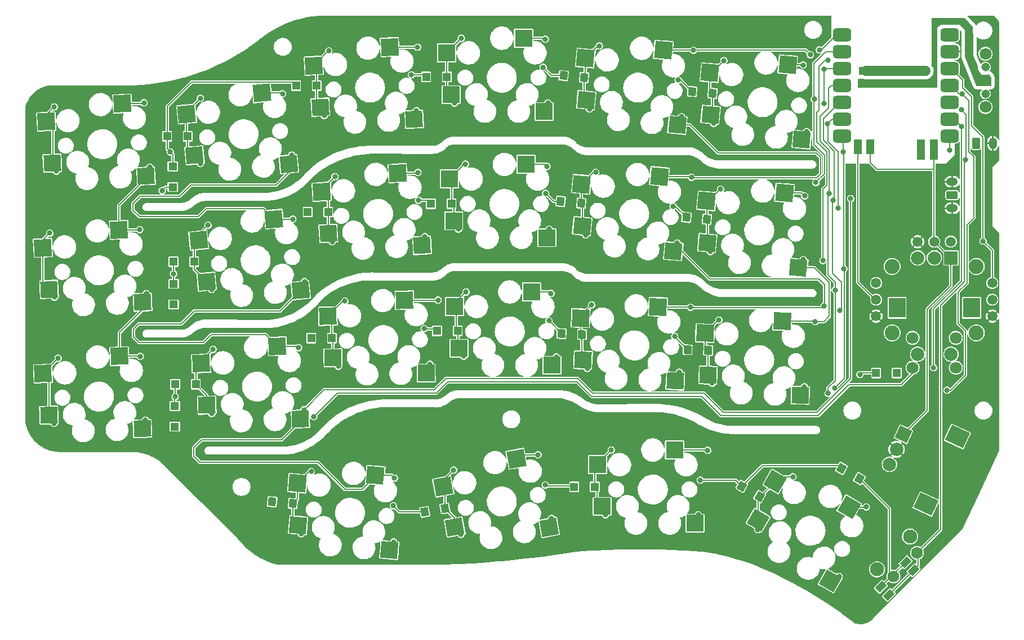
<source format=gbr>
%TF.GenerationSoftware,KiCad,Pcbnew,(6.0.0-0)*%
%TF.CreationDate,2022-11-22T13:30:14-08:00*%
%TF.ProjectId,xobdox_seeed,786f6264-6f78-45f7-9365-6565642e6b69,rev?*%
%TF.SameCoordinates,Original*%
%TF.FileFunction,Copper,L1,Top*%
%TF.FilePolarity,Positive*%
%FSLAX46Y46*%
G04 Gerber Fmt 4.6, Leading zero omitted, Abs format (unit mm)*
G04 Created by KiCad (PCBNEW (6.0.0-0)) date 2022-11-22 13:30:14*
%MOMM*%
%LPD*%
G01*
G04 APERTURE LIST*
G04 Aperture macros list*
%AMRoundRect*
0 Rectangle with rounded corners*
0 $1 Rounding radius*
0 $2 $3 $4 $5 $6 $7 $8 $9 X,Y pos of 4 corners*
0 Add a 4 corners polygon primitive as box body*
4,1,4,$2,$3,$4,$5,$6,$7,$8,$9,$2,$3,0*
0 Add four circle primitives for the rounded corners*
1,1,$1+$1,$2,$3*
1,1,$1+$1,$4,$5*
1,1,$1+$1,$6,$7*
1,1,$1+$1,$8,$9*
0 Add four rect primitives between the rounded corners*
20,1,$1+$1,$2,$3,$4,$5,0*
20,1,$1+$1,$4,$5,$6,$7,0*
20,1,$1+$1,$6,$7,$8,$9,0*
20,1,$1+$1,$8,$9,$2,$3,0*%
%AMRotRect*
0 Rectangle, with rotation*
0 The origin of the aperture is its center*
0 $1 length*
0 $2 width*
0 $3 Rotation angle, in degrees counterclockwise*
0 Add horizontal line*
21,1,$1,$2,0,0,$3*%
G04 Aperture macros list end*
%TA.AperFunction,SMDPad,CuDef*%
%ADD10RotRect,2.550000X2.500000X183.000000*%
%TD*%
%TA.AperFunction,SMDPad,CuDef*%
%ADD11RotRect,2.600000X2.600000X3.000000*%
%TD*%
%TA.AperFunction,SMDPad,CuDef*%
%ADD12RotRect,2.550000X2.500000X185.000000*%
%TD*%
%TA.AperFunction,SMDPad,CuDef*%
%ADD13RotRect,2.600000X2.600000X5.000000*%
%TD*%
%TA.AperFunction,SMDPad,CuDef*%
%ADD14R,1.300000X1.150000*%
%TD*%
%TA.AperFunction,SMDPad,CuDef*%
%ADD15RotRect,1.150000X1.300000X358.000000*%
%TD*%
%TA.AperFunction,SMDPad,CuDef*%
%ADD16RotRect,2.600000X2.600000X330.000000*%
%TD*%
%TA.AperFunction,SMDPad,CuDef*%
%ADD17RotRect,2.550000X2.500000X150.000000*%
%TD*%
%TA.AperFunction,SMDPad,CuDef*%
%ADD18RotRect,2.600000X2.600000X355.000000*%
%TD*%
%TA.AperFunction,SMDPad,CuDef*%
%ADD19RotRect,2.550000X2.500000X175.000000*%
%TD*%
%TA.AperFunction,SMDPad,CuDef*%
%ADD20RotRect,1.150000X1.300000X357.500000*%
%TD*%
%TA.AperFunction,SMDPad,CuDef*%
%ADD21RoundRect,0.500000X-0.875000X-0.500000X0.875000X-0.500000X0.875000X0.500000X-0.875000X0.500000X0*%
%TD*%
%TA.AperFunction,SMDPad,CuDef*%
%ADD22R,2.286000X1.270000*%
%TD*%
%TA.AperFunction,ComponentPad*%
%ADD23RoundRect,0.300000X-0.700000X-0.300000X0.700000X-0.300000X0.700000X0.300000X-0.700000X0.300000X0*%
%TD*%
%TA.AperFunction,SMDPad,CuDef*%
%ADD24R,1.270000X3.086000*%
%TD*%
%TA.AperFunction,ComponentPad*%
%ADD25R,1.200000X2.200000*%
%TD*%
%TA.AperFunction,SMDPad,CuDef*%
%ADD26R,1.150000X1.300000*%
%TD*%
%TA.AperFunction,SMDPad,CuDef*%
%ADD27RotRect,2.550000X2.500000X182.500000*%
%TD*%
%TA.AperFunction,SMDPad,CuDef*%
%ADD28RotRect,2.600000X2.600000X2.500000*%
%TD*%
%TA.AperFunction,ComponentPad*%
%ADD29C,1.778000*%
%TD*%
%TA.AperFunction,ComponentPad*%
%ADD30C,2.100000*%
%TD*%
%TA.AperFunction,SMDPad,CuDef*%
%ADD31RotRect,1.150000X1.300000X355.000000*%
%TD*%
%TA.AperFunction,SMDPad,CuDef*%
%ADD32R,2.550000X2.500000*%
%TD*%
%TA.AperFunction,SMDPad,CuDef*%
%ADD33R,2.600000X2.600000*%
%TD*%
%TA.AperFunction,SMDPad,CuDef*%
%ADD34RotRect,2.600000X2.600000X358.000000*%
%TD*%
%TA.AperFunction,SMDPad,CuDef*%
%ADD35RotRect,2.550000X2.500000X178.000000*%
%TD*%
%TA.AperFunction,SMDPad,CuDef*%
%ADD36RotRect,1.150000X1.300000X10.000000*%
%TD*%
%TA.AperFunction,SMDPad,CuDef*%
%ADD37RotRect,2.600000X2.600000X357.500000*%
%TD*%
%TA.AperFunction,SMDPad,CuDef*%
%ADD38RotRect,2.550000X2.500000X177.500000*%
%TD*%
%TA.AperFunction,SMDPad,CuDef*%
%ADD39RotRect,2.600000X2.600000X10.000000*%
%TD*%
%TA.AperFunction,SMDPad,CuDef*%
%ADD40RotRect,2.550000X2.500000X190.000000*%
%TD*%
%TA.AperFunction,SMDPad,CuDef*%
%ADD41RotRect,2.550000X2.500000X182.000000*%
%TD*%
%TA.AperFunction,SMDPad,CuDef*%
%ADD42RotRect,2.600000X2.600000X2.000000*%
%TD*%
%TA.AperFunction,ComponentPad*%
%ADD43RoundRect,0.250000X0.625000X-0.350000X0.625000X0.350000X-0.625000X0.350000X-0.625000X-0.350000X0*%
%TD*%
%TA.AperFunction,ComponentPad*%
%ADD44O,1.750000X1.200000*%
%TD*%
%TA.AperFunction,SMDPad,CuDef*%
%ADD45RotRect,1.150000X1.300000X330.000000*%
%TD*%
%TA.AperFunction,ComponentPad*%
%ADD46RotRect,2.000000X2.000000X335.000000*%
%TD*%
%TA.AperFunction,ComponentPad*%
%ADD47C,2.000000*%
%TD*%
%TA.AperFunction,ComponentPad*%
%ADD48RotRect,3.000000X2.500000X335.000000*%
%TD*%
%TA.AperFunction,SMDPad,CuDef*%
%ADD49RotRect,2.550000X2.500000X181.000000*%
%TD*%
%TA.AperFunction,SMDPad,CuDef*%
%ADD50RotRect,2.600000X2.600000X1.000000*%
%TD*%
%TA.AperFunction,ComponentPad*%
%ADD51C,1.308000*%
%TD*%
%TA.AperFunction,ComponentPad*%
%ADD52C,1.800000*%
%TD*%
%TA.AperFunction,ComponentPad*%
%ADD53C,2.250000*%
%TD*%
%TA.AperFunction,ComponentPad*%
%ADD54C,1.508000*%
%TD*%
%TA.AperFunction,ComponentPad*%
%ADD55RoundRect,0.250000X-0.350000X-0.625000X0.350000X-0.625000X0.350000X0.625000X-0.350000X0.625000X0*%
%TD*%
%TA.AperFunction,ComponentPad*%
%ADD56O,1.200000X1.750000*%
%TD*%
%TA.AperFunction,SMDPad,CuDef*%
%ADD57RotRect,1.550000X1.000000X45.000000*%
%TD*%
%TA.AperFunction,ComponentPad*%
%ADD58R,2.000000X2.000000*%
%TD*%
%TA.AperFunction,ComponentPad*%
%ADD59R,2.500000X3.000000*%
%TD*%
%TA.AperFunction,ComponentPad*%
%ADD60RoundRect,0.300000X0.700000X0.300000X-0.700000X0.300000X-0.700000X-0.300000X0.700000X-0.300000X0*%
%TD*%
%TA.AperFunction,ComponentPad*%
%ADD61RoundRect,0.250000X-0.625000X0.350000X-0.625000X-0.350000X0.625000X-0.350000X0.625000X0.350000X0*%
%TD*%
%TA.AperFunction,ViaPad*%
%ADD62C,1.600000*%
%TD*%
%TA.AperFunction,ViaPad*%
%ADD63C,0.800000*%
%TD*%
%TA.AperFunction,Conductor*%
%ADD64C,0.203200*%
%TD*%
%TA.AperFunction,Conductor*%
%ADD65C,1.524000*%
%TD*%
%TA.AperFunction,Conductor*%
%ADD66C,1.016000*%
%TD*%
G04 APERTURE END LIST*
D10*
%TO.P,S9,S1,1*%
%TO.N,Net-(D9-PadA)*%
X114219483Y-86524967D03*
D11*
X113241181Y-80277605D03*
D10*
%TO.P,S9,S2,2*%
%TO.N,/COL2*%
X128313257Y-88329829D03*
D11*
X124660213Y-77476140D03*
%TD*%
D12*
%TO.P,S8,S1,1*%
%TO.N,Net-(D8-PadA)*%
X95926491Y-93784283D03*
D13*
X94730755Y-87574870D03*
%TO.P,S8,S2,2*%
%TO.N,/COL1*%
X106045061Y-84376592D03*
D12*
X110074668Y-95096180D03*
%TD*%
D14*
%TO.P,D1,A,A*%
%TO.N,Net-(D1-PadA)*%
X90855800Y-79553400D03*
%TO.P,D1,K,C*%
%TO.N,/ROW0*%
X90855800Y-76453400D03*
%TD*%
D15*
%TO.P,D18,A,A*%
%TO.N,Net-(D18-PadA)*%
X171322656Y-104143294D03*
%TO.P,D18,K,C*%
%TO.N,/ROW2*%
X168224544Y-104035106D03*
%TD*%
D16*
%TO.P,S22,S1,1*%
%TO.N,Net-(D23-PadA)*%
X181409740Y-123904291D03*
D17*
X178827656Y-129676591D03*
%TO.P,S22,S2,2*%
%TO.N,/COL4*%
X189664691Y-138866295D03*
D16*
X192512333Y-127774035D03*
%TD*%
D18*
%TO.P,S19,S1,1*%
%TO.N,Net-(D20-PadA)*%
X109584423Y-124132442D03*
D19*
X109683740Y-130455158D03*
%TO.P,S19,S2,2*%
%TO.N,/COL1*%
X123389166Y-134203930D03*
D18*
X121282214Y-122947463D03*
%TD*%
D20*
%TO.P,D17,A,A*%
%TO.N,Net-(D17-PadA)*%
X152373725Y-101743810D03*
%TO.P,D17,K,C*%
%TO.N,/ROW2*%
X149276675Y-101608590D03*
%TD*%
D21*
%TO.P,U1A,1,P0.02_A0_D0*%
%TO.N,/ROW0*%
X191446100Y-56629386D03*
%TO.P,U1A,2,P0.03_A1_D1*%
%TO.N,/ROW1*%
X191446100Y-59169386D03*
%TO.P,U1A,3,P0.28_A2_D2*%
%TO.N,/COL4*%
X191446100Y-61709386D03*
%TO.P,U1A,4,P0.29_A3_D3*%
%TO.N,/COL2*%
X191446100Y-64249386D03*
%TO.P,U1A,5,P0.04_A4_D4_SDA*%
%TO.N,/ROW2*%
X191446100Y-66789386D03*
%TO.P,U1A,6,P0.05_A5_D5_SCL*%
%TO.N,/COL5*%
X191446100Y-69329386D03*
%TO.P,U1A,7,P1.11_D6_TX*%
%TO.N,/COL3*%
X191446100Y-71869386D03*
%TO.P,U1A,8,P1.12_D7_RX*%
%TO.N,/COL1*%
X207611100Y-71869386D03*
%TO.P,U1A,9,P1.13_D8_SCK*%
%TO.N,/COL0*%
X207611100Y-69329386D03*
%TO.P,U1A,10,P1.14_D9_MISO*%
%TO.N,unconnected-(U1-Pad10)*%
X207611100Y-66789386D03*
%TO.P,U1A,11,P1.15_D10_MOSI*%
%TO.N,/ROW3*%
X207611100Y-64249386D03*
%TO.P,U1A,12,3V3*%
%TO.N,/3V3*%
X207611100Y-61709386D03*
%TO.P,U1A,13,GND*%
%TO.N,GND*%
X207611100Y-59169386D03*
%TO.P,U1A,14,5V*%
%TO.N,unconnected-(U1-Pad14)*%
X207611100Y-56629386D03*
D22*
%TO.P,U1A,BAT,VBAT+*%
%TO.N,/VBAT*%
X195056100Y-63954386D03*
D23*
%TO.P,U1A,BAT_H,VBAT+*%
X195456100Y-63954386D03*
D22*
%TO.P,U1A,GND,VBAT-*%
%TO.N,GND*%
X195056100Y-62049386D03*
D23*
%TO.P,U1A,GND_H,VBAT-*%
X195456100Y-62049386D03*
D24*
%TO.P,U1A,NFC1,P0.09_NFC1*%
%TO.N,/ENC_B*%
X203311100Y-73879386D03*
D25*
%TO.P,U1A,NFC1_H,P0.09_NFC1*%
X203311100Y-73479386D03*
D24*
%TO.P,U1A,NFC2,P0.10_NFC2*%
%TO.N,/ENC_A*%
X205216100Y-73879386D03*
D25*
%TO.P,U1A,NFC2_H,P0.10_NFC2*%
X205216100Y-73479386D03*
%TD*%
D26*
%TO.P,D10,A,A*%
%TO.N,Net-(D10-PadA)*%
X132741000Y-82067400D03*
%TO.P,D10,K,C*%
%TO.N,/ROW1*%
X129641000Y-82067400D03*
%TD*%
%TO.P,D14,A,A*%
%TO.N,Net-(D14-PadA)*%
X94310800Y-109245400D03*
%TO.P,D14,K,C*%
%TO.N,/ROW2*%
X91210800Y-109245400D03*
%TD*%
D27*
%TO.P,S1,S1,1*%
%TO.N,Net-(D1-PadA)*%
X72744148Y-75959569D03*
D28*
X71820400Y-69703909D03*
D27*
%TO.P,S1,S2,2*%
%TO.N,/COL0*%
X86821635Y-77887353D03*
D28*
X83263445Y-67002199D03*
%TD*%
D26*
%TO.P,D8,A,A*%
%TO.N,Net-(D8-PadA)*%
X94056800Y-90779600D03*
%TO.P,D8,K,C*%
%TO.N,/ROW1*%
X90956800Y-90779600D03*
%TD*%
D29*
%TO.P,S23,1,P*%
%TO.N,Net-(D24-PadA)*%
X199179078Y-138173212D03*
%TO.P,S23,2,S*%
%TO.N,/COL5*%
X202714612Y-134637678D03*
D30*
%TO.P,S23,MP*%
%TO.N,N/C*%
X196704204Y-137112552D03*
X201653952Y-132162804D03*
%TD*%
D26*
%TO.P,D22,A,A*%
%TO.N,Net-(D22-PadA)*%
X154280200Y-124688600D03*
%TO.P,D22,K,C*%
%TO.N,/ROW3*%
X151180200Y-124688600D03*
%TD*%
%TO.P,D2,A,A*%
%TO.N,Net-(D2-PadA)*%
X93091600Y-71907400D03*
%TO.P,D2,K,C*%
%TO.N,/ROW0*%
X89991600Y-71907400D03*
%TD*%
D18*
%TO.P,S11,S1,1*%
%TO.N,Net-(D11-PadA)*%
X152284423Y-79132442D03*
D19*
X152383740Y-85455158D03*
D18*
%TO.P,S11,S2,2*%
%TO.N,/COL4*%
X163982214Y-77947463D03*
D19*
X166089166Y-89203930D03*
%TD*%
D31*
%TO.P,D5,A,A*%
%TO.N,Net-(D5-PadA)*%
X152674102Y-63050891D03*
%TO.P,D5,K,C*%
%TO.N,/ROW0*%
X149585898Y-62780709D03*
%TD*%
D14*
%TO.P,D13,A,A*%
%TO.N,Net-(D13-PadA)*%
X91160600Y-115621400D03*
%TO.P,D13,K,C*%
%TO.N,/ROW2*%
X91160600Y-112521400D03*
%TD*%
D10*
%TO.P,S3,S1,1*%
%TO.N,Net-(D3-PadA)*%
X113019483Y-67524967D03*
D11*
X112041181Y-61277605D03*
D10*
%TO.P,S3,S2,2*%
%TO.N,/COL2*%
X127113257Y-69329829D03*
D11*
X123460213Y-58476140D03*
%TD*%
D32*
%TO.P,S10,S1,1*%
%TO.N,Net-(D10-PadA)*%
X133076100Y-84629386D03*
D33*
X132426100Y-78339386D03*
%TO.P,S10,S2,2*%
%TO.N,/COL3*%
X143976100Y-76139386D03*
D32*
X147056100Y-87169386D03*
%TD*%
D34*
%TO.P,S18,S1,1*%
%TO.N,Net-(D18-PadA)*%
X170862014Y-101552877D03*
D35*
X171292100Y-107861730D03*
D34*
%TO.P,S18,S2,2*%
%TO.N,/COL5*%
X182481757Y-99757306D03*
D35*
X185174939Y-110888078D03*
%TD*%
D26*
%TO.P,D4,A,A*%
%TO.N,Net-(D4-PadA)*%
X132029800Y-62966600D03*
%TO.P,D4,K,C*%
%TO.N,/ROW0*%
X128929800Y-62966600D03*
%TD*%
D36*
%TO.P,D21,A,A*%
%TO.N,Net-(D21-PadA)*%
X131777652Y-127924645D03*
%TO.P,D21,K,C*%
%TO.N,/ROW3*%
X128724748Y-128462955D03*
%TD*%
D26*
%TO.P,D3,A,A*%
%TO.N,Net-(D3-PadA)*%
X112471800Y-64287400D03*
%TO.P,D3,K,C*%
%TO.N,/ROW0*%
X109371800Y-64287400D03*
%TD*%
D32*
%TO.P,S4,S1,1*%
%TO.N,Net-(D4-PadA)*%
X132676100Y-65629386D03*
D33*
X132026100Y-59339386D03*
%TO.P,S4,S2,2*%
%TO.N,/COL3*%
X143576100Y-57139386D03*
D32*
X146656100Y-68169386D03*
%TD*%
D37*
%TO.P,S17,S1,1*%
%TO.N,Net-(D17-PadA)*%
X152147549Y-99282005D03*
D38*
X152522564Y-105594371D03*
D37*
%TO.P,S17,S2,2*%
%TO.N,/COL4*%
X163782518Y-97587903D03*
D38*
X166378465Y-108741752D03*
%TD*%
D18*
%TO.P,S5,S1,1*%
%TO.N,Net-(D5-PadA)*%
X152884423Y-60132442D03*
D19*
X152983740Y-66455158D03*
D18*
%TO.P,S5,S2,2*%
%TO.N,/COL4*%
X164582214Y-58947463D03*
D19*
X166689166Y-70203930D03*
%TD*%
D26*
%TO.P,D16,A,A*%
%TO.N,Net-(D16-PadA)*%
X133680800Y-101193600D03*
%TO.P,D16,K,C*%
%TO.N,/ROW2*%
X130580800Y-101193600D03*
%TD*%
%TO.P,D15,A,A*%
%TO.N,Net-(D15-PadA)*%
X114757800Y-102285800D03*
%TO.P,D15,K,C*%
%TO.N,/ROW2*%
X111657800Y-102285800D03*
%TD*%
D39*
%TO.P,S20,S1,1*%
%TO.N,Net-(D21-PadA)*%
X131500635Y-124633296D03*
D40*
X133233007Y-130714865D03*
%TO.P,S20,S2,2*%
%TO.N,/COL2*%
X147441686Y-130788675D03*
D39*
X142493139Y-120461082D03*
%TD*%
D31*
%TO.P,D11,A,A*%
%TO.N,Net-(D11-PadA)*%
X152242302Y-81999291D03*
%TO.P,D11,K,C*%
%TO.N,/ROW1*%
X149154098Y-81729109D03*
%TD*%
D41*
%TO.P,S13,S1,1*%
%TO.N,Net-(D13-PadA)*%
X72219390Y-113893947D03*
D42*
X71350268Y-107630464D03*
%TO.P,S13,S2,2*%
%TO.N,/COL0*%
X82816453Y-105028715D03*
D41*
X86279518Y-115944505D03*
%TD*%
D43*
%TO.P,J1,1,+*%
%TO.N,/VBAT_IN*%
X208000000Y-80750000D03*
D44*
%TO.P,J1,2,-*%
%TO.N,GND*%
X208000000Y-78750000D03*
%TD*%
D33*
%TO.P,S16,S1,1*%
%TO.N,Net-(D16-PadA)*%
X133226100Y-97539386D03*
D32*
X133876100Y-103829386D03*
%TO.P,S16,S2,2*%
%TO.N,/COL3*%
X147856100Y-106369386D03*
D33*
X144776100Y-95339386D03*
%TD*%
D26*
%TO.P,D19,A,A*%
%TO.N,Net-(D19-PadA)*%
X199670000Y-107543600D03*
%TO.P,D19,K,C*%
%TO.N,/ROW3*%
X196570000Y-107543600D03*
%TD*%
D31*
%TO.P,D6,A,A*%
%TO.N,Net-(D6-PadA)*%
X171998204Y-65446582D03*
%TO.P,D6,K,C*%
%TO.N,/ROW0*%
X168910000Y-65176400D03*
%TD*%
D45*
%TO.P,D24,A,A*%
%TO.N,Net-(D24-PadA)*%
X194052139Y-123457000D03*
%TO.P,D24,K,C*%
%TO.N,/ROW3*%
X191367461Y-121907000D03*
%TD*%
D46*
%TO.P,ENC1,A,A*%
%TO.N,/ENC_A*%
X200685815Y-116770248D03*
D47*
%TO.P,ENC1,B,B*%
%TO.N,/ENC_B*%
X198572724Y-121301787D03*
%TO.P,ENC1,C,C*%
%TO.N,GND*%
X199629269Y-119036017D03*
D48*
%TO.P,ENC1,MP*%
%TO.N,N/C*%
X204059915Y-127280978D03*
X208793240Y-117130331D03*
%TD*%
D49*
%TO.P,S15,S1,1*%
%TO.N,Net-(D15-PadA)*%
X114921590Y-105262074D03*
D50*
X114161914Y-98984376D03*
%TO.P,S15,S2,2*%
%TO.N,/COL2*%
X125671759Y-96583136D03*
D49*
X128943790Y-107557702D03*
%TD*%
D14*
%TO.P,D7,A,A*%
%TO.N,Net-(D7-PadA)*%
X90982800Y-97231800D03*
%TO.P,D7,K,C*%
%TO.N,/ROW1*%
X90982800Y-94131800D03*
%TD*%
D42*
%TO.P,S14,S1,1*%
%TO.N,Net-(D14-PadA)*%
X95100268Y-106130464D03*
D41*
X95969390Y-112393947D03*
%TO.P,S14,S2,2*%
%TO.N,/COL1*%
X110029518Y-114444505D03*
D42*
X106566453Y-103528715D03*
%TD*%
D51*
%TO.P,SW1,1,P*%
%TO.N,/VBAT*%
X213000000Y-63500000D03*
%TO.P,SW1,2,O*%
%TO.N,/VBAT_IN*%
X213000000Y-65500000D03*
%TO.P,SW1,3,S*%
%TO.N,unconnected-(SW1-Pad3)*%
X213000000Y-61500000D03*
D52*
%TO.P,SW1,4*%
%TO.N,N/C*%
X213000000Y-67500000D03*
%TO.P,SW1,5*%
X213000000Y-59500000D03*
%TD*%
D31*
%TO.P,D20,A,A*%
%TO.N,Net-(D20-PadA)*%
X108884502Y-127211291D03*
%TO.P,D20,K,C*%
%TO.N,/ROW3*%
X105796298Y-126941109D03*
%TD*%
D12*
%TO.P,S2,S1,1*%
%TO.N,Net-(D2-PadA)*%
X94126491Y-74784283D03*
D13*
X92930755Y-68574870D03*
%TO.P,S2,S2,2*%
%TO.N,/COL1*%
X104245061Y-65376592D03*
D12*
X108274668Y-76096180D03*
%TD*%
D45*
%TO.P,D23,A,A*%
%TO.N,Net-(D23-PadA)*%
X179066139Y-126149400D03*
%TO.P,D23,K,C*%
%TO.N,/ROW3*%
X176381461Y-124599400D03*
%TD*%
D18*
%TO.P,S12,S1,1*%
%TO.N,Net-(D12-PadA)*%
X171084423Y-81632442D03*
D19*
X171183740Y-87955158D03*
D18*
%TO.P,S12,S2,2*%
%TO.N,/COL5*%
X182782214Y-80447463D03*
D19*
X184889166Y-91703930D03*
%TD*%
D27*
%TO.P,S7,S1,1*%
%TO.N,Net-(D7-PadA)*%
X72244151Y-94959566D03*
D28*
X71320403Y-88703906D03*
%TO.P,S7,S2,2*%
%TO.N,/COL0*%
X82763448Y-86002196D03*
D27*
X86321638Y-96887350D03*
%TD*%
D52*
%TO.P,JOY1,A,SW_1*%
%TO.N,Net-(D19-PadA)*%
X202050000Y-102250000D03*
%TO.P,JOY1,B,SW_1*%
X208550000Y-102250000D03*
%TO.P,JOY1,C,SW_2*%
%TO.N,/COL0*%
X202050000Y-106750000D03*
%TO.P,JOY1,D,SW_2*%
X208550000Y-106750000D03*
D53*
%TO.P,JOY1,P$1,SHEILD*%
%TO.N,Net-(JOY1-PadP$1)*%
X198975000Y-91500000D03*
%TO.P,JOY1,P$2,SHEILD*%
X211625000Y-91500000D03*
%TO.P,JOY1,P$3,SHEILD*%
X198975000Y-101500000D03*
%TO.P,JOY1,P$4,SHEILD*%
X211625000Y-101500000D03*
D54*
%TO.P,JOY1,X1,X1+/X2-*%
%TO.N,/3V3*%
X207800000Y-87770000D03*
%TO.P,JOY1,X2,X1/X2*%
%TO.N,/ENC_A*%
X205300000Y-87770000D03*
%TO.P,JOY1,X3,X1-/X2+*%
%TO.N,GND*%
X202800000Y-87770000D03*
%TO.P,JOY1,Y1,Y1+*%
X214030000Y-99000000D03*
%TO.P,JOY1,Y1B,Y2+*%
X196570000Y-99000000D03*
%TO.P,JOY1,Y2,Y1*%
%TO.N,/ENC_B*%
X214030000Y-96500000D03*
%TO.P,JOY1,Y2B,Y2*%
X196570000Y-96500000D03*
%TO.P,JOY1,Y3,Y1-*%
%TO.N,/3V3*%
X214030000Y-94000000D03*
%TO.P,JOY1,Y3B,Y2-*%
X196570000Y-94000000D03*
%TD*%
D55*
%TO.P,BAT1,1,Pin_1*%
%TO.N,/VBAT_IN*%
X211580000Y-72980000D03*
D56*
%TO.P,BAT1,2,Pin_2*%
%TO.N,GND*%
X214120000Y-72980000D03*
%TD*%
D57*
%TO.P,S24,1,P*%
%TO.N,/COL5*%
X198490485Y-140937996D03*
X202202796Y-137225685D03*
%TO.P,S24,2,S*%
%TO.N,Net-(D24-PadA)*%
X197288404Y-139735915D03*
X201000715Y-136023604D03*
%TD*%
D26*
%TO.P,D9,A,A*%
%TO.N,Net-(D9-PadA)*%
X114224400Y-83312000D03*
%TO.P,D9,K,C*%
%TO.N,/ROW1*%
X111124400Y-83312000D03*
%TD*%
D58*
%TO.P,ENC2,A,A*%
%TO.N,/ENC_A*%
X207822800Y-90220800D03*
D47*
%TO.P,ENC2,B,B*%
%TO.N,/ENC_B*%
X202822800Y-90220800D03*
%TO.P,ENC2,C,C*%
%TO.N,unconnected-(ENC2-PadC)*%
X205322800Y-90220800D03*
D59*
%TO.P,ENC2,MP*%
%TO.N,N/C*%
X199722800Y-97720800D03*
X210922800Y-97720800D03*
D47*
%TO.P,ENC2,S1,S1*%
%TO.N,/COL0*%
X207822800Y-104720800D03*
%TO.P,ENC2,S2,S2*%
%TO.N,Net-(D19-PadA)*%
X202822800Y-104720800D03*
%TD*%
D31*
%TO.P,D12,A,A*%
%TO.N,Net-(D12-PadA)*%
X171139902Y-84386891D03*
%TO.P,D12,K,C*%
%TO.N,/ROW1*%
X168051698Y-84116709D03*
%TD*%
D19*
%TO.P,S6,S1,1*%
%TO.N,Net-(D6-PadA)*%
X171683740Y-68655158D03*
D18*
X171584423Y-62332442D03*
D19*
%TO.P,S6,S2,2*%
%TO.N,/COL5*%
X185389166Y-72403930D03*
D18*
X183282214Y-61147463D03*
%TD*%
D33*
%TO.P,S21,S1,1*%
%TO.N,Net-(D22-PadA)*%
X154726100Y-121339386D03*
D32*
X155376100Y-127629386D03*
D33*
%TO.P,S21,S2,2*%
%TO.N,/COL3*%
X166276100Y-119139386D03*
D32*
X169356100Y-130169386D03*
%TD*%
D60*
%TO.P,U1,BAT_H,VBAT+*%
%TO.N,/VBAT*%
X203546100Y-63954386D03*
%TO.P,U1,GND_H,VBAT-*%
%TO.N,GND*%
X203546100Y-62049386D03*
D25*
%TO.P,U1,NFC1_H,P0.09_NFC1*%
%TO.N,/ENC_A*%
X195691100Y-73479386D03*
%TO.P,U1,NFC2_H,P0.10_NFC2*%
%TO.N,/ENC_B*%
X193786100Y-73479386D03*
%TD*%
D61*
%TO.P,J2,1,+*%
%TO.N,/VBAT_IN*%
X208000000Y-80750000D03*
D44*
%TO.P,J2,2,-*%
%TO.N,GND*%
X208000000Y-82750000D03*
%TD*%
D62*
%TO.N,GND*%
X176784000Y-55219600D03*
D63*
%TO.N,/ROW3*%
X191367461Y-121907000D03*
X196570000Y-107543600D03*
X209455300Y-65498795D03*
X194132200Y-107772200D03*
X151180200Y-124688600D03*
X105796298Y-126941109D03*
X170154600Y-123672600D03*
X128724748Y-128462955D03*
X207238600Y-110134400D03*
X124002800Y-127533400D03*
X146837400Y-124409200D03*
X176381461Y-124599400D03*
%TO.N,/ROW2*%
X168224544Y-104035106D03*
X91211400Y-111125000D03*
X91210800Y-109245400D03*
X128625600Y-100863400D03*
X166293800Y-102031800D03*
X147383397Y-99690081D03*
X191109600Y-98171000D03*
X149276675Y-101608590D03*
X130580800Y-101193600D03*
X111657800Y-102285800D03*
X190093600Y-81508600D03*
%TO.N,/ROW1*%
X187274200Y-66319400D03*
X129641000Y-82067400D03*
X168051698Y-84116709D03*
X90956800Y-90779600D03*
X146888200Y-80492600D03*
X187502800Y-78867000D03*
X127787400Y-81534000D03*
X111124400Y-83312000D03*
X166039800Y-82448400D03*
X90957400Y-92608400D03*
X149154098Y-81729109D03*
%TO.N,/ROW0*%
X166818304Y-63443018D03*
X128929800Y-62966600D03*
X149585898Y-62780709D03*
X109371800Y-64287400D03*
X168910000Y-65176400D03*
X188036200Y-58902600D03*
X126720600Y-62661800D03*
X146507200Y-61518800D03*
X90474800Y-74269600D03*
%TO.N,/COL5*%
X209372200Y-67945000D03*
X185597800Y-61188600D03*
X189280800Y-70002400D03*
X186131200Y-71196200D03*
X210025700Y-75463400D03*
X187426600Y-99796600D03*
X185826400Y-80899000D03*
X185623200Y-90449400D03*
X185775600Y-109626400D03*
X190855600Y-82727800D03*
%TO.N,/COL4*%
X166979600Y-107442000D03*
X195097400Y-127711200D03*
X168681400Y-97663000D03*
X191008000Y-138176000D03*
X186690000Y-59639200D03*
X188754300Y-66972900D03*
X168808400Y-78079600D03*
X188722000Y-61849000D03*
X166674800Y-87960200D03*
X188747400Y-97485200D03*
X167335200Y-68961000D03*
X169113200Y-58953400D03*
%TO.N,/COL3*%
X148488400Y-105130600D03*
X171246800Y-119176800D03*
X191719200Y-91871800D03*
X147421600Y-85877400D03*
X147091400Y-76454000D03*
X147701000Y-95554800D03*
X147218400Y-66878200D03*
X169824400Y-128905000D03*
X190322200Y-109855000D03*
X146837400Y-57302400D03*
X191643000Y-74269600D03*
%TO.N,/COL2*%
X129514600Y-106222800D03*
X190423800Y-95046800D03*
X130708400Y-96570800D03*
X189357000Y-110617000D03*
X147802600Y-129438400D03*
X127635000Y-58496200D03*
X127685800Y-77368400D03*
X127482600Y-68046600D03*
X145745200Y-119862600D03*
X128752600Y-87020400D03*
X189534800Y-80543400D03*
%TO.N,/COL1*%
X107340400Y-65506600D03*
X124053600Y-132994400D03*
X108889800Y-84378800D03*
X124180600Y-123367800D03*
X192760600Y-81280000D03*
X108737400Y-74752200D03*
X110642400Y-93776800D03*
X110566200Y-113080800D03*
X109753400Y-103733600D03*
X207594200Y-74015600D03*
%TO.N,/COL0*%
X112039400Y-114096800D03*
X85953600Y-105054400D03*
X205200400Y-106750000D03*
X87401400Y-76555600D03*
X86741000Y-114630200D03*
X86512400Y-66852800D03*
X85877400Y-85953600D03*
X209397600Y-70459600D03*
X86868000Y-95605600D03*
%TO.N,/3V3*%
X212648800Y-87680800D03*
X188569600Y-90627200D03*
X189357000Y-60426600D03*
%TO.N,Net-(D1-PadA)*%
X73355200Y-77165200D03*
X89260868Y-80091468D03*
X73025000Y-67487800D03*
%TO.N,Net-(D2-PadA)*%
X94996000Y-75996800D03*
X94996000Y-66192400D03*
X93065600Y-71932800D03*
%TO.N,Net-(D3-PadA)*%
X114300000Y-59055000D03*
X113614200Y-68783200D03*
X112471800Y-64287400D03*
%TO.N,Net-(D4-PadA)*%
X133197600Y-66903600D03*
X134213600Y-57150000D03*
X132029800Y-62966600D03*
%TO.N,Net-(D5-PadA)*%
X154965400Y-58318400D03*
X152674102Y-63050891D03*
X153492200Y-67792600D03*
%TO.N,Net-(D6-PadA)*%
X171998204Y-65446582D03*
X172135800Y-69977000D03*
X173685200Y-60528200D03*
%TO.N,Net-(D7-PadA)*%
X73050400Y-96139000D03*
X90982800Y-97231800D03*
X72364600Y-86487000D03*
%TO.N,Net-(D8-PadA)*%
X94056800Y-90779600D03*
X96139000Y-85293200D03*
X96672400Y-94970600D03*
%TO.N,Net-(D9-PadA)*%
X114224400Y-83312000D03*
X115214400Y-77978000D03*
X114808000Y-87782400D03*
%TO.N,Net-(D10-PadA)*%
X133781800Y-85877400D03*
X132741000Y-82067400D03*
X134848600Y-76098400D03*
%TO.N,Net-(D11-PadA)*%
X152908000Y-86766400D03*
X154432000Y-77343000D03*
X152242302Y-81999291D03*
%TO.N,Net-(D12-PadA)*%
X171653200Y-89281000D03*
X171139902Y-84386891D03*
X173177200Y-79883000D03*
%TO.N,Net-(D13-PadA)*%
X73609200Y-105333800D03*
X72999600Y-115112800D03*
X91160600Y-115621400D03*
%TO.N,Net-(D14-PadA)*%
X96697800Y-113665000D03*
X96901000Y-103987600D03*
X94310800Y-109245400D03*
%TO.N,Net-(D15-PadA)*%
X114757800Y-102285800D03*
X116713000Y-96723200D03*
X115722400Y-106527600D03*
%TO.N,Net-(D16-PadA)*%
X133680800Y-101193600D03*
X134924800Y-95351600D03*
X134569200Y-105029000D03*
%TO.N,Net-(D17-PadA)*%
X153162000Y-106857800D03*
X152373725Y-101743810D03*
X153797000Y-97282000D03*
%TO.N,Net-(D18-PadA)*%
X171322656Y-104143294D03*
X172948600Y-99568000D03*
X171932600Y-109093000D03*
%TO.N,Net-(D19-PadA)*%
X199670000Y-107543600D03*
%TO.N,Net-(D20-PadA)*%
X111658400Y-122377200D03*
X110134400Y-131749800D03*
X108884502Y-127211291D03*
%TO.N,Net-(D21-PadA)*%
X131777652Y-127924645D03*
X134162800Y-131826000D03*
X133070600Y-122148600D03*
%TO.N,Net-(D22-PadA)*%
X154280200Y-124688600D03*
X156768800Y-119126000D03*
X155879800Y-128879600D03*
%TO.N,Net-(D23-PadA)*%
X178790600Y-131114800D03*
X179066139Y-126149400D03*
X184048400Y-123164600D03*
%TO.N,Net-(D24-PadA)*%
X194052139Y-123457000D03*
%TD*%
D64*
%TO.N,/COL5*%
X189280800Y-70002400D02*
X189331600Y-70053200D01*
X190881000Y-82702400D02*
X190855600Y-82727800D01*
X189331600Y-70053200D02*
X189331600Y-72720200D01*
X190881000Y-74269600D02*
X190881000Y-82702400D01*
X189331600Y-72720200D02*
X190881000Y-74269600D01*
%TO.N,/COL2*%
X189534800Y-80543400D02*
X189534800Y-74015600D01*
X189534800Y-74015600D02*
X188137800Y-72618600D01*
X188137800Y-72618600D02*
X188137800Y-68910200D01*
X188137800Y-68910200D02*
X189407800Y-67640200D01*
X189407800Y-67640200D02*
X189407800Y-64693800D01*
X189407800Y-64693800D02*
X189852214Y-64249386D01*
X189852214Y-64249386D02*
X191446100Y-64249386D01*
X189534800Y-80543400D02*
X189357000Y-80721200D01*
X189357000Y-80721200D02*
X189357000Y-92837000D01*
X189357000Y-92837000D02*
X190423800Y-93903800D01*
X190423800Y-93903800D02*
X190423800Y-95046800D01*
%TO.N,/ROW2*%
X190093600Y-81508600D02*
X190296800Y-81305400D01*
X190296800Y-81305400D02*
X190296800Y-74193400D01*
X190296800Y-74193400D02*
X188620400Y-72517000D01*
X191071414Y-66789386D02*
X191446100Y-66789386D01*
X188620400Y-72517000D02*
X188620400Y-69240400D01*
X188620400Y-69240400D02*
X191071414Y-66789386D01*
%TO.N,/ROW3*%
X211226400Y-84251800D02*
X210210400Y-85267800D01*
X209084995Y-65498795D02*
X207835586Y-64249386D01*
X210032600Y-101168200D02*
X210032600Y-107873800D01*
X210032600Y-107873800D02*
X207772000Y-110134400D01*
X210515200Y-74244200D02*
X211226400Y-74955400D01*
X210210400Y-85267800D02*
X210210400Y-94030800D01*
X207835586Y-64249386D02*
X207611100Y-64249386D01*
X209455300Y-65498795D02*
X210515200Y-66558695D01*
X209455300Y-65498795D02*
X209084995Y-65498795D01*
X211226400Y-74955400D02*
X211226400Y-84251800D01*
X210210400Y-94030800D02*
X208915000Y-95326200D01*
X210515200Y-66558695D02*
X210515200Y-74244200D01*
X208915000Y-95326200D02*
X208915000Y-100050600D01*
X208915000Y-100050600D02*
X210032600Y-101168200D01*
X207772000Y-110134400D02*
X207238600Y-110134400D01*
D65*
%TO.N,GND*%
X195056100Y-62049381D02*
X203946100Y-62049381D01*
D64*
%TO.N,/ROW3*%
X175454661Y-123672600D02*
X176381461Y-124599400D01*
X170154600Y-123672600D02*
X175454661Y-123672600D01*
X146837400Y-124409200D02*
X146939000Y-124510800D01*
X194132200Y-107772200D02*
X194360800Y-107543600D01*
X176381461Y-124599400D02*
X179494791Y-121486070D01*
X124002800Y-127533400D02*
X124932355Y-128462955D01*
X146939000Y-124510800D02*
X151002400Y-124510800D01*
X194360800Y-107543600D02*
X196570000Y-107543600D01*
X151002400Y-124510800D02*
X151180200Y-124688600D01*
X124932355Y-128462955D02*
X128724748Y-128462955D01*
X190946531Y-121486070D02*
X191367461Y-121907000D01*
X179494791Y-121486070D02*
X190946531Y-121486070D01*
%TO.N,/ROW2*%
X190093600Y-81508600D02*
X190042800Y-81559400D01*
X190042800Y-81559400D02*
X190042800Y-92583000D01*
X91160600Y-111175800D02*
X91211400Y-111125000D01*
X91160600Y-112521400D02*
X91160600Y-111175800D01*
X166293800Y-102104362D02*
X168224544Y-104035106D01*
X91210800Y-109245400D02*
X91210800Y-111124400D01*
X91210800Y-111124400D02*
X91211400Y-111125000D01*
X190042800Y-92583000D02*
X191370000Y-93910200D01*
X166293800Y-102031800D02*
X166293800Y-102104362D01*
X149276675Y-101583359D02*
X149276675Y-101608590D01*
X147383397Y-99690081D02*
X149276675Y-101583359D01*
X128625600Y-100863400D02*
X128651000Y-100888800D01*
X130276000Y-100888800D02*
X130580800Y-101193600D01*
X191370000Y-93910200D02*
X191370000Y-97910600D01*
X191370000Y-97910600D02*
X191109600Y-98171000D01*
X128651000Y-100888800D02*
X130276000Y-100888800D01*
%TO.N,/ROW1*%
X187198000Y-66395600D02*
X187274200Y-66319400D01*
X146888200Y-80492600D02*
X148124709Y-81729109D01*
X90956800Y-90779600D02*
X90956800Y-92607800D01*
X127787400Y-81534000D02*
X129107600Y-81534000D01*
X166039800Y-82448400D02*
X166383389Y-82448400D01*
X90982800Y-92633800D02*
X90957400Y-92608400D01*
X148124709Y-81729109D02*
X149154098Y-81729109D01*
X188823600Y-77546200D02*
X188823600Y-74777600D01*
X187198000Y-60960000D02*
X188988614Y-59169386D01*
X166383389Y-82448400D02*
X168051698Y-84116709D01*
X187198000Y-73152000D02*
X187198000Y-66395600D01*
X90982800Y-94131800D02*
X90982800Y-92633800D01*
X90956800Y-92607800D02*
X90957400Y-92608400D01*
X188988614Y-59169386D02*
X191446100Y-59169386D01*
X188823600Y-74777600D02*
X187198000Y-73152000D01*
X187502800Y-78867000D02*
X188823600Y-77546200D01*
X129107600Y-81534000D02*
X129641000Y-82067400D01*
X187198000Y-66243200D02*
X187198000Y-60960000D01*
X187274200Y-66319400D02*
X187198000Y-66243200D01*
%TO.N,/ROW0*%
X89991600Y-67386800D02*
X93663684Y-63714716D01*
X188290200Y-58902600D02*
X190563414Y-56629386D01*
X93663684Y-63714716D02*
X108799116Y-63714716D01*
X147769109Y-62780709D02*
X149585898Y-62780709D01*
X89991600Y-73786400D02*
X90474800Y-74269600D01*
X108799116Y-63714716D02*
X109371800Y-64287400D01*
X166818304Y-63443018D02*
X167176618Y-63443018D01*
X90855800Y-76453400D02*
X90855800Y-74650600D01*
X126720600Y-62661800D02*
X128625000Y-62661800D01*
X188036200Y-58902600D02*
X188290200Y-58902600D01*
X190563414Y-56629386D02*
X191446100Y-56629386D01*
X89991600Y-71907400D02*
X89991600Y-73786400D01*
X146507200Y-61518800D02*
X147769109Y-62780709D01*
X89991600Y-71907400D02*
X89991600Y-67386800D01*
X90855800Y-74650600D02*
X90474800Y-74269600D01*
X167176618Y-63443018D02*
X168910000Y-65176400D01*
X128625000Y-62661800D02*
X128929800Y-62966600D01*
%TO.N,/COL5*%
X185597800Y-61188600D02*
X185556663Y-61147463D01*
X206273400Y-97358200D02*
X206273400Y-131078890D01*
X185775600Y-109626400D02*
X185775600Y-110287417D01*
X202869800Y-136558681D02*
X202869800Y-134792866D01*
X185374863Y-80447463D02*
X185826400Y-80899000D01*
X182782214Y-80447463D02*
X185374863Y-80447463D01*
X209372200Y-67945000D02*
X210058000Y-68630800D01*
X210058000Y-68630800D02*
X210058000Y-75533022D01*
X186131200Y-71661896D02*
X185389166Y-72403930D01*
X209829400Y-75761622D02*
X209829400Y-93802200D01*
X210058000Y-75533022D02*
X210029311Y-75561711D01*
X210025700Y-75558100D02*
X210029311Y-75561711D01*
X189534800Y-99009200D02*
X189534800Y-93929200D01*
X210025700Y-75463400D02*
X210025700Y-75558100D01*
X198490485Y-140937996D02*
X202202796Y-137225685D01*
X189953814Y-69329386D02*
X191446100Y-69329386D01*
X185775600Y-110287417D02*
X185174939Y-110888078D01*
X187387306Y-99757306D02*
X182481757Y-99757306D01*
X186131200Y-71196200D02*
X186131200Y-71661896D01*
X206273400Y-131078890D02*
X202714612Y-134637678D01*
X210029311Y-75561711D02*
X209829400Y-75761622D01*
X187309530Y-91703930D02*
X184889166Y-91703930D01*
X185623200Y-90969896D02*
X184889166Y-91703930D01*
X189534800Y-93929200D02*
X187309530Y-91703930D01*
X209829400Y-93802200D02*
X206273400Y-97358200D01*
X188747400Y-99796600D02*
X189534800Y-99009200D01*
X189280800Y-70002400D02*
X189953814Y-69329386D01*
X187426600Y-99796600D02*
X188747400Y-99796600D01*
X185623200Y-90449400D02*
X185623200Y-90969896D01*
X187426600Y-99796600D02*
X187387306Y-99757306D01*
X202202796Y-137225685D02*
X202869800Y-136558681D01*
X185556663Y-61147463D02*
X183282214Y-61147463D01*
X202869800Y-134792866D02*
X202714612Y-134637678D01*
%TO.N,/COL4*%
X187579000Y-74422000D02*
X172796200Y-74422000D01*
X167335200Y-68961000D02*
X167335200Y-69557896D01*
X188214000Y-75057000D02*
X187579000Y-74422000D01*
X168732200Y-97713800D02*
X168681400Y-97663000D01*
X168884600Y-78155800D02*
X187604400Y-78155800D01*
X188747400Y-61874400D02*
X188722000Y-61849000D01*
X169107263Y-58947463D02*
X164582214Y-58947463D01*
X172796200Y-74422000D02*
X168578130Y-70203930D01*
X187960000Y-93421200D02*
X171586307Y-93421200D01*
X185978800Y-58928000D02*
X169138600Y-58928000D01*
X195097400Y-127711200D02*
X195034565Y-127774035D01*
X188798200Y-94259400D02*
X187960000Y-93421200D01*
X188678100Y-66972900D02*
X188620400Y-67030600D01*
X188722000Y-61849000D02*
X188861614Y-61709386D01*
X168808400Y-78079600D02*
X168884600Y-78155800D01*
X166979600Y-108140617D02*
X166378465Y-108741752D01*
X166674800Y-88618296D02*
X166089166Y-89203930D01*
X188754300Y-66972900D02*
X188678100Y-66972900D01*
X187604400Y-78155800D02*
X188214000Y-77546200D01*
X195034565Y-127774035D02*
X192512333Y-127774035D01*
X168676263Y-77947463D02*
X163982214Y-77947463D01*
X188747400Y-66966000D02*
X188747400Y-61874400D01*
X167369037Y-89203930D02*
X166089166Y-89203930D01*
X188754300Y-66972900D02*
X188747400Y-66966000D01*
X167335200Y-69557896D02*
X166689166Y-70203930D01*
X189664691Y-138866295D02*
X190317705Y-138866295D01*
X190588814Y-61709386D02*
X191446100Y-61709386D01*
X188798200Y-97434400D02*
X188798200Y-94259400D01*
X169113200Y-58953400D02*
X169107263Y-58947463D01*
X186690000Y-59639200D02*
X185978800Y-58928000D01*
X168606303Y-97587903D02*
X163782518Y-97587903D01*
X188518800Y-97713800D02*
X168732200Y-97713800D01*
X188214000Y-77546200D02*
X188214000Y-75057000D01*
X188861614Y-61709386D02*
X190944586Y-61709386D01*
X166674800Y-87960200D02*
X166674800Y-88618296D01*
X171586307Y-93421200D02*
X167369037Y-89203930D01*
X168681400Y-97663000D02*
X168606303Y-97587903D01*
X188747400Y-97485200D02*
X188518800Y-97713800D01*
X168578130Y-70203930D02*
X166689166Y-70203930D01*
X188747400Y-97485200D02*
X188798200Y-97434400D01*
X169138600Y-58928000D02*
X169113200Y-58953400D01*
X166979600Y-107442000D02*
X166979600Y-108140617D01*
X190317705Y-138866295D02*
X191008000Y-138176000D01*
X168808400Y-78079600D02*
X168676263Y-77947463D01*
%TO.N,/COL3*%
X191719200Y-74345800D02*
X191719200Y-91871800D01*
X147421600Y-85877400D02*
X147421600Y-86803886D01*
X146776786Y-76139386D02*
X147091400Y-76454000D01*
X147856100Y-105762900D02*
X148488400Y-105130600D01*
X191643000Y-74269600D02*
X191643000Y-72066286D01*
X143976100Y-76139386D02*
X146776786Y-76139386D01*
X191770000Y-91922600D02*
X191719200Y-91871800D01*
X191643000Y-74269600D02*
X191719200Y-74345800D01*
X147218400Y-67607086D02*
X146656100Y-68169386D01*
X147218400Y-66878200D02*
X147218400Y-67607086D01*
X147485586Y-95339386D02*
X144776100Y-95339386D01*
X171209386Y-119139386D02*
X166276100Y-119139386D01*
X147856100Y-106369386D02*
X147856100Y-105762900D01*
X190322200Y-109855000D02*
X191770000Y-108407200D01*
X146674386Y-57139386D02*
X146837400Y-57302400D01*
X169824400Y-128905000D02*
X169824400Y-129701086D01*
X147421600Y-86803886D02*
X147056100Y-87169386D01*
X191770000Y-108407200D02*
X191770000Y-91922600D01*
X169824400Y-129701086D02*
X169356100Y-130169386D01*
X143576100Y-57139386D02*
X146674386Y-57139386D01*
X147701000Y-95554800D02*
X147485586Y-95339386D01*
X171246800Y-119176800D02*
X171209386Y-119139386D01*
X191643000Y-72066286D02*
X191446100Y-71869386D01*
%TO.N,/COL2*%
X127614940Y-58476140D02*
X127635000Y-58496200D01*
X143091621Y-119862600D02*
X145745200Y-119862600D01*
X129514600Y-106222800D02*
X129514600Y-106986892D01*
X142493139Y-120461082D02*
X143091621Y-119862600D01*
X124660213Y-77476140D02*
X127578060Y-77476140D01*
X123460213Y-58476140D02*
X127614940Y-58476140D01*
X130696064Y-96583136D02*
X125671759Y-96583136D01*
X127578060Y-77476140D02*
X127685800Y-77368400D01*
X190423800Y-108686600D02*
X190423800Y-95046800D01*
X128752600Y-87020400D02*
X128752600Y-87890486D01*
X128752600Y-87890486D02*
X128313257Y-88329829D01*
X127482600Y-68046600D02*
X127482600Y-68960486D01*
X130708400Y-96570800D02*
X130696064Y-96583136D01*
X189357000Y-109753400D02*
X190423800Y-108686600D01*
X147802600Y-130427761D02*
X147441686Y-130788675D01*
X129514600Y-106986892D02*
X128943790Y-107557702D01*
X147802600Y-129438400D02*
X147802600Y-130427761D01*
X127482600Y-68960486D02*
X127113257Y-69329829D01*
X189357000Y-110617000D02*
X189357000Y-109753400D01*
%TO.N,/COL1*%
X124053600Y-133539496D02*
X123389166Y-134203930D01*
X84937600Y-102108000D02*
X85775800Y-102946200D01*
X104245061Y-65376592D02*
X107210392Y-65376592D01*
X110074668Y-94344532D02*
X110642400Y-93776800D01*
X192760600Y-81280000D02*
X192735200Y-81305400D01*
X116738400Y-125069600D02*
X119329200Y-125069600D01*
X121282214Y-123116586D02*
X121282214Y-122947463D01*
X130175000Y-110109000D02*
X113538000Y-110109000D01*
X108887592Y-84376592D02*
X108889800Y-84378800D01*
X121282214Y-122947463D02*
X123760263Y-122947463D01*
X84886800Y-82016600D02*
X84886800Y-83032600D01*
X110074668Y-95096180D02*
X110074668Y-94344532D01*
X94030800Y-118770400D02*
X94030800Y-120065800D01*
X192735200Y-108407200D02*
X187662400Y-113480000D01*
X93548200Y-79248000D02*
X91871800Y-80924400D01*
X131902200Y-108381800D02*
X130175000Y-110109000D01*
X106349800Y-79248000D02*
X93548200Y-79248000D01*
X124053600Y-132994400D02*
X124053600Y-133539496D01*
X110566200Y-113907823D02*
X110029518Y-114444505D01*
X96607510Y-101791890D02*
X104829628Y-101791890D01*
X106974448Y-98196400D02*
X94081600Y-98196400D01*
X110029518Y-114444505D02*
X110029518Y-114785882D01*
X94030800Y-120065800D02*
X94970600Y-121005600D01*
X94081600Y-98196400D02*
X92151200Y-100126800D01*
X106045061Y-84376592D02*
X108887592Y-84376592D01*
X104479376Y-82810907D02*
X106045061Y-84376592D01*
X108274668Y-77323132D02*
X106349800Y-79248000D01*
X94691200Y-83997800D02*
X95878093Y-82810907D01*
X123760263Y-122947463D02*
X124180600Y-123367800D01*
X84886800Y-83032600D02*
X85852000Y-83997800D01*
X112674400Y-121005600D02*
X116738400Y-125069600D01*
X108737400Y-74752200D02*
X108737400Y-75633448D01*
X173601800Y-113480000D02*
X170738800Y-110617000D01*
X151714200Y-108381800D02*
X131902200Y-108381800D01*
X95878093Y-82810907D02*
X104479376Y-82810907D01*
X110029518Y-114785882D02*
X107213400Y-117602000D01*
X192735200Y-81305400D02*
X192735200Y-108407200D01*
X92151200Y-100126800D02*
X85725000Y-100126800D01*
X106566453Y-103528715D02*
X109548515Y-103528715D01*
X107210392Y-65376592D02*
X107340400Y-65506600D01*
X94970600Y-121005600D02*
X112674400Y-121005600D01*
X108274668Y-76096180D02*
X108274668Y-77323132D01*
X85852000Y-83997800D02*
X94691200Y-83997800D01*
X108737400Y-75633448D02*
X108274668Y-76096180D01*
X109548515Y-103528715D02*
X109753400Y-103733600D01*
X95453200Y-102946200D02*
X96607510Y-101791890D01*
X187662400Y-113480000D02*
X173601800Y-113480000D01*
X85725000Y-100126800D02*
X84937600Y-100914200D01*
X95199200Y-117602000D02*
X94030800Y-118770400D01*
X84937600Y-100914200D02*
X84937600Y-102108000D01*
X104829628Y-101791890D02*
X106566453Y-103528715D01*
X107213400Y-117602000D02*
X95199200Y-117602000D01*
X110566200Y-113080800D02*
X110566200Y-113907823D01*
X207611100Y-73998700D02*
X207611100Y-71869386D01*
X110074668Y-95096180D02*
X106974448Y-98196400D01*
X170738800Y-110617000D02*
X153949400Y-110617000D01*
X153949400Y-110617000D02*
X151714200Y-108381800D01*
X91871800Y-80924400D02*
X85979000Y-80924400D01*
X85775800Y-102946200D02*
X95453200Y-102946200D01*
X207594200Y-74015600D02*
X207611100Y-73998700D01*
X113538000Y-110109000D02*
X110566200Y-113080800D01*
X85979000Y-80924400D02*
X84886800Y-82016600D01*
X119329200Y-125069600D02*
X121282214Y-123116586D01*
%TO.N,/COL0*%
X115620800Y-110540800D02*
X130479800Y-110540800D01*
X86321638Y-96887350D02*
X86321638Y-97980762D01*
X85828804Y-86002196D02*
X85877400Y-85953600D01*
X192503800Y-109296200D02*
X200329800Y-109296200D01*
X151612600Y-108864400D02*
X153797000Y-111048800D01*
X170357800Y-111048800D02*
X173278800Y-113969800D01*
X86321638Y-96887350D02*
X86321638Y-96151962D01*
X86821635Y-78227565D02*
X82753200Y-82296000D01*
X86321638Y-96151962D02*
X86868000Y-95605600D01*
X173278800Y-113969800D02*
X187830200Y-113969800D01*
X153797000Y-111048800D02*
X170357800Y-111048800D01*
X209397600Y-70459600D02*
X209473800Y-70535800D01*
X83263445Y-67002199D02*
X86363001Y-67002199D01*
X82753200Y-82296000D02*
X82753200Y-85991948D01*
X130479800Y-110540800D02*
X132156200Y-108864400D01*
X209397600Y-70459600D02*
X209372200Y-70485000D01*
X205206600Y-97917000D02*
X205206600Y-106743800D01*
X209372200Y-70485000D02*
X209372200Y-93751400D01*
X209397600Y-70459600D02*
X208267386Y-69329386D01*
X86741000Y-115483023D02*
X86279518Y-115944505D01*
X205206600Y-106743800D02*
X205200400Y-106750000D01*
X202050000Y-107576000D02*
X202050000Y-106750000D01*
X86821635Y-77887353D02*
X86821635Y-78227565D01*
X85927915Y-105028715D02*
X85953600Y-105054400D01*
X209372200Y-93751400D02*
X205206600Y-97917000D01*
X82816453Y-105028715D02*
X85927915Y-105028715D01*
X86363001Y-67002199D02*
X86512400Y-66852800D01*
X112039400Y-114096800D02*
X112064800Y-114096800D01*
X208267386Y-69329386D02*
X207611100Y-69329386D01*
X187830200Y-113969800D02*
X192503800Y-109296200D01*
X82829400Y-101473000D02*
X82829400Y-105015768D01*
X200329800Y-109296200D02*
X202050000Y-107576000D01*
X86741000Y-114630200D02*
X86741000Y-115483023D01*
X87401400Y-77307588D02*
X86821635Y-77887353D01*
X132156200Y-108864400D02*
X151612600Y-108864400D01*
X112064800Y-114096800D02*
X115620800Y-110540800D01*
X82829400Y-105015768D02*
X82816453Y-105028715D01*
X82763448Y-86002196D02*
X85828804Y-86002196D01*
X87401400Y-76555600D02*
X87401400Y-77307588D01*
X82753200Y-85991948D02*
X82763448Y-86002196D01*
X86321638Y-97980762D02*
X82829400Y-101473000D01*
D66*
%TO.N,/VBAT*%
X195056100Y-63954386D02*
X203946100Y-63954386D01*
D64*
%TO.N,/3V3*%
X210896200Y-65938400D02*
X209600800Y-64643000D01*
X212598000Y-87630000D02*
X212598000Y-72034400D01*
X187655200Y-72745600D02*
X189178720Y-74269120D01*
X212598000Y-72034400D02*
X210896200Y-70332600D01*
X214030000Y-89062000D02*
X214030000Y-94000000D01*
X209600800Y-63449200D02*
X207860986Y-61709386D01*
X189178720Y-74269120D02*
X189178720Y-79273880D01*
X188925200Y-60426600D02*
X187985400Y-61366400D01*
X189178720Y-79273880D02*
X188569600Y-79883000D01*
X209600800Y-64643000D02*
X209600800Y-63449200D01*
X187655200Y-68300600D02*
X187655200Y-72745600D01*
X187985400Y-67970400D02*
X187655200Y-68300600D01*
X210896200Y-70332600D02*
X210896200Y-65938400D01*
X212648800Y-87680800D02*
X214030000Y-89062000D01*
X187985400Y-61366400D02*
X187985400Y-67970400D01*
X207860986Y-61709386D02*
X207611100Y-61709386D01*
X189357000Y-60426600D02*
X188925200Y-60426600D01*
X188569600Y-79883000D02*
X188569600Y-90627200D01*
X212648800Y-87680800D02*
X212598000Y-87630000D01*
%TO.N,/ENC_B*%
X196423600Y-96500000D02*
X196570000Y-96500000D01*
X193786100Y-93862500D02*
X196423600Y-96500000D01*
X193786100Y-73479386D02*
X193786100Y-93862500D01*
%TO.N,/ENC_A*%
X207822800Y-94386400D02*
X204266800Y-97942400D01*
X204266800Y-97942400D02*
X204266800Y-113189263D01*
X205216100Y-76850900D02*
X205216100Y-87686100D01*
X205216100Y-73479386D02*
X205216100Y-76850900D01*
X195691100Y-73479386D02*
X195691100Y-75904700D01*
X207750800Y-90220800D02*
X207822800Y-90220800D01*
X205300000Y-87770000D02*
X207750800Y-90220800D01*
X205206600Y-73888886D02*
X205216100Y-73879386D01*
X205155800Y-76911200D02*
X205216100Y-76850900D01*
X204266800Y-113189263D02*
X200685815Y-116770248D01*
X195691100Y-75904700D02*
X196697600Y-76911200D01*
X205216100Y-87686100D02*
X205300000Y-87770000D01*
X205300000Y-87770000D02*
X205206600Y-87676600D01*
X196697600Y-76911200D02*
X205155800Y-76911200D01*
X207822800Y-90220800D02*
X207822800Y-94386400D01*
%TO.N,Net-(D1-PadA)*%
X72821800Y-75881917D02*
X72744148Y-75959569D01*
X71820400Y-69703909D02*
X72821800Y-70705309D01*
X89260868Y-80091468D02*
X89799536Y-79552800D01*
X71820400Y-68692400D02*
X71820400Y-69703909D01*
X89799536Y-79552800D02*
X90855200Y-79552800D01*
X72821800Y-70705309D02*
X72821800Y-75881917D01*
X72744148Y-76554148D02*
X73355200Y-77165200D01*
X73025000Y-67487800D02*
X71820400Y-68692400D01*
X72744148Y-75959569D02*
X72744148Y-76554148D01*
X90855200Y-79552800D02*
X90855800Y-79553400D01*
%TO.N,Net-(D2-PadA)*%
X93091000Y-71907400D02*
X93091600Y-71907400D01*
X94126491Y-75127291D02*
X94996000Y-75996800D01*
X93091600Y-73749392D02*
X94126491Y-74784283D01*
X92930755Y-71746555D02*
X93091600Y-71907400D01*
X92930755Y-68574870D02*
X92930755Y-71746555D01*
X92930755Y-68574870D02*
X92930755Y-68257645D01*
X93091600Y-71907400D02*
X93091600Y-73749392D01*
X93065600Y-71932800D02*
X93091000Y-71907400D01*
X94126491Y-74784283D02*
X94126491Y-75127291D01*
X92930755Y-68257645D02*
X94996000Y-66192400D01*
%TO.N,Net-(D3-PadA)*%
X112471800Y-64287400D02*
X112471800Y-66977284D01*
X112471800Y-61708224D02*
X112041181Y-61277605D01*
X114263786Y-59055000D02*
X114300000Y-59055000D01*
X113614200Y-68783200D02*
X113614200Y-68119684D01*
X112041181Y-61277605D02*
X114263786Y-59055000D01*
X112471800Y-66977284D02*
X113019483Y-67524967D01*
X112471800Y-64287400D02*
X112471800Y-61708224D01*
X113614200Y-68119684D02*
X113019483Y-67524967D01*
%TO.N,Net-(D4-PadA)*%
X132026100Y-59339386D02*
X134213600Y-57151886D01*
X132026100Y-59339386D02*
X132026100Y-62962900D01*
X133197600Y-66150886D02*
X132676100Y-65629386D01*
X134213600Y-57151886D02*
X134213600Y-57150000D01*
X132029800Y-64983086D02*
X132676100Y-65629386D01*
X132026100Y-62962900D02*
X132029800Y-62966600D01*
X133197600Y-66903600D02*
X133197600Y-66150886D01*
X132029800Y-62966600D02*
X132029800Y-64983086D01*
%TO.N,Net-(D5-PadA)*%
X153492200Y-66963618D02*
X152983740Y-66455158D01*
X152884423Y-60132442D02*
X154698465Y-58318400D01*
X153492200Y-67792600D02*
X153492200Y-66963618D01*
X152884423Y-62840570D02*
X152674102Y-63050891D01*
X152884423Y-60132442D02*
X152884423Y-62840570D01*
X152674102Y-63050891D02*
X152674102Y-66145520D01*
X152674102Y-66145520D02*
X152983740Y-66455158D01*
X154698465Y-58318400D02*
X154965400Y-58318400D01*
%TO.N,Net-(D6-PadA)*%
X171584423Y-62332442D02*
X171880958Y-62332442D01*
X171998204Y-65446582D02*
X171998204Y-68340694D01*
X171880958Y-62332442D02*
X173685200Y-60528200D01*
X172135800Y-69107218D02*
X171683740Y-68655158D01*
X172135800Y-69977000D02*
X172135800Y-69107218D01*
X171584423Y-65032801D02*
X171998204Y-65446582D01*
X171584423Y-62332442D02*
X171584423Y-65032801D01*
X171998204Y-68340694D02*
X171683740Y-68655158D01*
%TO.N,Net-(D7-PadA)*%
X71320403Y-87531197D02*
X71320403Y-88703906D01*
X72244151Y-95332751D02*
X73050400Y-96139000D01*
X71320403Y-88703906D02*
X71320403Y-94035818D01*
X71320403Y-94035818D02*
X72244151Y-94959566D01*
X72244151Y-94959566D02*
X72244151Y-95332751D01*
X72364600Y-86487000D02*
X71320403Y-87531197D01*
%TO.N,Net-(D8-PadA)*%
X94056800Y-91914592D02*
X95926491Y-93784283D01*
X94056800Y-90779600D02*
X94056800Y-91914592D01*
X94056800Y-88248825D02*
X94730755Y-87574870D01*
X95926491Y-93784283D02*
X95926491Y-94224691D01*
X94730755Y-87574870D02*
X94730755Y-86701445D01*
X94056800Y-90779600D02*
X94056800Y-88248825D01*
X95926491Y-94224691D02*
X96672400Y-94970600D01*
X94730755Y-86701445D02*
X96139000Y-85293200D01*
%TO.N,Net-(D9-PadA)*%
X114808000Y-87113484D02*
X114219483Y-86524967D01*
X114219483Y-83316917D02*
X114224400Y-83312000D01*
X113241181Y-80277605D02*
X113241181Y-79951219D01*
X113241181Y-79951219D02*
X115214400Y-77978000D01*
X114224400Y-81260824D02*
X113241181Y-80277605D01*
X114808000Y-87782400D02*
X114808000Y-87113484D01*
X114219483Y-86524967D02*
X114219483Y-83316917D01*
X114224400Y-83312000D02*
X114224400Y-81260824D01*
%TO.N,Net-(D10-PadA)*%
X132741000Y-82067400D02*
X132741000Y-78654286D01*
X133076100Y-82402500D02*
X132741000Y-82067400D01*
X132741000Y-78654286D02*
X132426100Y-78339386D01*
X133076100Y-84629386D02*
X133076100Y-85171700D01*
X133076100Y-85171700D02*
X133781800Y-85877400D01*
X133076100Y-84629386D02*
X133076100Y-82402500D01*
X132426100Y-78339386D02*
X134667086Y-76098400D01*
X134667086Y-76098400D02*
X134848600Y-76098400D01*
%TO.N,Net-(D11-PadA)*%
X152242302Y-79174563D02*
X152284423Y-79132442D01*
X152908000Y-85979418D02*
X152383740Y-85455158D01*
X152242302Y-81999291D02*
X152242302Y-79174563D01*
X154073865Y-77343000D02*
X152284423Y-79132442D01*
X152383740Y-85455158D02*
X152383740Y-82140729D01*
X152383740Y-82140729D02*
X152242302Y-81999291D01*
X154432000Y-77343000D02*
X154073865Y-77343000D01*
X152908000Y-86766400D02*
X152908000Y-85979418D01*
%TO.N,Net-(D12-PadA)*%
X171653200Y-88424618D02*
X171183740Y-87955158D01*
X171653200Y-89281000D02*
X171653200Y-88424618D01*
X171183740Y-87955158D02*
X171183740Y-84430729D01*
X171183740Y-84430729D02*
X171139902Y-84386891D01*
X171139902Y-81687921D02*
X171084423Y-81632442D01*
X173177200Y-79883000D02*
X171427758Y-81632442D01*
X171427758Y-81632442D02*
X171084423Y-81632442D01*
X171139902Y-84386891D02*
X171139902Y-81687921D01*
%TO.N,Net-(D13-PadA)*%
X72219390Y-113893947D02*
X72219390Y-108499586D01*
X71350268Y-107592732D02*
X73609200Y-105333800D01*
X72219390Y-113893947D02*
X72219390Y-114332590D01*
X72219390Y-114332590D02*
X72999600Y-115112800D01*
X71350268Y-107630464D02*
X71350268Y-107592732D01*
X72219390Y-108499586D02*
X71350268Y-107630464D01*
%TO.N,Net-(D14-PadA)*%
X96697800Y-113665000D02*
X96697800Y-113122357D01*
X95100268Y-106130464D02*
X95100268Y-105788332D01*
X95100268Y-105788332D02*
X96901000Y-103987600D01*
X94310800Y-106919932D02*
X95100268Y-106130464D01*
X95969390Y-110903990D02*
X94310800Y-109245400D01*
X96697800Y-113122357D02*
X95969390Y-112393947D01*
X95969390Y-112393947D02*
X95969390Y-110903990D01*
X94310800Y-109245400D02*
X94310800Y-106919932D01*
%TO.N,Net-(D15-PadA)*%
X114161914Y-98984376D02*
X116423090Y-96723200D01*
X114757800Y-102285800D02*
X114757800Y-99580262D01*
X114757800Y-99580262D02*
X114161914Y-98984376D01*
X115722400Y-106062884D02*
X114921590Y-105262074D01*
X114921590Y-105262074D02*
X114921590Y-102449590D01*
X114921590Y-102449590D02*
X114757800Y-102285800D01*
X115722400Y-106527600D02*
X115722400Y-106062884D01*
X116423090Y-96723200D02*
X116713000Y-96723200D01*
%TO.N,Net-(D16-PadA)*%
X133226100Y-97539386D02*
X133426200Y-97739486D01*
X133426200Y-97739486D02*
X133426200Y-100939000D01*
X133876100Y-104335900D02*
X134569200Y-105029000D01*
X133226100Y-97539386D02*
X133226100Y-97050300D01*
X133680800Y-101193600D02*
X133680800Y-103634086D01*
X133426200Y-100939000D02*
X133680800Y-101193600D01*
X133876100Y-103829386D02*
X133876100Y-104335900D01*
X133226100Y-97050300D02*
X134924800Y-95351600D01*
X133680800Y-103634086D02*
X133876100Y-103829386D01*
%TO.N,Net-(D17-PadA)*%
X152373725Y-101743810D02*
X152373725Y-105445532D01*
X153797000Y-97282000D02*
X152147549Y-98931451D01*
X152522564Y-106218364D02*
X153162000Y-106857800D01*
X152147549Y-98931451D02*
X152147549Y-99282005D01*
X152522564Y-105594371D02*
X152522564Y-106218364D01*
X152147549Y-101517634D02*
X152373725Y-101743810D01*
X152147549Y-99282005D02*
X152147549Y-101517634D01*
X152373725Y-105445532D02*
X152522564Y-105594371D01*
%TO.N,Net-(D18-PadA)*%
X170862014Y-103682652D02*
X171322656Y-104143294D01*
X171292100Y-107861730D02*
X171292100Y-108452500D01*
X172948600Y-99568000D02*
X172846891Y-99568000D01*
X172846891Y-99568000D02*
X170862014Y-101552877D01*
X170862014Y-101552877D02*
X170862014Y-103682652D01*
X171322656Y-107831174D02*
X171292100Y-107861730D01*
X171292100Y-108452500D02*
X171932600Y-109093000D01*
X171322656Y-104143294D02*
X171322656Y-107831174D01*
%TO.N,Net-(D20-PadA)*%
X111658400Y-122377200D02*
X111339665Y-122377200D01*
X109683740Y-131299140D02*
X110134400Y-131749800D01*
X108884502Y-129655920D02*
X109683740Y-130455158D01*
X109584423Y-126511370D02*
X108884502Y-127211291D01*
X108884502Y-127211291D02*
X108884502Y-129655920D01*
X111339665Y-122377200D02*
X109584423Y-124132442D01*
X109683740Y-130455158D02*
X109683740Y-131299140D01*
X109584423Y-124132442D02*
X109584423Y-126511370D01*
%TO.N,Net-(D21-PadA)*%
X131777652Y-124910313D02*
X131500635Y-124633296D01*
X134162800Y-131826000D02*
X134162800Y-131644658D01*
X133233007Y-130714865D02*
X133233007Y-129380000D01*
X133233007Y-129380000D02*
X131777652Y-127924645D01*
X134162800Y-131644658D02*
X133233007Y-130714865D01*
X133070600Y-122148600D02*
X131500635Y-123718565D01*
X131777652Y-127924645D02*
X131777652Y-124910313D01*
X131500635Y-123718565D02*
X131500635Y-124633296D01*
%TO.N,Net-(D22-PadA)*%
X154609800Y-125018200D02*
X154280200Y-124688600D01*
X154726100Y-121168700D02*
X156768800Y-119126000D01*
X154280200Y-121785286D02*
X154726100Y-121339386D01*
X155879800Y-128133086D02*
X155376100Y-127629386D01*
X155879800Y-128879600D02*
X155879800Y-128133086D01*
X154726100Y-121339386D02*
X154726100Y-121168700D01*
X154609800Y-126863086D02*
X154609800Y-125018200D01*
X155376100Y-127629386D02*
X154609800Y-126863086D01*
X154280200Y-124688600D02*
X154280200Y-121785286D01*
%TO.N,Net-(D23-PadA)*%
X181409740Y-123904291D02*
X179164631Y-126149400D01*
X178827656Y-131077744D02*
X178790600Y-131114800D01*
X178827656Y-126387883D02*
X179066139Y-126149400D01*
X178827656Y-129676591D02*
X178827656Y-131077744D01*
X178827656Y-129676591D02*
X178827656Y-126387883D01*
X184048400Y-123164600D02*
X182149431Y-123164600D01*
X182149431Y-123164600D02*
X181409740Y-123904291D01*
X179164631Y-126149400D02*
X179066139Y-126149400D01*
%TO.N,Net-(D24-PadA)*%
X201000715Y-136023604D02*
X199179078Y-137845241D01*
X198551800Y-127956661D02*
X198551800Y-137545934D01*
X194052139Y-123457000D02*
X198551800Y-127956661D01*
X197288404Y-139735915D02*
X198851107Y-138173212D01*
X198851107Y-138173212D02*
X199179078Y-138173212D01*
X199179078Y-137845241D02*
X199179078Y-138173212D01*
X198551800Y-137545934D02*
X199179078Y-138173212D01*
%TD*%
%TA.AperFunction,Conductor*%
%TO.N,/VBAT*%
G36*
X209890181Y-54116599D02*
G01*
X209904906Y-54129680D01*
X211130636Y-55455000D01*
X211156680Y-55511457D01*
X211154600Y-55546790D01*
X211106391Y-55747597D01*
X211086526Y-56000000D01*
X211106391Y-56252403D01*
X211165495Y-56498591D01*
X211187955Y-56552813D01*
X211192594Y-56564013D01*
X211200252Y-56602485D01*
X211201000Y-59791600D01*
X211204878Y-59800841D01*
X211838543Y-61310852D01*
X211845683Y-61361603D01*
X211845601Y-61362301D01*
X211832920Y-61469439D01*
X211846894Y-61682634D01*
X211848026Y-61687092D01*
X211848027Y-61687097D01*
X211873808Y-61788609D01*
X211899485Y-61889713D01*
X211988933Y-62083740D01*
X212112241Y-62258218D01*
X212167239Y-62311794D01*
X212261973Y-62404080D01*
X212261976Y-62404082D01*
X212265281Y-62407302D01*
X212286505Y-62421484D01*
X212323377Y-62466201D01*
X212394800Y-62636400D01*
X212665236Y-62620298D01*
X212693417Y-62622601D01*
X212843112Y-62656474D01*
X212843117Y-62656475D01*
X212847613Y-62657492D01*
X212954357Y-62661686D01*
X213056492Y-62665699D01*
X213056493Y-62665699D01*
X213061101Y-62665880D01*
X213065658Y-62665219D01*
X213065663Y-62665219D01*
X213267981Y-62635884D01*
X213267987Y-62635883D01*
X213272543Y-62635222D01*
X213276906Y-62633741D01*
X213276910Y-62633740D01*
X213345846Y-62610339D01*
X213434580Y-62580218D01*
X213496747Y-62579404D01*
X213544228Y-62611112D01*
X213844713Y-62972030D01*
X213867781Y-63029766D01*
X213868000Y-63036397D01*
X213868000Y-64232636D01*
X213848787Y-64291767D01*
X213798487Y-64328312D01*
X213767637Y-64333236D01*
X213084042Y-64334845D01*
X211726336Y-64338040D01*
X211667161Y-64318966D01*
X211632769Y-64274987D01*
X211615732Y-64232636D01*
X209887420Y-59936547D01*
X209880151Y-59899254D01*
X209870000Y-55880000D01*
X209140000Y-55150000D01*
X209129102Y-55149974D01*
X208736438Y-55149045D01*
X208716792Y-55147060D01*
X208632986Y-55130162D01*
X208588508Y-55121194D01*
X208584185Y-55120975D01*
X208583716Y-55120951D01*
X208583706Y-55120951D01*
X208582428Y-55120886D01*
X206639772Y-55120886D01*
X206638494Y-55120951D01*
X206638484Y-55120951D01*
X206638015Y-55120975D01*
X206633692Y-55121194D01*
X206630028Y-55121933D01*
X206630026Y-55121933D01*
X206607196Y-55126536D01*
X206531504Y-55141799D01*
X206511390Y-55143783D01*
X206368515Y-55143445D01*
X206364824Y-55143436D01*
X206349600Y-55143400D01*
X206337021Y-55151977D01*
X206337020Y-55151977D01*
X206137124Y-55288270D01*
X205790800Y-55524400D01*
X205790800Y-55755824D01*
X205783075Y-55794484D01*
X205767000Y-55833102D01*
X205727908Y-56026978D01*
X205727600Y-56033058D01*
X205727600Y-57225714D01*
X205727908Y-57231794D01*
X205767000Y-57425670D01*
X205768889Y-57430207D01*
X205783075Y-57464287D01*
X205790800Y-57502948D01*
X205790800Y-58295824D01*
X205783075Y-58334484D01*
X205767000Y-58373102D01*
X205727908Y-58566978D01*
X205727600Y-58573058D01*
X205727600Y-59765714D01*
X205727908Y-59771794D01*
X205767000Y-59965670D01*
X205768889Y-59970207D01*
X205783075Y-60004287D01*
X205790800Y-60042948D01*
X205790800Y-60835824D01*
X205783075Y-60874484D01*
X205767000Y-60913102D01*
X205727908Y-61106978D01*
X205727600Y-61113058D01*
X205727600Y-62305714D01*
X205727908Y-62311794D01*
X205767000Y-62505670D01*
X205768889Y-62510207D01*
X205783075Y-62544287D01*
X205790800Y-62582948D01*
X205790800Y-63375824D01*
X205783075Y-63414484D01*
X205767000Y-63453102D01*
X205727908Y-63646978D01*
X205727600Y-63653058D01*
X205727600Y-64542400D01*
X205708387Y-64601531D01*
X205658087Y-64638076D01*
X205627000Y-64643000D01*
X193953400Y-64643000D01*
X193894269Y-64623787D01*
X193857724Y-64573487D01*
X193852800Y-64542400D01*
X193852800Y-63346600D01*
X193872013Y-63287469D01*
X193922313Y-63250924D01*
X193953400Y-63246000D01*
X194606816Y-63246000D01*
X194644338Y-63253260D01*
X194687401Y-63270571D01*
X194804290Y-63294778D01*
X194905868Y-63315814D01*
X194905874Y-63315815D01*
X194909482Y-63316562D01*
X194913163Y-63316774D01*
X194913169Y-63316775D01*
X194965600Y-63319798D01*
X194965609Y-63319798D01*
X194967044Y-63319881D01*
X204003635Y-63319881D01*
X204114171Y-63310016D01*
X204167538Y-63305253D01*
X204167540Y-63305253D01*
X204171995Y-63304855D01*
X204374104Y-63249565D01*
X204400649Y-63246000D01*
X204419200Y-63246000D01*
X204434812Y-63230388D01*
X204462638Y-63210723D01*
X204591403Y-63149305D01*
X204591405Y-63149304D01*
X204595451Y-63147374D01*
X204612670Y-63135001D01*
X204775987Y-63017645D01*
X204775988Y-63017644D01*
X204779626Y-63015030D01*
X204937455Y-62852164D01*
X204939955Y-62848444D01*
X204939958Y-62848440D01*
X205061447Y-62667643D01*
X205063947Y-62663923D01*
X205155107Y-62456257D01*
X205166860Y-62407302D01*
X205207002Y-62240097D01*
X205207003Y-62240093D01*
X205208050Y-62235730D01*
X205221106Y-62009312D01*
X205216937Y-61974857D01*
X205194397Y-61788609D01*
X205193859Y-61784162D01*
X205127173Y-61567394D01*
X205023154Y-61365862D01*
X204947989Y-61267904D01*
X204927200Y-61206664D01*
X204927200Y-54197986D01*
X204946413Y-54138855D01*
X204996713Y-54102310D01*
X205027800Y-54097386D01*
X209831050Y-54097386D01*
X209890181Y-54116599D01*
G37*
%TD.AperFunction*%
%TD*%
%TA.AperFunction,Conductor*%
%TO.N,GND*%
G36*
X189796914Y-53756372D02*
G01*
X189811500Y-53791586D01*
X189811500Y-57000754D01*
X189796914Y-57035968D01*
X188401484Y-58431398D01*
X188366270Y-58445984D01*
X188335955Y-58435694D01*
X188317628Y-58421632D01*
X188317629Y-58421632D01*
X188315036Y-58419643D01*
X188312020Y-58418394D01*
X188312017Y-58418392D01*
X188233915Y-58386042D01*
X188180536Y-58363931D01*
X188036200Y-58344929D01*
X187891864Y-58363931D01*
X187838817Y-58385904D01*
X187760384Y-58418392D01*
X187760381Y-58418394D01*
X187757365Y-58419643D01*
X187699122Y-58464334D01*
X187648570Y-58503124D01*
X187641867Y-58508267D01*
X187553243Y-58623765D01*
X187551994Y-58626781D01*
X187551992Y-58626784D01*
X187532642Y-58673500D01*
X187497531Y-58758264D01*
X187478529Y-58902600D01*
X187497531Y-59046936D01*
X187518198Y-59096829D01*
X187549914Y-59173398D01*
X187553243Y-59181435D01*
X187641867Y-59296933D01*
X187757364Y-59385557D01*
X187760380Y-59386806D01*
X187760383Y-59386808D01*
X187822243Y-59412431D01*
X187891864Y-59441269D01*
X188036200Y-59460271D01*
X188180536Y-59441269D01*
X188250157Y-59412431D01*
X188288273Y-59412431D01*
X188315224Y-59439382D01*
X188315224Y-59477498D01*
X188304430Y-59493653D01*
X187670830Y-60127252D01*
X187039231Y-60758851D01*
X187031684Y-60765044D01*
X187018596Y-60773789D01*
X187018594Y-60773791D01*
X187014516Y-60776516D01*
X187000319Y-60797763D01*
X187000316Y-60797766D01*
X187000305Y-60797782D01*
X187000301Y-60797788D01*
X186963040Y-60853554D01*
X186958266Y-60860699D01*
X186938514Y-60960000D01*
X186939471Y-60964811D01*
X186942543Y-60980256D01*
X186943500Y-60989971D01*
X186943500Y-65851682D01*
X186928914Y-65886896D01*
X186924021Y-65891187D01*
X186879867Y-65925067D01*
X186791243Y-66040565D01*
X186789994Y-66043581D01*
X186789992Y-66043584D01*
X186770873Y-66089742D01*
X186735531Y-66175064D01*
X186716529Y-66319400D01*
X186735531Y-66463736D01*
X186750751Y-66500480D01*
X186787975Y-66590345D01*
X186791243Y-66598235D01*
X186879867Y-66713733D01*
X186924017Y-66747610D01*
X186943074Y-66780617D01*
X186943500Y-66787118D01*
X186943500Y-71110578D01*
X186928914Y-71145792D01*
X186893700Y-71160378D01*
X186862530Y-71149417D01*
X186840243Y-71131530D01*
X186835536Y-71130158D01*
X186835534Y-71130157D01*
X186810079Y-71122737D01*
X186796585Y-71118804D01*
X186794160Y-71118592D01*
X186794145Y-71118589D01*
X186717125Y-71111851D01*
X186683316Y-71094252D01*
X186672091Y-71068741D01*
X186670295Y-71055101D01*
X186669869Y-71051864D01*
X186646082Y-70994438D01*
X186615408Y-70920384D01*
X186615406Y-70920381D01*
X186614157Y-70917365D01*
X186525533Y-70801867D01*
X186508559Y-70788842D01*
X186480114Y-70767016D01*
X186410036Y-70713243D01*
X186407020Y-70711994D01*
X186407017Y-70711992D01*
X186318475Y-70675317D01*
X186275536Y-70657531D01*
X186131200Y-70638529D01*
X185986864Y-70657531D01*
X185951991Y-70671976D01*
X185855384Y-70711992D01*
X185855381Y-70711994D01*
X185852365Y-70713243D01*
X185784275Y-70765490D01*
X185749836Y-70791916D01*
X185736867Y-70801867D01*
X185648243Y-70917365D01*
X185646994Y-70920381D01*
X185646992Y-70920384D01*
X185621854Y-70981073D01*
X185594902Y-71008024D01*
X185571507Y-71011625D01*
X184475380Y-70915726D01*
X184361903Y-70905798D01*
X184328094Y-70888199D01*
X184316633Y-70851848D01*
X184329322Y-70822768D01*
X184433457Y-70707722D01*
X184434726Y-70706320D01*
X184436567Y-70703533D01*
X184577551Y-70490125D01*
X184577554Y-70490120D01*
X184578593Y-70488547D01*
X184687865Y-70251519D01*
X184694615Y-70228057D01*
X184759504Y-70002505D01*
X184759505Y-70002500D01*
X184760026Y-70000689D01*
X184760611Y-69996160D01*
X184793174Y-69743707D01*
X184793416Y-69741831D01*
X184789734Y-69585578D01*
X184787312Y-69482793D01*
X184787311Y-69482788D01*
X184787267Y-69480900D01*
X184741720Y-69223901D01*
X184657823Y-68976749D01*
X184654339Y-68970041D01*
X184619906Y-68903755D01*
X184537507Y-68745131D01*
X184407208Y-68566773D01*
X184384656Y-68535903D01*
X184384655Y-68535902D01*
X184383541Y-68534377D01*
X184369346Y-68520107D01*
X184244203Y-68394308D01*
X184199468Y-68349338D01*
X183989523Y-68194270D01*
X183987852Y-68193391D01*
X183987849Y-68193389D01*
X183884187Y-68138850D01*
X183758538Y-68072743D01*
X183756759Y-68072129D01*
X183756755Y-68072127D01*
X183513614Y-67988169D01*
X183513610Y-67988168D01*
X183511829Y-67987553D01*
X183255072Y-67940661D01*
X183253474Y-67940577D01*
X183253472Y-67940577D01*
X183229298Y-67939310D01*
X183171551Y-67936284D01*
X183008865Y-67936284D01*
X183007949Y-67936354D01*
X183007940Y-67936354D01*
X182905295Y-67944162D01*
X182814974Y-67951033D01*
X182789783Y-67956872D01*
X182562545Y-68009543D01*
X182562543Y-68009544D01*
X182560712Y-68009968D01*
X182318290Y-68106684D01*
X182093286Y-68238957D01*
X181971168Y-68338377D01*
X181905554Y-68391796D01*
X181890879Y-68403743D01*
X181889609Y-68405146D01*
X181739457Y-68571031D01*
X181715726Y-68597248D01*
X181714685Y-68598823D01*
X181714684Y-68598825D01*
X181574622Y-68810839D01*
X181571859Y-68815021D01*
X181462587Y-69052049D01*
X181462066Y-69053861D01*
X181462065Y-69053863D01*
X181395054Y-69286793D01*
X181390426Y-69302879D01*
X181390185Y-69304747D01*
X181390184Y-69304752D01*
X181367176Y-69483124D01*
X181357036Y-69561737D01*
X181358956Y-69643217D01*
X181363133Y-69820454D01*
X181363185Y-69822668D01*
X181408732Y-70079667D01*
X181409336Y-70081447D01*
X181409338Y-70081454D01*
X181443749Y-70182823D01*
X181477156Y-70281235D01*
X181482373Y-70296605D01*
X181479880Y-70334639D01*
X181451224Y-70359770D01*
X181438996Y-70362269D01*
X181328431Y-70370680D01*
X181326588Y-70371107D01*
X181326589Y-70371107D01*
X181076002Y-70429190D01*
X181076000Y-70429191D01*
X181074169Y-70429615D01*
X180831747Y-70526331D01*
X180606743Y-70658604D01*
X180404336Y-70823390D01*
X180403066Y-70824793D01*
X180230452Y-71015493D01*
X180229183Y-71016895D01*
X180228142Y-71018470D01*
X180228141Y-71018472D01*
X180088240Y-71230242D01*
X180085316Y-71234668D01*
X179976044Y-71471696D01*
X179975523Y-71473508D01*
X179975522Y-71473510D01*
X179904437Y-71720602D01*
X179903883Y-71722526D01*
X179903642Y-71724394D01*
X179903641Y-71724399D01*
X179876989Y-71931020D01*
X179870493Y-71981384D01*
X179871856Y-72039211D01*
X179876484Y-72235594D01*
X179876642Y-72242315D01*
X179922189Y-72499314D01*
X180006086Y-72746466D01*
X180006956Y-72748140D01*
X180006956Y-72748141D01*
X180008384Y-72750890D01*
X180126402Y-72978084D01*
X180223465Y-73110947D01*
X180275820Y-73182612D01*
X180280368Y-73188838D01*
X180464441Y-73373877D01*
X180674386Y-73528945D01*
X180676057Y-73529824D01*
X180676060Y-73529826D01*
X180734837Y-73560750D01*
X180905371Y-73650472D01*
X180907150Y-73651086D01*
X180907154Y-73651088D01*
X181150295Y-73735046D01*
X181150299Y-73735047D01*
X181152080Y-73735662D01*
X181408837Y-73782554D01*
X181410435Y-73782638D01*
X181410437Y-73782638D01*
X181434611Y-73783905D01*
X181492358Y-73786931D01*
X181655044Y-73786931D01*
X181655960Y-73786861D01*
X181655969Y-73786861D01*
X181769822Y-73778200D01*
X181848935Y-73772182D01*
X181944863Y-73749947D01*
X182101364Y-73713672D01*
X182101366Y-73713671D01*
X182103197Y-73713247D01*
X182345619Y-73616531D01*
X182352912Y-73612244D01*
X182452105Y-73553931D01*
X182570623Y-73484258D01*
X182773030Y-73319472D01*
X182809933Y-73278703D01*
X182946914Y-73127369D01*
X182948183Y-73125967D01*
X182950785Y-73122029D01*
X183091008Y-72909772D01*
X183091011Y-72909767D01*
X183092050Y-72908194D01*
X183201322Y-72671166D01*
X183215293Y-72622603D01*
X183272961Y-72422152D01*
X183272962Y-72422147D01*
X183273483Y-72420336D01*
X183274613Y-72411582D01*
X183306631Y-72163354D01*
X183306873Y-72161478D01*
X183303656Y-72024984D01*
X183300769Y-71902440D01*
X183300768Y-71902435D01*
X183300724Y-71900547D01*
X183255177Y-71643548D01*
X183254573Y-71641768D01*
X183254571Y-71641761D01*
X183189548Y-71450211D01*
X183181536Y-71426609D01*
X183184029Y-71388576D01*
X183212685Y-71363445D01*
X183224913Y-71360946D01*
X183335478Y-71352535D01*
X183576051Y-71296773D01*
X183587907Y-71294025D01*
X183587909Y-71294024D01*
X183589740Y-71293600D01*
X183832162Y-71196884D01*
X183990580Y-71103755D01*
X184028328Y-71098483D01*
X184058748Y-71121448D01*
X184065427Y-71151026D01*
X183993194Y-71976657D01*
X183856444Y-73539722D01*
X183856710Y-73542151D01*
X183856710Y-73542155D01*
X183860860Y-73580053D01*
X183861394Y-73584928D01*
X183863753Y-73589228D01*
X183879115Y-73617229D01*
X183890651Y-73638257D01*
X183894476Y-73641327D01*
X183894477Y-73641328D01*
X183912275Y-73655612D01*
X183938089Y-73676330D01*
X183942796Y-73677702D01*
X183942798Y-73677703D01*
X183954048Y-73680982D01*
X183981747Y-73689056D01*
X186552042Y-73913926D01*
X186554471Y-73913660D01*
X186554475Y-73913660D01*
X186592373Y-73909510D01*
X186592374Y-73909510D01*
X186597248Y-73908976D01*
X186610536Y-73901686D01*
X186646276Y-73882079D01*
X186646277Y-73882078D01*
X186650577Y-73879719D01*
X186653648Y-73875893D01*
X186685579Y-73836108D01*
X186685580Y-73836106D01*
X186688650Y-73832281D01*
X186690741Y-73825109D01*
X186699163Y-73796212D01*
X186701375Y-73788623D01*
X186844090Y-72157377D01*
X186861689Y-72123568D01*
X186898040Y-72112107D01*
X186931849Y-72129706D01*
X186943500Y-72161717D01*
X186943500Y-73122029D01*
X186942543Y-73131744D01*
X186938514Y-73152000D01*
X186943500Y-73177067D01*
X186948806Y-73203743D01*
X186958266Y-73251301D01*
X186960992Y-73255380D01*
X186960992Y-73255381D01*
X186996481Y-73308494D01*
X187000316Y-73314234D01*
X187000319Y-73314237D01*
X187011251Y-73330597D01*
X187014516Y-73335484D01*
X187018594Y-73338209D01*
X187018596Y-73338211D01*
X187031684Y-73346956D01*
X187039231Y-73353149D01*
X187800469Y-74114386D01*
X188554514Y-74868431D01*
X188569100Y-74903645D01*
X188569100Y-75032057D01*
X188560072Y-75053852D01*
X188560706Y-75054275D01*
X188569100Y-75081943D01*
X188569100Y-77420154D01*
X188554514Y-77455368D01*
X188553514Y-77456368D01*
X188518300Y-77470954D01*
X188483086Y-77456368D01*
X188468500Y-77421154D01*
X188468500Y-75086971D01*
X188469457Y-75077257D01*
X188470457Y-75072229D01*
X188479501Y-75058693D01*
X188470457Y-75041772D01*
X188468337Y-75031112D01*
X188453734Y-74957699D01*
X188411684Y-74894767D01*
X188411683Y-74894766D01*
X188406165Y-74886508D01*
X188400209Y-74877594D01*
X188397484Y-74873516D01*
X188393406Y-74870791D01*
X188393404Y-74870789D01*
X188380313Y-74862042D01*
X188372766Y-74855849D01*
X187780149Y-74263231D01*
X187773956Y-74255684D01*
X187765211Y-74242596D01*
X187765209Y-74242594D01*
X187762484Y-74238516D01*
X187741237Y-74224319D01*
X187741234Y-74224316D01*
X187730775Y-74217327D01*
X187682381Y-74184992D01*
X187682380Y-74184992D01*
X187678301Y-74182266D01*
X187643084Y-74175261D01*
X187604067Y-74167500D01*
X187579000Y-74162514D01*
X187574189Y-74163471D01*
X187558744Y-74166543D01*
X187549029Y-74167500D01*
X172922245Y-74167500D01*
X172887031Y-74152914D01*
X168779279Y-70045161D01*
X168773086Y-70037614D01*
X168764341Y-70024526D01*
X168764339Y-70024524D01*
X168761614Y-70020446D01*
X168757535Y-70017720D01*
X168740367Y-70006249D01*
X168740364Y-70006246D01*
X168734766Y-70002505D01*
X168681511Y-69966922D01*
X168681510Y-69966922D01*
X168677431Y-69964196D01*
X168643134Y-69957374D01*
X168603197Y-69949430D01*
X168578130Y-69944444D01*
X168573319Y-69945401D01*
X168557874Y-69948473D01*
X168548159Y-69949430D01*
X168199132Y-69949430D01*
X168163918Y-69934844D01*
X168149332Y-69899630D01*
X168149522Y-69895290D01*
X168186359Y-69474234D01*
X168221888Y-69068138D01*
X168220890Y-69059016D01*
X168217472Y-69027807D01*
X168217472Y-69027806D01*
X168216938Y-69022932D01*
X168214579Y-69018632D01*
X168190041Y-68973904D01*
X168190040Y-68973903D01*
X168187681Y-68969603D01*
X168173652Y-68958343D01*
X168144068Y-68934600D01*
X168140243Y-68931530D01*
X168135536Y-68930158D01*
X168135534Y-68930157D01*
X168115053Y-68924187D01*
X168096585Y-68918804D01*
X167924691Y-68903765D01*
X167890885Y-68886167D01*
X167879660Y-68860655D01*
X167879367Y-68858427D01*
X167873869Y-68816664D01*
X167843608Y-68743608D01*
X167819408Y-68685184D01*
X167819406Y-68685181D01*
X167818157Y-68682165D01*
X167729533Y-68566667D01*
X167614036Y-68478043D01*
X167611020Y-68476794D01*
X167611017Y-68476792D01*
X167520442Y-68439275D01*
X167479536Y-68422331D01*
X167349002Y-68405146D01*
X167338436Y-68403755D01*
X167335200Y-68403329D01*
X167331964Y-68403755D01*
X167321398Y-68405146D01*
X167190864Y-68422331D01*
X167145345Y-68441186D01*
X167059384Y-68476792D01*
X167059381Y-68476794D01*
X167056365Y-68478043D01*
X166940867Y-68566667D01*
X166852243Y-68682165D01*
X166850994Y-68685181D01*
X166850992Y-68685184D01*
X166815141Y-68771737D01*
X166788190Y-68798688D01*
X166764794Y-68802289D01*
X165836634Y-68721085D01*
X165661903Y-68705798D01*
X165628094Y-68688199D01*
X165616633Y-68651848D01*
X165629322Y-68622768D01*
X165733457Y-68507722D01*
X165734726Y-68506320D01*
X165739868Y-68498537D01*
X165877551Y-68290125D01*
X165877554Y-68290120D01*
X165878593Y-68288547D01*
X165987865Y-68051519D01*
X165989605Y-68045471D01*
X166059504Y-67802505D01*
X166059505Y-67802500D01*
X166060026Y-67800689D01*
X166060419Y-67797647D01*
X166093174Y-67543707D01*
X166093416Y-67541831D01*
X166090003Y-67397008D01*
X166087312Y-67282793D01*
X166087311Y-67282788D01*
X166087267Y-67280900D01*
X166041720Y-67023901D01*
X165960680Y-66785164D01*
X165958430Y-66778537D01*
X165958430Y-66778536D01*
X165957823Y-66776749D01*
X165952417Y-66766341D01*
X165931126Y-66725355D01*
X165837507Y-66545131D01*
X165711593Y-66372776D01*
X165684656Y-66335903D01*
X165684655Y-66335902D01*
X165683541Y-66334377D01*
X165499468Y-66149338D01*
X165289523Y-65994270D01*
X165287852Y-65993391D01*
X165287849Y-65993389D01*
X165135938Y-65913465D01*
X165058538Y-65872743D01*
X165056759Y-65872129D01*
X165056755Y-65872127D01*
X164813614Y-65788169D01*
X164813610Y-65788168D01*
X164811829Y-65787553D01*
X164555072Y-65740661D01*
X164553474Y-65740577D01*
X164553472Y-65740577D01*
X164529298Y-65739310D01*
X164471551Y-65736284D01*
X164308865Y-65736284D01*
X164307949Y-65736354D01*
X164307940Y-65736354D01*
X164214739Y-65743444D01*
X164114974Y-65751033D01*
X164113131Y-65751460D01*
X164113132Y-65751460D01*
X163862545Y-65809543D01*
X163862543Y-65809544D01*
X163860712Y-65809968D01*
X163618290Y-65906684D01*
X163616663Y-65907641D01*
X163616662Y-65907641D01*
X163592681Y-65921739D01*
X163393286Y-66038957D01*
X163270515Y-66138909D01*
X163205909Y-66191507D01*
X163190879Y-66203743D01*
X163189609Y-66205146D01*
X163073016Y-66333955D01*
X163015726Y-66397248D01*
X163014685Y-66398823D01*
X163014684Y-66398825D01*
X162874694Y-66610730D01*
X162871859Y-66615021D01*
X162762587Y-66852049D01*
X162762066Y-66853861D01*
X162762065Y-66853863D01*
X162691470Y-67099251D01*
X162690426Y-67102879D01*
X162690185Y-67104747D01*
X162690184Y-67104752D01*
X162665991Y-67292311D01*
X162657036Y-67361737D01*
X162659946Y-67485228D01*
X162663008Y-67615137D01*
X162663185Y-67622668D01*
X162708732Y-67879667D01*
X162709336Y-67881447D01*
X162709338Y-67881454D01*
X162748041Y-67995467D01*
X162780930Y-68092353D01*
X162782373Y-68096605D01*
X162779880Y-68134639D01*
X162751224Y-68159770D01*
X162738996Y-68162269D01*
X162628431Y-68170680D01*
X162626588Y-68171107D01*
X162626589Y-68171107D01*
X162376002Y-68229190D01*
X162376000Y-68229191D01*
X162374169Y-68229615D01*
X162131747Y-68326331D01*
X162130120Y-68327288D01*
X162130119Y-68327288D01*
X162109630Y-68339333D01*
X161906743Y-68458604D01*
X161704336Y-68623390D01*
X161703066Y-68624793D01*
X161574068Y-68767307D01*
X161529183Y-68816895D01*
X161528142Y-68818470D01*
X161528141Y-68818472D01*
X161387123Y-69031933D01*
X161385316Y-69034668D01*
X161276044Y-69271696D01*
X161275523Y-69273508D01*
X161275522Y-69273510D01*
X161204437Y-69520602D01*
X161203883Y-69522526D01*
X161203642Y-69524394D01*
X161203641Y-69524399D01*
X161175353Y-69743707D01*
X161170493Y-69781384D01*
X161173084Y-69891330D01*
X161176272Y-70026600D01*
X161176642Y-70042315D01*
X161222189Y-70299314D01*
X161291633Y-70503890D01*
X161301938Y-70534245D01*
X161306086Y-70546466D01*
X161426402Y-70778084D01*
X161506846Y-70888199D01*
X161578526Y-70986316D01*
X161580368Y-70988838D01*
X161764441Y-71173877D01*
X161974386Y-71328945D01*
X161976057Y-71329824D01*
X161976060Y-71329826D01*
X162035208Y-71360945D01*
X162205371Y-71450472D01*
X162207150Y-71451086D01*
X162207154Y-71451088D01*
X162450295Y-71535046D01*
X162450299Y-71535047D01*
X162452080Y-71535662D01*
X162708837Y-71582554D01*
X162710435Y-71582638D01*
X162710437Y-71582638D01*
X162734611Y-71583905D01*
X162792358Y-71586931D01*
X162955044Y-71586931D01*
X162955960Y-71586861D01*
X162955969Y-71586861D01*
X163058614Y-71579053D01*
X163148935Y-71572182D01*
X163271409Y-71543794D01*
X163401364Y-71513672D01*
X163401366Y-71513671D01*
X163403197Y-71513247D01*
X163645619Y-71416531D01*
X163870623Y-71284258D01*
X164073030Y-71119472D01*
X164076338Y-71115818D01*
X164246914Y-70927369D01*
X164248183Y-70925967D01*
X164253866Y-70917365D01*
X164391008Y-70709772D01*
X164391011Y-70709767D01*
X164392050Y-70708194D01*
X164501322Y-70471166D01*
X164504604Y-70459759D01*
X164572961Y-70222152D01*
X164572962Y-70222147D01*
X164573483Y-70220336D01*
X164573930Y-70216877D01*
X164606631Y-69963354D01*
X164606873Y-69961478D01*
X164603315Y-69810505D01*
X164600769Y-69702440D01*
X164600768Y-69702435D01*
X164600724Y-69700547D01*
X164555177Y-69443548D01*
X164554573Y-69441768D01*
X164554571Y-69441761D01*
X164501448Y-69285267D01*
X164481536Y-69226609D01*
X164484029Y-69188576D01*
X164512685Y-69163445D01*
X164524913Y-69160946D01*
X164635478Y-69152535D01*
X164774454Y-69120322D01*
X164887907Y-69094025D01*
X164887909Y-69094024D01*
X164889740Y-69093600D01*
X165132162Y-68996884D01*
X165138203Y-68993333D01*
X165177823Y-68970041D01*
X165290580Y-68903755D01*
X165328328Y-68898483D01*
X165358748Y-68921448D01*
X165365427Y-68951026D01*
X165280271Y-69924366D01*
X165156444Y-71339722D01*
X165156710Y-71342151D01*
X165156710Y-71342155D01*
X165160241Y-71374398D01*
X165161394Y-71384928D01*
X165163753Y-71389228D01*
X165181772Y-71422072D01*
X165190651Y-71438257D01*
X165194476Y-71441327D01*
X165194477Y-71441328D01*
X165206638Y-71451088D01*
X165238089Y-71476330D01*
X165242796Y-71477702D01*
X165242798Y-71477703D01*
X165263279Y-71483673D01*
X165281747Y-71489056D01*
X167852042Y-71713926D01*
X167854471Y-71713660D01*
X167854475Y-71713660D01*
X167892373Y-71709510D01*
X167892374Y-71709510D01*
X167897248Y-71708976D01*
X167901548Y-71706617D01*
X167946276Y-71682079D01*
X167946277Y-71682078D01*
X167950577Y-71679719D01*
X167958445Y-71669916D01*
X167985579Y-71636108D01*
X167985580Y-71636106D01*
X167988650Y-71632281D01*
X167990210Y-71626931D01*
X168000691Y-71590969D01*
X168001375Y-71588623D01*
X168070517Y-70798323D01*
X168096277Y-70503890D01*
X168113876Y-70470081D01*
X168145887Y-70458430D01*
X168452084Y-70458430D01*
X168487298Y-70473016D01*
X172595049Y-74580766D01*
X172601242Y-74588313D01*
X172609989Y-74601404D01*
X172609991Y-74601406D01*
X172612716Y-74605484D01*
X172633966Y-74619683D01*
X172633967Y-74619684D01*
X172696899Y-74661734D01*
X172796200Y-74681486D01*
X172801011Y-74680529D01*
X172816456Y-74677457D01*
X172826171Y-74676500D01*
X187452954Y-74676500D01*
X187488168Y-74691086D01*
X187944914Y-75147831D01*
X187959500Y-75183045D01*
X187959500Y-77420155D01*
X187944914Y-77455369D01*
X187513568Y-77886714D01*
X187478354Y-77901300D01*
X169366275Y-77901300D01*
X169331061Y-77886714D01*
X169320266Y-77870558D01*
X169313721Y-77854756D01*
X169291357Y-77800765D01*
X169217007Y-77703869D01*
X169204722Y-77687859D01*
X169202733Y-77685267D01*
X169198214Y-77681799D01*
X169116132Y-77618816D01*
X169087236Y-77596643D01*
X169084220Y-77595394D01*
X169084217Y-77595392D01*
X168986769Y-77555028D01*
X168952736Y-77540931D01*
X168808400Y-77521929D01*
X168664064Y-77540931D01*
X168625413Y-77556941D01*
X168532584Y-77595392D01*
X168532581Y-77595394D01*
X168529565Y-77596643D01*
X168417449Y-77682672D01*
X168387133Y-77692963D01*
X165517276Y-77692963D01*
X165482062Y-77678377D01*
X165467476Y-77643163D01*
X165467666Y-77638823D01*
X165501343Y-77253890D01*
X165544199Y-76764040D01*
X165543747Y-76759907D01*
X165539783Y-76723709D01*
X165539783Y-76723708D01*
X165539249Y-76718834D01*
X165529217Y-76700547D01*
X165512352Y-76669806D01*
X165512351Y-76669805D01*
X165509992Y-76665505D01*
X165504816Y-76661351D01*
X165466376Y-76630500D01*
X165466375Y-76630500D01*
X165462553Y-76627432D01*
X165418895Y-76614706D01*
X162798791Y-76385478D01*
X162796362Y-76385744D01*
X162796358Y-76385744D01*
X162758460Y-76389894D01*
X162758459Y-76389894D01*
X162753585Y-76390428D01*
X162749285Y-76392787D01*
X162704557Y-76417325D01*
X162704556Y-76417326D01*
X162700256Y-76419685D01*
X162697187Y-76423510D01*
X162697186Y-76423510D01*
X162675315Y-76450762D01*
X162662183Y-76467124D01*
X162649457Y-76510782D01*
X162604020Y-77030131D01*
X162563190Y-77496822D01*
X162545591Y-77530631D01*
X162509240Y-77542092D01*
X162475431Y-77524493D01*
X162464235Y-77499198D01*
X162463949Y-77497091D01*
X162445462Y-77361258D01*
X162436975Y-77298892D01*
X162436974Y-77298887D01*
X162436725Y-77297058D01*
X162425366Y-77258085D01*
X162364437Y-77049048D01*
X162364437Y-77049047D01*
X162363919Y-77047271D01*
X162254991Y-76810989D01*
X162252457Y-76807123D01*
X162166099Y-76675405D01*
X162112336Y-76593403D01*
X161939086Y-76399293D01*
X161931667Y-76393122D01*
X161788644Y-76274172D01*
X161739048Y-76232923D01*
X161737478Y-76231970D01*
X161737472Y-76231966D01*
X161518197Y-76098907D01*
X161518193Y-76098905D01*
X161516616Y-76097948D01*
X161295921Y-76005403D01*
X161278379Y-75998047D01*
X161278378Y-75998047D01*
X161276676Y-75997333D01*
X161274887Y-75996879D01*
X161274885Y-75996878D01*
X161141221Y-75962932D01*
X161024500Y-75933289D01*
X160808391Y-75911528D01*
X160653633Y-75911528D01*
X160652705Y-75911597D01*
X160652704Y-75911597D01*
X160462054Y-75925765D01*
X160462053Y-75925765D01*
X160460211Y-75925902D01*
X160458408Y-75926310D01*
X160208251Y-75982914D01*
X160208247Y-75982915D01*
X160206445Y-75983323D01*
X160204725Y-75983992D01*
X160204718Y-75983994D01*
X159965679Y-76076952D01*
X159963954Y-76077623D01*
X159738065Y-76206729D01*
X159736624Y-76207865D01*
X159736618Y-76207869D01*
X159563089Y-76344669D01*
X159533741Y-76367805D01*
X159464170Y-76441761D01*
X159358412Y-76554186D01*
X159355469Y-76557314D01*
X159207166Y-76771091D01*
X159183561Y-76818957D01*
X159093886Y-77000802D01*
X159092091Y-77004441D01*
X159091526Y-77006206D01*
X159014945Y-77245446D01*
X159012771Y-77252236D01*
X159012474Y-77254057D01*
X159012473Y-77254063D01*
X158971246Y-77507208D01*
X158970949Y-77509034D01*
X158970437Y-77548141D01*
X158967602Y-77764722D01*
X158967543Y-77769193D01*
X158967792Y-77771021D01*
X158967792Y-77771025D01*
X159002379Y-78025163D01*
X159002629Y-78026998D01*
X159003148Y-78028778D01*
X159003148Y-78028779D01*
X159074178Y-78272472D01*
X159075435Y-78276785D01*
X159184363Y-78513067D01*
X159185376Y-78514612D01*
X159185377Y-78514614D01*
X159235928Y-78591717D01*
X159327018Y-78730653D01*
X159500268Y-78924763D01*
X159501688Y-78925944D01*
X159501690Y-78925946D01*
X159603947Y-79010992D01*
X159700306Y-79091133D01*
X159701876Y-79092086D01*
X159701882Y-79092090D01*
X159921157Y-79225149D01*
X159921161Y-79225151D01*
X159922738Y-79226108D01*
X160085289Y-79294271D01*
X160160370Y-79325755D01*
X160162678Y-79326723D01*
X160164467Y-79327177D01*
X160164469Y-79327178D01*
X160282438Y-79357138D01*
X160414854Y-79390767D01*
X160630963Y-79412528D01*
X160785721Y-79412528D01*
X160786649Y-79412459D01*
X160786650Y-79412459D01*
X160977300Y-79398291D01*
X160977301Y-79398291D01*
X160979143Y-79398154D01*
X161009752Y-79391228D01*
X161231103Y-79341142D01*
X161231107Y-79341141D01*
X161232909Y-79340733D01*
X161234629Y-79340064D01*
X161234636Y-79340062D01*
X161473675Y-79247104D01*
X161473677Y-79247103D01*
X161475400Y-79246433D01*
X161701289Y-79117327D01*
X161702730Y-79116191D01*
X161702736Y-79116187D01*
X161893515Y-78965788D01*
X161905613Y-78956251D01*
X162011707Y-78843470D01*
X162082619Y-78768088D01*
X162082620Y-78768087D01*
X162083885Y-78766742D01*
X162232188Y-78552965D01*
X162320623Y-78373636D01*
X162346444Y-78321276D01*
X162346445Y-78321275D01*
X162347263Y-78319615D01*
X162409457Y-78125321D01*
X162434084Y-78096230D01*
X162472068Y-78093074D01*
X162501159Y-78117701D01*
X162506496Y-78144843D01*
X162502021Y-78195995D01*
X162420229Y-79130886D01*
X162420495Y-79133315D01*
X162420495Y-79133319D01*
X162424640Y-79171168D01*
X162425179Y-79176092D01*
X162427538Y-79180392D01*
X162450561Y-79222357D01*
X162454436Y-79229421D01*
X162458261Y-79232490D01*
X162458261Y-79232491D01*
X162496677Y-79263322D01*
X162501875Y-79267494D01*
X162545533Y-79280220D01*
X163919786Y-79400450D01*
X163953592Y-79418049D01*
X163965054Y-79454400D01*
X163960107Y-79472086D01*
X163882141Y-79630186D01*
X163882138Y-79630193D01*
X163881322Y-79631848D01*
X163880757Y-79633613D01*
X163806424Y-79865830D01*
X163802002Y-79879643D01*
X163801705Y-79881464D01*
X163801704Y-79881470D01*
X163765355Y-80104664D01*
X163760180Y-80136441D01*
X163758609Y-80256455D01*
X163756953Y-80382963D01*
X163756774Y-80396600D01*
X163757023Y-80398428D01*
X163757023Y-80398432D01*
X163791497Y-80651737D01*
X163791860Y-80654405D01*
X163792379Y-80656185D01*
X163792379Y-80656186D01*
X163849103Y-80850799D01*
X163864666Y-80904192D01*
X163973594Y-81140474D01*
X163974607Y-81142019D01*
X163974608Y-81142021D01*
X164020662Y-81212265D01*
X164116249Y-81358060D01*
X164289499Y-81552170D01*
X164290919Y-81553351D01*
X164290921Y-81553353D01*
X164418051Y-81659086D01*
X164489537Y-81718540D01*
X164491107Y-81719493D01*
X164491113Y-81719497D01*
X164710388Y-81852556D01*
X164710392Y-81852558D01*
X164711969Y-81853515D01*
X164875555Y-81922112D01*
X164948833Y-81952840D01*
X164951909Y-81954130D01*
X164953698Y-81954584D01*
X164953700Y-81954585D01*
X165023466Y-81972303D01*
X165204085Y-82018174D01*
X165420194Y-82039935D01*
X165555327Y-82039935D01*
X165590541Y-82054521D01*
X165605127Y-82089735D01*
X165594836Y-82120051D01*
X165556843Y-82169565D01*
X165555594Y-82172581D01*
X165555592Y-82172584D01*
X165529537Y-82235486D01*
X165501131Y-82304064D01*
X165482129Y-82448400D01*
X165501131Y-82592736D01*
X165521525Y-82641971D01*
X165544596Y-82697668D01*
X165556843Y-82727235D01*
X165591761Y-82772741D01*
X165607378Y-82793094D01*
X165617243Y-82829910D01*
X165598185Y-82862919D01*
X165572427Y-82873000D01*
X165460460Y-82883289D01*
X165458265Y-82883908D01*
X165458260Y-82883909D01*
X165250304Y-82942558D01*
X165250300Y-82942559D01*
X165248107Y-82943178D01*
X165225840Y-82954159D01*
X165152959Y-82990100D01*
X165050224Y-83040763D01*
X164873438Y-83172776D01*
X164871892Y-83174448D01*
X164871888Y-83174452D01*
X164726246Y-83332007D01*
X164723670Y-83334794D01*
X164722453Y-83336722D01*
X164722452Y-83336724D01*
X164693413Y-83382748D01*
X164605935Y-83521393D01*
X164605088Y-83523516D01*
X164599687Y-83537054D01*
X164524177Y-83726322D01*
X164481133Y-83942719D01*
X164481103Y-83945000D01*
X164481103Y-83945001D01*
X164480327Y-84004320D01*
X164478245Y-84163337D01*
X164478630Y-84165576D01*
X164478630Y-84165579D01*
X164499940Y-84289595D01*
X164515609Y-84380786D01*
X164516398Y-84382924D01*
X164516398Y-84382925D01*
X164590364Y-84583418D01*
X164591975Y-84587786D01*
X164593144Y-84589751D01*
X164703429Y-84775122D01*
X164704785Y-84777402D01*
X164754322Y-84833888D01*
X164844440Y-84936648D01*
X164850261Y-84943286D01*
X164852051Y-84944697D01*
X164852054Y-84944700D01*
X164994254Y-85056800D01*
X165023531Y-85079880D01*
X165025549Y-85080942D01*
X165025551Y-85080943D01*
X165216766Y-85181547D01*
X165216770Y-85181549D01*
X165218791Y-85182612D01*
X165429504Y-85248040D01*
X165431768Y-85248308D01*
X165431773Y-85248309D01*
X165534459Y-85260462D01*
X165608647Y-85269243D01*
X165736141Y-85269243D01*
X165737282Y-85269138D01*
X165737285Y-85269138D01*
X165852409Y-85258559D01*
X165899882Y-85254197D01*
X165902077Y-85253578D01*
X165902082Y-85253577D01*
X166110038Y-85194928D01*
X166110042Y-85194927D01*
X166112235Y-85194308D01*
X166274252Y-85114410D01*
X166308066Y-85097735D01*
X166308067Y-85097735D01*
X166310118Y-85096723D01*
X166486904Y-84964710D01*
X166488450Y-84963038D01*
X166488454Y-84963034D01*
X166635123Y-84804368D01*
X166635124Y-84804366D01*
X166636672Y-84802692D01*
X166645836Y-84788169D01*
X166692593Y-84714062D01*
X166754407Y-84616093D01*
X166836165Y-84411164D01*
X166838736Y-84398242D01*
X166865143Y-84265480D01*
X166879209Y-84194767D01*
X166879325Y-84185948D01*
X166880623Y-84086763D01*
X166882097Y-83974149D01*
X166881434Y-83970287D01*
X166845119Y-83758947D01*
X166844733Y-83756700D01*
X166839532Y-83742601D01*
X166769157Y-83551841D01*
X166769156Y-83551840D01*
X166768367Y-83549700D01*
X166762618Y-83540036D01*
X166656727Y-83362050D01*
X166656725Y-83362047D01*
X166655557Y-83360084D01*
X166589750Y-83285045D01*
X166511588Y-83195918D01*
X166511586Y-83195916D01*
X166510081Y-83194200D01*
X166508291Y-83192789D01*
X166508288Y-83192786D01*
X166338602Y-83059018D01*
X166338603Y-83059018D01*
X166336811Y-83057606D01*
X166288522Y-83032200D01*
X166264151Y-83002897D01*
X166267638Y-82964942D01*
X166292653Y-82942120D01*
X166315617Y-82932608D01*
X166315620Y-82932606D01*
X166318636Y-82931357D01*
X166351093Y-82906452D01*
X166390246Y-82876410D01*
X166427063Y-82866545D01*
X166455776Y-82880705D01*
X167334424Y-83759353D01*
X167349010Y-83794567D01*
X167348821Y-83798907D01*
X167312025Y-84219497D01*
X167268605Y-84715794D01*
X167268871Y-84718223D01*
X167268871Y-84718225D01*
X167272984Y-84755781D01*
X167273555Y-84760999D01*
X167302813Y-84814328D01*
X167350251Y-84852401D01*
X167354958Y-84853773D01*
X167354960Y-84853774D01*
X167375521Y-84859767D01*
X167393909Y-84865127D01*
X167396335Y-84865339D01*
X167396339Y-84865340D01*
X168209387Y-84936471D01*
X168569531Y-84967979D01*
X168571960Y-84967713D01*
X168571963Y-84967713D01*
X168609860Y-84963564D01*
X168614737Y-84963030D01*
X168619035Y-84960672D01*
X168619038Y-84960671D01*
X168648147Y-84944700D01*
X168668066Y-84933772D01*
X168706139Y-84886334D01*
X168708566Y-84878010D01*
X168716489Y-84850826D01*
X168718865Y-84842676D01*
X168834791Y-83517624D01*
X168834499Y-83514951D01*
X168830375Y-83477292D01*
X168830374Y-83477290D01*
X168829841Y-83472419D01*
X168800583Y-83419090D01*
X168782021Y-83404192D01*
X168756970Y-83384087D01*
X168753145Y-83381017D01*
X168748438Y-83379645D01*
X168748436Y-83379644D01*
X168722335Y-83372036D01*
X168709487Y-83368291D01*
X168707061Y-83368079D01*
X168707057Y-83368078D01*
X167974682Y-83304005D01*
X167580941Y-83269558D01*
X167550068Y-83255161D01*
X167110772Y-82815865D01*
X169522438Y-82815865D01*
X169522704Y-82818294D01*
X169522704Y-82818298D01*
X169526854Y-82856196D01*
X169527388Y-82861071D01*
X169529747Y-82865371D01*
X169552341Y-82906554D01*
X169556645Y-82914400D01*
X169560470Y-82917469D01*
X169560470Y-82917470D01*
X169595036Y-82945211D01*
X169604084Y-82952473D01*
X169647742Y-82965199D01*
X170247947Y-83017710D01*
X170839942Y-83069503D01*
X170873751Y-83087102D01*
X170885402Y-83119113D01*
X170885402Y-83504311D01*
X170870816Y-83539525D01*
X170835602Y-83554111D01*
X170831262Y-83553922D01*
X170666693Y-83539525D01*
X170622069Y-83535621D01*
X170619640Y-83535887D01*
X170619637Y-83535887D01*
X170581740Y-83540036D01*
X170576863Y-83540570D01*
X170572565Y-83542928D01*
X170572562Y-83542929D01*
X170548797Y-83555968D01*
X170523534Y-83569828D01*
X170485461Y-83617266D01*
X170484089Y-83621973D01*
X170484088Y-83621975D01*
X170481447Y-83631037D01*
X170472735Y-83660924D01*
X170356809Y-84985976D01*
X170357075Y-84988405D01*
X170357075Y-84988409D01*
X170360994Y-85024195D01*
X170361759Y-85031181D01*
X170391017Y-85084510D01*
X170394842Y-85087580D01*
X170402966Y-85094100D01*
X170438455Y-85122583D01*
X170443162Y-85123955D01*
X170443164Y-85123956D01*
X170468619Y-85131376D01*
X170482113Y-85135309D01*
X170484538Y-85135521D01*
X170484553Y-85135524D01*
X170883780Y-85170451D01*
X170917589Y-85188050D01*
X170929240Y-85220061D01*
X170929240Y-86470287D01*
X170914654Y-86505501D01*
X170879440Y-86520087D01*
X170875114Y-86519899D01*
X170020864Y-86445162D01*
X170018435Y-86445428D01*
X170018431Y-86445428D01*
X169980533Y-86449578D01*
X169980532Y-86449578D01*
X169975658Y-86450112D01*
X169971358Y-86452471D01*
X169926630Y-86477009D01*
X169926629Y-86477010D01*
X169922329Y-86479369D01*
X169919259Y-86483194D01*
X169919258Y-86483195D01*
X169897067Y-86510845D01*
X169884256Y-86526807D01*
X169882883Y-86531516D01*
X169882883Y-86531517D01*
X169881156Y-86537443D01*
X169871531Y-86570465D01*
X169651018Y-89090950D01*
X169651284Y-89093379D01*
X169651284Y-89093383D01*
X169655209Y-89129226D01*
X169655968Y-89136156D01*
X169658327Y-89140456D01*
X169673930Y-89168896D01*
X169685225Y-89189485D01*
X169689050Y-89192555D01*
X169689051Y-89192556D01*
X169691923Y-89194861D01*
X169732663Y-89227558D01*
X169737370Y-89228930D01*
X169737372Y-89228931D01*
X169755010Y-89234072D01*
X169776321Y-89240284D01*
X171065664Y-89353086D01*
X171099470Y-89370684D01*
X171110695Y-89396195D01*
X171114531Y-89425336D01*
X171126354Y-89453878D01*
X171167811Y-89553963D01*
X171170243Y-89559835D01*
X171258867Y-89675333D01*
X171374364Y-89763957D01*
X171377380Y-89765206D01*
X171377383Y-89765208D01*
X171436158Y-89789553D01*
X171508864Y-89819669D01*
X171653200Y-89838671D01*
X171797536Y-89819669D01*
X171870242Y-89789553D01*
X171929017Y-89765208D01*
X171929020Y-89765206D01*
X171932036Y-89763957D01*
X172047533Y-89675333D01*
X172136157Y-89559835D01*
X172138193Y-89554920D01*
X172167391Y-89484431D01*
X172194343Y-89457480D01*
X172217738Y-89453878D01*
X172346616Y-89465154D01*
X172349045Y-89464888D01*
X172349049Y-89464888D01*
X172386947Y-89460738D01*
X172386948Y-89460738D01*
X172391822Y-89460204D01*
X172403353Y-89453878D01*
X172440850Y-89433307D01*
X172440851Y-89433306D01*
X172445151Y-89430947D01*
X172448222Y-89427121D01*
X172480153Y-89387336D01*
X172480154Y-89387334D01*
X172483224Y-89383509D01*
X172484886Y-89377809D01*
X172495265Y-89342197D01*
X172495949Y-89339851D01*
X172595882Y-88197610D01*
X173266033Y-88197610D01*
X173268184Y-88288871D01*
X173272116Y-88455733D01*
X173272182Y-88458541D01*
X173317729Y-88715540D01*
X173401626Y-88962692D01*
X173402496Y-88964366D01*
X173402496Y-88964367D01*
X173405861Y-88970844D01*
X173521942Y-89194310D01*
X173623744Y-89333660D01*
X173674646Y-89403336D01*
X173675908Y-89405064D01*
X173859981Y-89590103D01*
X174069926Y-89745171D01*
X174071597Y-89746050D01*
X174071600Y-89746052D01*
X174159886Y-89792501D01*
X174300911Y-89866698D01*
X174302690Y-89867312D01*
X174302694Y-89867314D01*
X174543551Y-89950483D01*
X174572076Y-89975764D01*
X174574370Y-90013810D01*
X174568849Y-90025006D01*
X174525689Y-90090338D01*
X174524647Y-90091916D01*
X174415375Y-90328944D01*
X174414854Y-90330756D01*
X174414853Y-90330758D01*
X174345860Y-90570578D01*
X174343214Y-90579774D01*
X174342973Y-90581642D01*
X174342972Y-90581647D01*
X174317445Y-90779547D01*
X174309824Y-90838632D01*
X174311482Y-90908979D01*
X174315685Y-91087333D01*
X174315973Y-91099563D01*
X174361520Y-91356562D01*
X174445417Y-91603714D01*
X174446287Y-91605388D01*
X174446287Y-91605389D01*
X174451847Y-91616093D01*
X174565733Y-91835332D01*
X174659303Y-91963414D01*
X174718025Y-92043794D01*
X174719699Y-92046086D01*
X174721029Y-92047423D01*
X174751912Y-92078468D01*
X174903772Y-92231125D01*
X175113717Y-92386193D01*
X175115388Y-92387072D01*
X175115391Y-92387074D01*
X175210164Y-92436936D01*
X175344702Y-92507720D01*
X175346481Y-92508334D01*
X175346485Y-92508336D01*
X175589626Y-92592294D01*
X175589630Y-92592295D01*
X175591411Y-92592910D01*
X175848168Y-92639802D01*
X175849766Y-92639886D01*
X175849768Y-92639886D01*
X175873942Y-92641153D01*
X175931689Y-92644179D01*
X176094375Y-92644179D01*
X176095291Y-92644109D01*
X176095300Y-92644109D01*
X176197945Y-92636301D01*
X176288266Y-92629430D01*
X176407681Y-92601751D01*
X176540695Y-92570920D01*
X176540697Y-92570919D01*
X176542528Y-92570495D01*
X176784950Y-92473779D01*
X176795970Y-92467301D01*
X176866281Y-92425967D01*
X177009954Y-92341506D01*
X177212361Y-92176720D01*
X177224182Y-92163661D01*
X177386245Y-91984617D01*
X177387514Y-91983215D01*
X177392609Y-91975503D01*
X177530339Y-91767020D01*
X177530342Y-91767015D01*
X177531381Y-91765442D01*
X177640653Y-91528414D01*
X177647030Y-91506249D01*
X177712292Y-91279400D01*
X177712293Y-91279395D01*
X177712814Y-91277584D01*
X177713065Y-91275644D01*
X177745962Y-91020602D01*
X177746204Y-91018726D01*
X177742389Y-90856831D01*
X177740100Y-90759688D01*
X177740099Y-90759683D01*
X177740055Y-90757795D01*
X177694508Y-90500796D01*
X177610611Y-90253644D01*
X177606099Y-90244957D01*
X177580625Y-90195918D01*
X177490295Y-90022026D01*
X177376820Y-89866698D01*
X177337444Y-89812798D01*
X177337443Y-89812797D01*
X177336329Y-89811272D01*
X177152256Y-89626233D01*
X176942311Y-89471165D01*
X176940640Y-89470286D01*
X176940637Y-89470284D01*
X176818768Y-89406166D01*
X176711326Y-89349638D01*
X176709547Y-89349024D01*
X176709543Y-89349022D01*
X176468686Y-89265853D01*
X176440161Y-89240572D01*
X176437867Y-89202526D01*
X176443388Y-89191330D01*
X176486548Y-89125998D01*
X176486550Y-89125994D01*
X176487590Y-89124420D01*
X176596862Y-88887392D01*
X176601949Y-88869710D01*
X176668501Y-88638378D01*
X176668502Y-88638373D01*
X176669023Y-88636562D01*
X176670270Y-88626900D01*
X176702171Y-88379580D01*
X176702413Y-88377704D01*
X176698165Y-88197447D01*
X176696309Y-88118666D01*
X176696308Y-88118661D01*
X176696264Y-88116773D01*
X176650717Y-87859774D01*
X176598228Y-87705146D01*
X176567427Y-87614410D01*
X176567427Y-87614409D01*
X176566820Y-87612622D01*
X176560920Y-87601263D01*
X176542533Y-87565867D01*
X176446504Y-87381004D01*
X176326834Y-87217196D01*
X176293653Y-87171776D01*
X176293652Y-87171775D01*
X176292538Y-87170250D01*
X176240423Y-87117861D01*
X176109794Y-86986547D01*
X176108465Y-86985211D01*
X175898520Y-86830143D01*
X175896849Y-86829264D01*
X175896846Y-86829262D01*
X175776325Y-86765853D01*
X175667535Y-86708616D01*
X175665756Y-86708002D01*
X175665752Y-86708000D01*
X175422611Y-86624042D01*
X175422607Y-86624041D01*
X175420826Y-86623426D01*
X175164069Y-86576534D01*
X175162471Y-86576450D01*
X175162469Y-86576450D01*
X175138295Y-86575183D01*
X175080548Y-86572157D01*
X174917862Y-86572157D01*
X174916946Y-86572227D01*
X174916937Y-86572227D01*
X174814292Y-86580035D01*
X174723971Y-86586906D01*
X174668550Y-86599752D01*
X174471542Y-86645416D01*
X174471540Y-86645417D01*
X174469709Y-86645841D01*
X174227287Y-86742557D01*
X174225660Y-86743514D01*
X174225659Y-86743514D01*
X174209203Y-86753188D01*
X174002283Y-86874830D01*
X173855410Y-86994404D01*
X173818543Y-87024419D01*
X173799876Y-87039616D01*
X173798606Y-87041019D01*
X173653153Y-87201712D01*
X173624723Y-87233121D01*
X173623682Y-87234696D01*
X173623681Y-87234698D01*
X173484948Y-87444700D01*
X173480856Y-87450894D01*
X173371584Y-87687922D01*
X173371063Y-87689734D01*
X173371062Y-87689736D01*
X173301501Y-87931530D01*
X173299423Y-87938752D01*
X173299182Y-87940620D01*
X173299181Y-87940625D01*
X173276890Y-88113443D01*
X173266033Y-88197610D01*
X172595882Y-88197610D01*
X172716462Y-86819366D01*
X172715505Y-86810621D01*
X172712046Y-86779035D01*
X172712046Y-86779034D01*
X172711512Y-86774160D01*
X172704591Y-86761545D01*
X172684615Y-86725132D01*
X172684614Y-86725131D01*
X172682255Y-86720831D01*
X172667036Y-86708616D01*
X172649329Y-86694405D01*
X172634817Y-86682758D01*
X172630110Y-86681386D01*
X172630108Y-86681385D01*
X172609627Y-86675415D01*
X172591159Y-86670032D01*
X171827435Y-86603215D01*
X171483700Y-86573142D01*
X171449891Y-86555543D01*
X171438240Y-86523532D01*
X171438240Y-85704623D01*
X172320103Y-85704623D01*
X172320488Y-85706862D01*
X172320488Y-85706865D01*
X172342041Y-85832295D01*
X172357467Y-85922072D01*
X172358256Y-85924210D01*
X172358256Y-85924211D01*
X172429838Y-86118242D01*
X172433833Y-86129072D01*
X172435002Y-86131037D01*
X172541898Y-86310712D01*
X172546643Y-86318688D01*
X172581644Y-86358599D01*
X172689628Y-86481731D01*
X172692119Y-86484572D01*
X172693909Y-86485983D01*
X172693912Y-86485986D01*
X172808773Y-86576534D01*
X172865389Y-86621166D01*
X172867407Y-86622228D01*
X172867409Y-86622229D01*
X173058624Y-86722833D01*
X173058628Y-86722835D01*
X173060649Y-86723898D01*
X173271362Y-86789326D01*
X173273626Y-86789594D01*
X173273631Y-86789595D01*
X173351542Y-86798816D01*
X173450505Y-86810529D01*
X173577999Y-86810529D01*
X173579140Y-86810424D01*
X173579143Y-86810424D01*
X173705468Y-86798816D01*
X173741740Y-86795483D01*
X173743935Y-86794864D01*
X173743940Y-86794863D01*
X173951896Y-86736214D01*
X173951900Y-86736213D01*
X173954093Y-86735594D01*
X174041366Y-86692556D01*
X174149924Y-86639021D01*
X174149925Y-86639021D01*
X174151976Y-86638009D01*
X174328762Y-86505996D01*
X174330308Y-86504324D01*
X174330312Y-86504320D01*
X174476981Y-86345654D01*
X174476982Y-86345652D01*
X174478530Y-86343978D01*
X174480320Y-86341142D01*
X174550813Y-86229416D01*
X174596265Y-86157379D01*
X174604546Y-86136622D01*
X176746058Y-86136622D01*
X176746201Y-86138256D01*
X176746201Y-86138259D01*
X176769114Y-86400157D01*
X176772114Y-86434451D01*
X176784759Y-86491019D01*
X176830200Y-86694310D01*
X176837332Y-86726218D01*
X176850330Y-86761545D01*
X176938189Y-87000340D01*
X176940564Y-87006796D01*
X176949526Y-87023793D01*
X177079226Y-87269793D01*
X177079231Y-87269800D01*
X177079998Y-87271256D01*
X177080954Y-87272602D01*
X177080957Y-87272606D01*
X177246043Y-87504903D01*
X177253184Y-87514951D01*
X177254311Y-87516160D01*
X177254313Y-87516162D01*
X177455950Y-87732392D01*
X177455955Y-87732397D01*
X177457079Y-87733602D01*
X177591844Y-87844299D01*
X177682286Y-87918589D01*
X177688100Y-87923365D01*
X177942190Y-88080907D01*
X177943692Y-88081582D01*
X178213376Y-88202783D01*
X178213379Y-88202784D01*
X178214883Y-88203460D01*
X178216473Y-88203934D01*
X178499794Y-88288396D01*
X178499801Y-88288398D01*
X178501389Y-88288871D01*
X178503025Y-88289130D01*
X178503029Y-88289131D01*
X178795302Y-88335423D01*
X178795310Y-88335424D01*
X178796675Y-88335640D01*
X178890178Y-88339886D01*
X179076934Y-88339886D01*
X179077742Y-88339832D01*
X179077752Y-88339832D01*
X179169832Y-88333716D01*
X179299409Y-88325109D01*
X179301021Y-88324784D01*
X179301028Y-88324783D01*
X179590866Y-88266341D01*
X179590868Y-88266340D01*
X179592477Y-88266016D01*
X179875156Y-88168682D01*
X179880077Y-88166218D01*
X180046205Y-88083027D01*
X180142478Y-88034817D01*
X180145020Y-88033090D01*
X180255006Y-87958343D01*
X180389747Y-87866773D01*
X180612620Y-87667503D01*
X180623847Y-87654405D01*
X180806105Y-87441759D01*
X180807179Y-87440506D01*
X180808073Y-87439129D01*
X180808077Y-87439124D01*
X180937711Y-87239505D01*
X180970008Y-87189772D01*
X181098245Y-86919705D01*
X181155460Y-86741503D01*
X181180556Y-86663337D01*
X183278245Y-86663337D01*
X183278630Y-86665576D01*
X183278630Y-86665579D01*
X183299940Y-86789595D01*
X183315609Y-86880786D01*
X183316398Y-86882924D01*
X183316398Y-86882925D01*
X183390665Y-87084234D01*
X183391975Y-87087786D01*
X183393144Y-87089751D01*
X183501932Y-87272606D01*
X183504785Y-87277402D01*
X183548042Y-87326727D01*
X183646741Y-87439272D01*
X183650261Y-87443286D01*
X183652051Y-87444697D01*
X183652054Y-87444700D01*
X183768458Y-87536464D01*
X183823531Y-87579880D01*
X183825549Y-87580942D01*
X183825551Y-87580943D01*
X184016766Y-87681547D01*
X184016770Y-87681549D01*
X184018791Y-87682612D01*
X184229504Y-87748040D01*
X184231768Y-87748308D01*
X184231773Y-87748309D01*
X184329607Y-87759888D01*
X184408647Y-87769243D01*
X184536141Y-87769243D01*
X184537282Y-87769138D01*
X184537285Y-87769138D01*
X184657331Y-87758107D01*
X184699882Y-87754197D01*
X184702077Y-87753578D01*
X184702082Y-87753577D01*
X184910038Y-87694928D01*
X184910042Y-87694927D01*
X184912235Y-87694308D01*
X185110118Y-87596723D01*
X185286904Y-87464710D01*
X185288450Y-87463038D01*
X185288454Y-87463034D01*
X185435123Y-87304368D01*
X185435124Y-87304366D01*
X185436672Y-87302692D01*
X185439433Y-87298317D01*
X185483048Y-87229190D01*
X185554407Y-87116093D01*
X185636165Y-86911164D01*
X185679209Y-86694767D01*
X185679335Y-86685184D01*
X185681018Y-86556604D01*
X185682097Y-86474149D01*
X185681434Y-86470287D01*
X185650428Y-86289842D01*
X185644733Y-86256700D01*
X185639352Y-86242114D01*
X185569157Y-86051841D01*
X185569156Y-86051840D01*
X185568367Y-86049700D01*
X185552789Y-86023516D01*
X185456727Y-85862050D01*
X185456725Y-85862047D01*
X185455557Y-85860084D01*
X185381955Y-85776157D01*
X185311588Y-85695918D01*
X185311586Y-85695916D01*
X185310081Y-85694200D01*
X185308291Y-85692789D01*
X185308288Y-85692786D01*
X185142206Y-85561859D01*
X185136811Y-85557606D01*
X185134791Y-85556543D01*
X184943576Y-85455939D01*
X184943572Y-85455937D01*
X184941551Y-85454874D01*
X184730838Y-85389446D01*
X184728574Y-85389178D01*
X184728569Y-85389177D01*
X184625883Y-85377024D01*
X184551695Y-85368243D01*
X184424201Y-85368243D01*
X184423060Y-85368348D01*
X184423057Y-85368348D01*
X184307933Y-85378927D01*
X184260460Y-85383289D01*
X184258265Y-85383908D01*
X184258260Y-85383909D01*
X184050304Y-85442558D01*
X184050300Y-85442559D01*
X184048107Y-85443178D01*
X184046059Y-85444188D01*
X183877839Y-85527145D01*
X183850224Y-85540763D01*
X183673438Y-85672776D01*
X183671892Y-85674448D01*
X183671888Y-85674452D01*
X183532522Y-85825218D01*
X183523670Y-85834794D01*
X183522453Y-85836722D01*
X183522452Y-85836724D01*
X183504900Y-85864542D01*
X183405935Y-86021393D01*
X183324177Y-86226322D01*
X183281133Y-86442719D01*
X183281103Y-86445000D01*
X183281103Y-86445001D01*
X183280585Y-86484572D01*
X183278245Y-86663337D01*
X181180556Y-86663337D01*
X181189132Y-86636627D01*
X181189133Y-86636623D01*
X181189638Y-86635050D01*
X181242580Y-86340808D01*
X181256142Y-86042150D01*
X181255279Y-86032285D01*
X181230230Y-85745964D01*
X181230229Y-85745960D01*
X181230086Y-85744321D01*
X181201999Y-85618666D01*
X181165227Y-85454159D01*
X181165226Y-85454156D01*
X181164868Y-85452554D01*
X181106536Y-85294010D01*
X181062207Y-85173527D01*
X181062205Y-85173523D01*
X181061636Y-85171976D01*
X181017139Y-85087580D01*
X180922974Y-84908979D01*
X180922969Y-84908972D01*
X180922202Y-84907516D01*
X180919594Y-84903845D01*
X180749974Y-84665169D01*
X180749016Y-84663821D01*
X180747029Y-84661690D01*
X180546250Y-84446380D01*
X180546245Y-84446375D01*
X180545121Y-84445170D01*
X180314100Y-84255407D01*
X180060010Y-84097865D01*
X179996150Y-84069165D01*
X179788824Y-83975989D01*
X179788821Y-83975988D01*
X179787317Y-83975312D01*
X179770461Y-83970287D01*
X179502406Y-83890376D01*
X179502399Y-83890374D01*
X179500811Y-83889901D01*
X179499175Y-83889642D01*
X179499171Y-83889641D01*
X179206898Y-83843349D01*
X179206890Y-83843348D01*
X179205525Y-83843132D01*
X179112022Y-83838886D01*
X178925266Y-83838886D01*
X178924458Y-83838940D01*
X178924448Y-83838940D01*
X178848603Y-83843978D01*
X178702791Y-83853663D01*
X178701179Y-83853988D01*
X178701172Y-83853989D01*
X178411334Y-83912431D01*
X178411332Y-83912432D01*
X178409723Y-83912756D01*
X178127044Y-84010090D01*
X178125562Y-84010832D01*
X178125560Y-84010833D01*
X178011163Y-84068119D01*
X177859722Y-84143955D01*
X177858365Y-84144877D01*
X177858362Y-84144879D01*
X177810369Y-84177495D01*
X177612453Y-84311999D01*
X177389580Y-84511269D01*
X177388507Y-84512521D01*
X177388503Y-84512525D01*
X177225567Y-84702627D01*
X177195021Y-84738266D01*
X177194127Y-84739643D01*
X177194123Y-84739648D01*
X177102243Y-84881131D01*
X177032192Y-84989000D01*
X176903955Y-85259067D01*
X176854049Y-85414505D01*
X176814077Y-85539004D01*
X176812562Y-85543722D01*
X176759620Y-85837964D01*
X176746058Y-86136622D01*
X174604546Y-86136622D01*
X174678023Y-85952450D01*
X174721067Y-85736053D01*
X174721101Y-85733494D01*
X174722699Y-85611401D01*
X174723955Y-85515435D01*
X174722295Y-85505771D01*
X174692844Y-85334377D01*
X174686591Y-85297986D01*
X174685802Y-85295847D01*
X174611015Y-85093127D01*
X174611014Y-85093126D01*
X174610225Y-85090986D01*
X174602061Y-85077264D01*
X174498585Y-84903336D01*
X174498583Y-84903333D01*
X174497415Y-84901370D01*
X174410386Y-84802132D01*
X174353446Y-84737204D01*
X174353444Y-84737202D01*
X174351939Y-84735486D01*
X174350149Y-84734075D01*
X174350146Y-84734072D01*
X174202507Y-84617684D01*
X174178669Y-84598892D01*
X174161295Y-84589751D01*
X173985434Y-84497225D01*
X173985430Y-84497223D01*
X173983409Y-84496160D01*
X173772696Y-84430732D01*
X173770432Y-84430464D01*
X173770427Y-84430463D01*
X173667741Y-84418310D01*
X173593553Y-84409529D01*
X173466059Y-84409529D01*
X173464918Y-84409634D01*
X173464915Y-84409634D01*
X173372381Y-84418137D01*
X173302318Y-84424575D01*
X173300123Y-84425194D01*
X173300118Y-84425195D01*
X173092162Y-84483844D01*
X173092158Y-84483845D01*
X173089965Y-84484464D01*
X173087917Y-84485474D01*
X172894526Y-84580844D01*
X172892082Y-84582049D01*
X172715296Y-84714062D01*
X172713750Y-84715734D01*
X172713746Y-84715738D01*
X172567870Y-84873546D01*
X172565528Y-84876080D01*
X172564311Y-84878008D01*
X172564310Y-84878010D01*
X172525750Y-84939124D01*
X172447793Y-85062679D01*
X172446946Y-85064802D01*
X172413667Y-85148217D01*
X172366035Y-85267608D01*
X172322991Y-85484005D01*
X172322961Y-85486286D01*
X172322961Y-85486287D01*
X172322550Y-85517710D01*
X172320103Y-85704623D01*
X171438240Y-85704623D01*
X171438240Y-85273306D01*
X171452826Y-85238092D01*
X171488040Y-85223506D01*
X171492380Y-85223695D01*
X171607270Y-85233746D01*
X171657735Y-85238161D01*
X171660164Y-85237895D01*
X171660167Y-85237895D01*
X171698064Y-85233746D01*
X171702941Y-85233212D01*
X171707239Y-85230854D01*
X171707242Y-85230853D01*
X171731367Y-85217617D01*
X171756270Y-85203954D01*
X171766363Y-85191379D01*
X171783159Y-85170451D01*
X171794343Y-85156516D01*
X171796436Y-85149338D01*
X171806384Y-85115207D01*
X171807069Y-85112858D01*
X171922995Y-83787806D01*
X171922679Y-83784915D01*
X171918579Y-83747474D01*
X171918578Y-83747472D01*
X171918045Y-83742601D01*
X171888787Y-83689272D01*
X171879591Y-83681891D01*
X171845174Y-83654269D01*
X171841349Y-83651199D01*
X171836642Y-83649827D01*
X171836640Y-83649826D01*
X171816159Y-83643856D01*
X171797691Y-83638473D01*
X171587478Y-83620082D01*
X171439862Y-83607167D01*
X171406053Y-83589568D01*
X171394402Y-83557557D01*
X171394402Y-83172358D01*
X171408988Y-83137144D01*
X171444202Y-83122558D01*
X171448528Y-83122746D01*
X172267846Y-83194427D01*
X172270275Y-83194161D01*
X172270279Y-83194161D01*
X172308177Y-83190011D01*
X172308178Y-83190011D01*
X172313052Y-83189477D01*
X172334344Y-83177796D01*
X172362080Y-83162580D01*
X172362081Y-83162579D01*
X172366381Y-83160220D01*
X172369994Y-83155718D01*
X172401386Y-83116604D01*
X172401386Y-83116603D01*
X172404454Y-83112781D01*
X172417180Y-83069123D01*
X172503447Y-82083079D01*
X172521046Y-82049270D01*
X172557397Y-82037809D01*
X172591206Y-82055408D01*
X172602402Y-82080703D01*
X172627496Y-82265084D01*
X172629913Y-82282847D01*
X172630432Y-82284627D01*
X172630432Y-82284628D01*
X172695999Y-82509578D01*
X172702719Y-82532634D01*
X172811647Y-82768916D01*
X172812660Y-82770461D01*
X172812661Y-82770463D01*
X172847470Y-82823556D01*
X172954302Y-82986502D01*
X173127552Y-83180612D01*
X173128972Y-83181793D01*
X173128974Y-83181795D01*
X173233446Y-83268683D01*
X173327590Y-83346982D01*
X173329160Y-83347935D01*
X173329166Y-83347939D01*
X173548441Y-83480998D01*
X173548445Y-83481000D01*
X173550022Y-83481957D01*
X173693566Y-83542150D01*
X173768693Y-83573653D01*
X173789962Y-83582572D01*
X173791751Y-83583026D01*
X173791753Y-83583027D01*
X173886806Y-83607167D01*
X174042138Y-83646616D01*
X174258247Y-83668377D01*
X174413005Y-83668377D01*
X174413933Y-83668308D01*
X174413934Y-83668308D01*
X174604584Y-83654140D01*
X174604585Y-83654140D01*
X174606427Y-83654003D01*
X174625356Y-83649720D01*
X174858387Y-83596991D01*
X174858391Y-83596990D01*
X174860193Y-83596582D01*
X174861913Y-83595913D01*
X174861920Y-83595911D01*
X175100959Y-83502953D01*
X175100961Y-83502952D01*
X175102684Y-83502282D01*
X175328573Y-83373176D01*
X175330014Y-83372040D01*
X175330020Y-83372036D01*
X175528494Y-83215571D01*
X175532897Y-83212100D01*
X175659400Y-83077623D01*
X175709903Y-83023937D01*
X175709904Y-83023936D01*
X175711169Y-83022591D01*
X175859472Y-82808814D01*
X175939298Y-82646943D01*
X175973728Y-82577125D01*
X175973729Y-82577124D01*
X175974547Y-82575464D01*
X175983169Y-82548530D01*
X176053303Y-82329432D01*
X176053304Y-82329428D01*
X176053867Y-82327669D01*
X176054178Y-82325764D01*
X176095392Y-82072697D01*
X176095392Y-82072692D01*
X176095689Y-82070871D01*
X176097700Y-81917299D01*
X176099071Y-81812558D01*
X176099071Y-81812556D01*
X176099095Y-81810712D01*
X176097228Y-81796988D01*
X176064259Y-81554742D01*
X176064258Y-81554739D01*
X176064009Y-81552907D01*
X176060841Y-81542036D01*
X175991721Y-81304897D01*
X175991721Y-81304896D01*
X175991203Y-81303120D01*
X175882275Y-81066838D01*
X175874176Y-81054484D01*
X175778959Y-80909254D01*
X175739620Y-80849252D01*
X175566370Y-80655142D01*
X175562933Y-80652283D01*
X175388560Y-80507259D01*
X175366332Y-80488772D01*
X175364762Y-80487819D01*
X175364756Y-80487815D01*
X175145481Y-80354756D01*
X175145477Y-80354754D01*
X175143900Y-80353797D01*
X174961554Y-80277333D01*
X174905663Y-80253896D01*
X174905662Y-80253896D01*
X174903960Y-80253182D01*
X174902171Y-80252728D01*
X174902169Y-80252727D01*
X174748754Y-80213765D01*
X174651784Y-80189138D01*
X174435675Y-80167377D01*
X174280917Y-80167377D01*
X174279989Y-80167446D01*
X174279988Y-80167446D01*
X174089338Y-80181614D01*
X174089337Y-80181614D01*
X174087495Y-80181751D01*
X174085692Y-80182159D01*
X173835535Y-80238763D01*
X173835531Y-80238764D01*
X173833729Y-80239172D01*
X173667709Y-80303734D01*
X173629604Y-80302903D01*
X173603247Y-80275370D01*
X173604078Y-80237263D01*
X173610152Y-80227004D01*
X173640098Y-80187977D01*
X173660157Y-80161835D01*
X173661971Y-80157457D01*
X173696178Y-80074873D01*
X173715869Y-80027336D01*
X173734871Y-79883000D01*
X173734238Y-79878188D01*
X173726510Y-79819490D01*
X173715869Y-79738664D01*
X173680983Y-79654442D01*
X173661408Y-79607184D01*
X173661406Y-79607181D01*
X173660157Y-79604165D01*
X173582147Y-79502500D01*
X173573522Y-79491259D01*
X173571533Y-79488667D01*
X173567070Y-79485242D01*
X173515516Y-79445684D01*
X173456036Y-79400043D01*
X173453020Y-79398794D01*
X173453017Y-79398792D01*
X173350207Y-79356207D01*
X173321536Y-79344331D01*
X173187789Y-79326723D01*
X173180436Y-79325755D01*
X173177200Y-79325329D01*
X173173964Y-79325755D01*
X173166611Y-79326723D01*
X173032864Y-79344331D01*
X173001487Y-79357328D01*
X172901384Y-79398792D01*
X172901381Y-79398794D01*
X172898365Y-79400043D01*
X172837225Y-79446957D01*
X172787331Y-79485242D01*
X172782867Y-79488667D01*
X172780878Y-79491259D01*
X172772253Y-79502500D01*
X172694243Y-79604165D01*
X172692994Y-79607181D01*
X172692992Y-79607184D01*
X172673417Y-79654442D01*
X172638531Y-79738664D01*
X172627890Y-79819490D01*
X172620163Y-79878188D01*
X172619529Y-79883000D01*
X172619955Y-79886236D01*
X172638105Y-80024104D01*
X172638106Y-80024108D01*
X172638531Y-80027336D01*
X172638569Y-80027428D01*
X172633734Y-80064149D01*
X172625821Y-80074462D01*
X172426712Y-80273570D01*
X172391498Y-80288156D01*
X172387158Y-80287966D01*
X172090042Y-80261972D01*
X169901000Y-80070457D01*
X169898571Y-80070723D01*
X169898567Y-80070723D01*
X169860669Y-80074873D01*
X169860668Y-80074873D01*
X169855794Y-80075407D01*
X169851494Y-80077766D01*
X169806766Y-80102304D01*
X169806765Y-80102305D01*
X169802465Y-80104664D01*
X169799396Y-80108489D01*
X169799395Y-80108489D01*
X169769406Y-80145856D01*
X169764392Y-80152103D01*
X169751666Y-80195761D01*
X169522438Y-82815865D01*
X167110772Y-82815865D01*
X166584538Y-82289631D01*
X166578345Y-82282084D01*
X166569601Y-82268997D01*
X166569598Y-82268994D01*
X166566873Y-82264916D01*
X166565285Y-82263855D01*
X166556152Y-82250188D01*
X166522757Y-82169565D01*
X166434133Y-82054067D01*
X166427882Y-82049270D01*
X166383177Y-82014967D01*
X166318636Y-81965443D01*
X166315620Y-81964194D01*
X166315617Y-81964192D01*
X166288210Y-81952840D01*
X166261259Y-81925888D01*
X166261259Y-81887773D01*
X166282556Y-81863595D01*
X166294732Y-81856636D01*
X166490520Y-81744734D01*
X166491961Y-81743598D01*
X166491967Y-81743594D01*
X166675720Y-81598734D01*
X166694844Y-81583658D01*
X166796766Y-81475312D01*
X166871850Y-81395495D01*
X166871851Y-81395494D01*
X166873116Y-81394149D01*
X167021419Y-81180372D01*
X167097083Y-81026940D01*
X167135675Y-80948683D01*
X167135676Y-80948682D01*
X167136494Y-80947022D01*
X167147226Y-80913496D01*
X167215250Y-80700990D01*
X167215251Y-80700986D01*
X167215814Y-80699227D01*
X167216640Y-80694161D01*
X167257339Y-80444255D01*
X167257339Y-80444250D01*
X167257636Y-80442429D01*
X167259694Y-80285226D01*
X167261018Y-80184116D01*
X167261018Y-80184114D01*
X167261042Y-80182270D01*
X167260513Y-80178377D01*
X167226206Y-79926300D01*
X167226205Y-79926297D01*
X167225956Y-79924465D01*
X167222449Y-79912431D01*
X167153668Y-79676455D01*
X167153668Y-79676454D01*
X167153150Y-79674678D01*
X167044222Y-79438396D01*
X167039866Y-79431751D01*
X166935620Y-79272750D01*
X166901567Y-79220810D01*
X166728317Y-79026700D01*
X166713472Y-79014353D01*
X166581698Y-78904758D01*
X166528279Y-78860330D01*
X166526709Y-78859377D01*
X166526703Y-78859373D01*
X166307428Y-78726314D01*
X166307424Y-78726312D01*
X166305847Y-78725355D01*
X166065907Y-78624740D01*
X166064118Y-78624286D01*
X166064116Y-78624285D01*
X165940646Y-78592928D01*
X165813731Y-78560696D01*
X165597622Y-78538935D01*
X165443264Y-78538935D01*
X165408050Y-78524349D01*
X165393464Y-78489135D01*
X165393652Y-78484809D01*
X165414421Y-78247421D01*
X165432020Y-78213614D01*
X165464031Y-78201963D01*
X168227354Y-78201963D01*
X168262568Y-78216549D01*
X168273363Y-78232705D01*
X168319820Y-78344859D01*
X168325443Y-78358435D01*
X168414067Y-78473933D01*
X168529564Y-78562557D01*
X168532580Y-78563806D01*
X168532583Y-78563808D01*
X168591387Y-78588165D01*
X168664064Y-78618269D01*
X168808400Y-78637271D01*
X168952736Y-78618269D01*
X169025413Y-78588165D01*
X169084217Y-78563808D01*
X169084220Y-78563806D01*
X169087236Y-78562557D01*
X169202733Y-78473933D01*
X169236610Y-78429783D01*
X169269617Y-78410726D01*
X169276118Y-78410300D01*
X178928761Y-78410300D01*
X178963975Y-78424886D01*
X178978561Y-78460100D01*
X178963975Y-78495314D01*
X178946810Y-78506514D01*
X178888013Y-78529379D01*
X178777578Y-78572325D01*
X178763954Y-78577623D01*
X178538065Y-78706729D01*
X178536624Y-78707865D01*
X178536618Y-78707869D01*
X178372694Y-78837097D01*
X178333741Y-78867805D01*
X178270468Y-78935066D01*
X178172578Y-79039127D01*
X178155469Y-79057314D01*
X178007166Y-79271091D01*
X177892091Y-79504441D01*
X177891526Y-79506206D01*
X177814914Y-79745542D01*
X177812771Y-79752236D01*
X177812474Y-79754057D01*
X177812473Y-79754063D01*
X177771246Y-80007208D01*
X177770949Y-80009034D01*
X177769870Y-80091468D01*
X177767604Y-80264565D01*
X177767543Y-80269193D01*
X177767792Y-80271021D01*
X177767792Y-80271025D01*
X177802029Y-80522591D01*
X177802629Y-80526998D01*
X177803148Y-80528778D01*
X177803148Y-80528779D01*
X177864186Y-80738191D01*
X177875435Y-80776785D01*
X177984363Y-81013067D01*
X177985376Y-81014612D01*
X177985377Y-81014614D01*
X178046527Y-81107884D01*
X178127018Y-81230653D01*
X178300268Y-81424763D01*
X178301688Y-81425944D01*
X178301690Y-81425946D01*
X178391577Y-81500704D01*
X178500306Y-81591133D01*
X178501876Y-81592086D01*
X178501882Y-81592090D01*
X178721157Y-81725149D01*
X178721161Y-81725151D01*
X178722738Y-81726108D01*
X178868987Y-81787435D01*
X178944068Y-81818919D01*
X178962678Y-81826723D01*
X178964467Y-81827177D01*
X178964469Y-81827178D01*
X179068173Y-81853515D01*
X179214854Y-81890767D01*
X179430963Y-81912528D01*
X179585721Y-81912528D01*
X179586649Y-81912459D01*
X179586650Y-81912459D01*
X179777300Y-81898291D01*
X179777301Y-81898291D01*
X179779143Y-81898154D01*
X179798072Y-81893871D01*
X180031103Y-81841142D01*
X180031107Y-81841141D01*
X180032909Y-81840733D01*
X180034629Y-81840064D01*
X180034636Y-81840062D01*
X180273675Y-81747104D01*
X180273677Y-81747103D01*
X180275400Y-81746433D01*
X180501289Y-81617327D01*
X180502730Y-81616191D01*
X180502736Y-81616187D01*
X180697105Y-81462958D01*
X180705613Y-81456251D01*
X180846982Y-81305971D01*
X180882619Y-81268088D01*
X180882620Y-81268087D01*
X180883885Y-81266742D01*
X181032188Y-81052965D01*
X181109711Y-80895764D01*
X181146444Y-80821276D01*
X181146445Y-80821275D01*
X181147263Y-80819615D01*
X181209457Y-80625321D01*
X181234084Y-80596230D01*
X181272068Y-80593074D01*
X181301159Y-80617701D01*
X181306496Y-80644843D01*
X181302759Y-80687559D01*
X181220229Y-81630886D01*
X181220495Y-81633315D01*
X181220495Y-81633319D01*
X181224432Y-81669269D01*
X181225179Y-81676092D01*
X181227538Y-81680392D01*
X181250561Y-81722357D01*
X181254436Y-81729421D01*
X181258261Y-81732490D01*
X181258261Y-81732491D01*
X181297781Y-81764208D01*
X181301875Y-81767494D01*
X181345533Y-81780220D01*
X182719786Y-81900450D01*
X182753592Y-81918049D01*
X182765054Y-81954400D01*
X182760107Y-81972086D01*
X182682141Y-82130186D01*
X182682138Y-82130193D01*
X182681322Y-82131848D01*
X182680757Y-82133613D01*
X182603143Y-82376080D01*
X182602002Y-82379643D01*
X182601705Y-82381464D01*
X182601704Y-82381470D01*
X182560477Y-82634615D01*
X182560180Y-82636441D01*
X182558709Y-82748832D01*
X182556829Y-82892429D01*
X182556774Y-82896600D01*
X182557023Y-82898428D01*
X182557023Y-82898432D01*
X182591587Y-83152400D01*
X182591860Y-83154405D01*
X182592379Y-83156185D01*
X182592379Y-83156186D01*
X182654540Y-83369451D01*
X182664666Y-83404192D01*
X182773594Y-83640474D01*
X182774607Y-83642019D01*
X182774608Y-83642021D01*
X182828621Y-83724405D01*
X182916249Y-83858060D01*
X183089499Y-84052170D01*
X183090919Y-84053351D01*
X183090921Y-84053353D01*
X183202964Y-84146538D01*
X183289537Y-84218540D01*
X183291107Y-84219493D01*
X183291113Y-84219497D01*
X183510388Y-84352556D01*
X183510392Y-84352558D01*
X183511969Y-84353515D01*
X183687457Y-84427103D01*
X183749093Y-84452949D01*
X183751909Y-84454130D01*
X183753698Y-84454584D01*
X183753700Y-84454585D01*
X183858120Y-84481104D01*
X184004085Y-84518174D01*
X184220194Y-84539935D01*
X184374952Y-84539935D01*
X184375880Y-84539866D01*
X184375881Y-84539866D01*
X184566531Y-84525698D01*
X184566532Y-84525698D01*
X184568374Y-84525561D01*
X184593397Y-84519899D01*
X184820334Y-84468549D01*
X184820338Y-84468548D01*
X184822140Y-84468140D01*
X184823860Y-84467471D01*
X184823867Y-84467469D01*
X185062906Y-84374511D01*
X185062908Y-84374510D01*
X185064631Y-84373840D01*
X185290520Y-84244734D01*
X185291961Y-84243598D01*
X185291967Y-84243594D01*
X185475720Y-84098734D01*
X185494844Y-84083658D01*
X185589671Y-83982854D01*
X185671850Y-83895495D01*
X185671851Y-83895494D01*
X185673116Y-83894149D01*
X185821419Y-83680372D01*
X185893200Y-83534813D01*
X185935675Y-83448683D01*
X185935676Y-83448682D01*
X185936494Y-83447022D01*
X185950773Y-83402415D01*
X186015250Y-83200990D01*
X186015251Y-83200986D01*
X186015814Y-83199227D01*
X186016530Y-83194834D01*
X186057339Y-82944255D01*
X186057339Y-82944250D01*
X186057636Y-82942429D01*
X186059887Y-82770463D01*
X186061018Y-82684116D01*
X186061018Y-82684114D01*
X186061042Y-82682270D01*
X186057906Y-82659222D01*
X186026206Y-82426300D01*
X186026205Y-82426297D01*
X186025956Y-82424465D01*
X186020938Y-82407247D01*
X185953668Y-82176455D01*
X185953668Y-82176454D01*
X185953150Y-82174678D01*
X185844222Y-81938396D01*
X185841859Y-81934791D01*
X185745248Y-81787435D01*
X185701567Y-81720810D01*
X185528317Y-81526700D01*
X185507697Y-81509550D01*
X185355787Y-81383208D01*
X185328279Y-81360330D01*
X185326709Y-81359377D01*
X185326703Y-81359373D01*
X185107428Y-81226314D01*
X185107424Y-81226312D01*
X185105847Y-81225355D01*
X184926000Y-81149939D01*
X184867610Y-81125454D01*
X184867609Y-81125454D01*
X184865907Y-81124740D01*
X184864118Y-81124286D01*
X184864116Y-81124285D01*
X184701660Y-81083027D01*
X184613731Y-81060696D01*
X184397622Y-81038935D01*
X184243264Y-81038935D01*
X184208050Y-81024349D01*
X184193464Y-80989135D01*
X184193652Y-80984809D01*
X184214421Y-80747421D01*
X184232020Y-80713614D01*
X184264031Y-80701963D01*
X185237883Y-80701963D01*
X185273097Y-80716549D01*
X185287683Y-80751763D01*
X185287257Y-80758263D01*
X185270047Y-80888991D01*
X185268729Y-80899000D01*
X185287731Y-81043336D01*
X185303134Y-81080522D01*
X185341659Y-81173527D01*
X185343443Y-81177835D01*
X185399323Y-81250660D01*
X185418545Y-81275710D01*
X185432067Y-81293333D01*
X185434659Y-81295322D01*
X185455260Y-81311130D01*
X185547564Y-81381957D01*
X185550580Y-81383206D01*
X185550583Y-81383208D01*
X185602687Y-81404790D01*
X185682064Y-81437669D01*
X185826400Y-81456671D01*
X185970736Y-81437669D01*
X186050113Y-81404790D01*
X186102217Y-81383208D01*
X186102220Y-81383206D01*
X186105236Y-81381957D01*
X186197540Y-81311130D01*
X186218141Y-81295322D01*
X186220733Y-81293333D01*
X186234256Y-81275710D01*
X186253477Y-81250660D01*
X186309357Y-81177835D01*
X186311142Y-81173527D01*
X186349666Y-81080522D01*
X186365069Y-81043336D01*
X186384071Y-80899000D01*
X186365069Y-80754664D01*
X186331066Y-80672574D01*
X186310608Y-80623184D01*
X186310606Y-80623181D01*
X186309357Y-80620165D01*
X186220733Y-80504667D01*
X186105236Y-80416043D01*
X186102220Y-80414794D01*
X186102217Y-80414792D01*
X185994810Y-80370303D01*
X185970736Y-80360331D01*
X185826400Y-80341329D01*
X185682064Y-80360331D01*
X185681972Y-80360369D01*
X185645254Y-80355536D01*
X185634939Y-80347621D01*
X185576012Y-80288694D01*
X185569819Y-80281147D01*
X185561074Y-80268059D01*
X185561072Y-80268057D01*
X185558347Y-80263979D01*
X185537100Y-80249782D01*
X185537097Y-80249779D01*
X185524496Y-80241359D01*
X185478244Y-80210455D01*
X185478243Y-80210455D01*
X185474164Y-80207729D01*
X185423252Y-80197602D01*
X185399930Y-80192963D01*
X185374863Y-80187977D01*
X185370052Y-80188934D01*
X185354607Y-80192006D01*
X185344892Y-80192963D01*
X184317276Y-80192963D01*
X184282062Y-80178377D01*
X184267476Y-80143163D01*
X184267666Y-80138823D01*
X184301478Y-79752345D01*
X184344199Y-79264040D01*
X184343228Y-79255166D01*
X184339783Y-79223709D01*
X184339783Y-79223708D01*
X184339249Y-79218834D01*
X184324512Y-79191972D01*
X184312352Y-79169806D01*
X184312351Y-79169805D01*
X184309992Y-79165505D01*
X184299618Y-79157179D01*
X184266376Y-79130500D01*
X184266375Y-79130500D01*
X184262553Y-79127432D01*
X184218895Y-79114706D01*
X181598791Y-78885478D01*
X181596362Y-78885744D01*
X181596358Y-78885744D01*
X181558460Y-78889894D01*
X181558459Y-78889894D01*
X181553585Y-78890428D01*
X181549285Y-78892787D01*
X181504557Y-78917325D01*
X181504556Y-78917326D01*
X181500256Y-78919685D01*
X181497187Y-78923510D01*
X181497186Y-78923510D01*
X181471990Y-78954905D01*
X181462183Y-78967124D01*
X181449457Y-79010782D01*
X181407421Y-79491259D01*
X181363190Y-79996822D01*
X181345591Y-80030631D01*
X181309240Y-80042092D01*
X181275431Y-80024493D01*
X181264235Y-79999198D01*
X181264214Y-79999040D01*
X181249425Y-79890376D01*
X181236975Y-79798892D01*
X181236974Y-79798887D01*
X181236725Y-79797058D01*
X181234234Y-79788510D01*
X181164437Y-79549048D01*
X181164437Y-79549047D01*
X181163919Y-79547271D01*
X181054991Y-79310989D01*
X181053609Y-79308880D01*
X180913350Y-79094950D01*
X180912336Y-79093403D01*
X180739086Y-78899293D01*
X180731264Y-78892787D01*
X180579711Y-78766742D01*
X180539048Y-78732923D01*
X180537478Y-78731970D01*
X180537472Y-78731966D01*
X180318197Y-78598907D01*
X180318193Y-78598905D01*
X180316616Y-78597948D01*
X180097406Y-78506026D01*
X180070572Y-78478957D01*
X180070738Y-78440842D01*
X180097807Y-78414008D01*
X180116664Y-78410300D01*
X187055339Y-78410300D01*
X187090553Y-78424886D01*
X187105139Y-78460100D01*
X187094848Y-78490416D01*
X187019843Y-78588165D01*
X187018594Y-78591181D01*
X187018592Y-78591184D01*
X186993533Y-78651682D01*
X186964131Y-78722664D01*
X186958328Y-78766742D01*
X186945852Y-78861512D01*
X186945129Y-78867000D01*
X186964131Y-79011336D01*
X186982111Y-79054742D01*
X187017803Y-79140909D01*
X187019843Y-79145835D01*
X187076529Y-79219710D01*
X187096330Y-79245515D01*
X187108467Y-79261333D01*
X187223964Y-79349957D01*
X187226980Y-79351206D01*
X187226983Y-79351208D01*
X187287957Y-79376464D01*
X187358464Y-79405669D01*
X187502800Y-79424671D01*
X187647136Y-79405669D01*
X187717643Y-79376464D01*
X187778617Y-79351208D01*
X187778620Y-79351206D01*
X187781636Y-79349957D01*
X187897133Y-79261333D01*
X187909271Y-79245515D01*
X187929071Y-79219710D01*
X187985757Y-79145835D01*
X187987798Y-79140909D01*
X188023489Y-79054742D01*
X188041469Y-79011336D01*
X188060471Y-78867000D01*
X188059749Y-78861512D01*
X188057373Y-78843470D01*
X188041469Y-78722664D01*
X188041431Y-78722572D01*
X188046264Y-78685854D01*
X188054179Y-78675539D01*
X188839206Y-77890512D01*
X188874420Y-77875926D01*
X188909634Y-77890512D01*
X188924220Y-77925726D01*
X188924220Y-79147835D01*
X188909634Y-79183049D01*
X188658473Y-79434209D01*
X188410831Y-79681851D01*
X188403284Y-79688044D01*
X188390196Y-79696789D01*
X188390194Y-79696791D01*
X188386116Y-79699516D01*
X188383391Y-79703594D01*
X188371922Y-79720758D01*
X188371916Y-79720766D01*
X188350889Y-79752236D01*
X188345671Y-79760046D01*
X188329866Y-79783699D01*
X188328909Y-79788510D01*
X188316297Y-79851917D01*
X188313530Y-79865830D01*
X188310114Y-79883000D01*
X188311071Y-79887811D01*
X188314143Y-79903256D01*
X188315100Y-79912971D01*
X188315100Y-90101933D01*
X188300514Y-90137147D01*
X188291855Y-90143791D01*
X188290765Y-90144243D01*
X188209482Y-90206613D01*
X188185477Y-90225033D01*
X188175267Y-90232867D01*
X188173278Y-90235459D01*
X188158639Y-90254537D01*
X188086643Y-90348365D01*
X188085394Y-90351381D01*
X188085392Y-90351384D01*
X188057043Y-90419825D01*
X188030931Y-90482864D01*
X188011929Y-90627200D01*
X188030931Y-90771536D01*
X188042499Y-90799463D01*
X188075181Y-90878363D01*
X188086643Y-90906035D01*
X188116853Y-90945406D01*
X188171661Y-91016833D01*
X188175267Y-91021533D01*
X188177859Y-91023522D01*
X188198703Y-91039516D01*
X188290764Y-91110157D01*
X188293780Y-91111406D01*
X188293783Y-91111408D01*
X188360645Y-91139103D01*
X188425264Y-91165869D01*
X188569600Y-91184871D01*
X188713936Y-91165869D01*
X188778555Y-91139103D01*
X188845417Y-91111408D01*
X188845420Y-91111406D01*
X188848436Y-91110157D01*
X188940497Y-91039516D01*
X188961341Y-91023522D01*
X188963933Y-91021533D01*
X188967540Y-91016833D01*
X189013191Y-90957338D01*
X189046200Y-90938280D01*
X189083016Y-90948145D01*
X189102074Y-90981154D01*
X189102500Y-90987654D01*
X189102500Y-92807029D01*
X189101543Y-92816744D01*
X189097514Y-92837000D01*
X189102500Y-92862067D01*
X189113965Y-92919705D01*
X189117266Y-92936301D01*
X189119992Y-92940380D01*
X189119992Y-92940381D01*
X189158824Y-92998497D01*
X189159316Y-92999234D01*
X189159319Y-92999237D01*
X189168215Y-93012550D01*
X189173516Y-93020484D01*
X189177594Y-93023209D01*
X189177596Y-93023211D01*
X189190684Y-93031956D01*
X189198231Y-93038149D01*
X190154714Y-93994632D01*
X190169300Y-94029846D01*
X190169300Y-94521533D01*
X190154714Y-94556747D01*
X190146055Y-94563391D01*
X190144965Y-94563843D01*
X190029467Y-94652467D01*
X189940843Y-94767965D01*
X189939594Y-94770981D01*
X189939592Y-94770984D01*
X189893108Y-94883205D01*
X189885131Y-94902464D01*
X189883163Y-94901649D01*
X189863986Y-94926624D01*
X189826195Y-94931587D01*
X189795964Y-94908374D01*
X189789300Y-94883488D01*
X189789300Y-93959171D01*
X189790257Y-93949456D01*
X189793329Y-93934011D01*
X189794286Y-93929200D01*
X189793299Y-93924235D01*
X189787555Y-93895358D01*
X189782322Y-93869051D01*
X189774534Y-93829899D01*
X189771696Y-93825651D01*
X189770445Y-93823780D01*
X189770444Y-93823778D01*
X189732499Y-93766988D01*
X189732495Y-93766982D01*
X189732484Y-93766966D01*
X189732481Y-93766963D01*
X189724104Y-93754426D01*
X189721009Y-93749794D01*
X189718284Y-93745716D01*
X189714206Y-93742991D01*
X189714204Y-93742989D01*
X189701116Y-93734244D01*
X189693569Y-93728051D01*
X187510679Y-91545161D01*
X187504486Y-91537614D01*
X187495741Y-91524526D01*
X187495739Y-91524524D01*
X187493014Y-91520446D01*
X187471767Y-91506249D01*
X187471764Y-91506246D01*
X187469810Y-91504940D01*
X187412911Y-91466922D01*
X187412910Y-91466922D01*
X187408831Y-91464196D01*
X187386861Y-91459826D01*
X187334597Y-91449430D01*
X187309530Y-91444444D01*
X187304719Y-91445401D01*
X187289274Y-91448473D01*
X187279559Y-91449430D01*
X186399132Y-91449430D01*
X186363918Y-91434844D01*
X186349332Y-91399630D01*
X186349522Y-91395290D01*
X186385754Y-90981154D01*
X186421888Y-90568138D01*
X186420104Y-90551841D01*
X186417472Y-90527807D01*
X186417472Y-90527806D01*
X186416938Y-90522932D01*
X186410540Y-90511269D01*
X186390041Y-90473904D01*
X186390040Y-90473903D01*
X186387681Y-90469603D01*
X186340243Y-90431530D01*
X186335536Y-90430158D01*
X186335534Y-90430157D01*
X186307796Y-90422072D01*
X186296585Y-90418804D01*
X186294150Y-90418591D01*
X186294145Y-90418590D01*
X186215264Y-90411688D01*
X186181456Y-90394089D01*
X186170231Y-90368578D01*
X186163634Y-90318472D01*
X186161869Y-90305064D01*
X186134212Y-90238294D01*
X186107408Y-90173584D01*
X186107406Y-90173581D01*
X186106157Y-90170565D01*
X186017533Y-90055067D01*
X185902036Y-89966443D01*
X185899020Y-89965194D01*
X185899017Y-89965192D01*
X185807703Y-89927369D01*
X185767536Y-89910731D01*
X185623200Y-89891729D01*
X185478864Y-89910731D01*
X185439829Y-89926900D01*
X185347384Y-89965192D01*
X185347381Y-89965194D01*
X185344365Y-89966443D01*
X185228867Y-90055067D01*
X185140243Y-90170565D01*
X185138994Y-90173581D01*
X185138992Y-90173584D01*
X185117681Y-90225033D01*
X185105786Y-90253752D01*
X185095427Y-90278760D01*
X185068476Y-90305711D01*
X185045078Y-90309312D01*
X183861903Y-90205798D01*
X183828094Y-90188199D01*
X183816633Y-90151848D01*
X183829322Y-90122768D01*
X183933457Y-90007722D01*
X183933459Y-90007720D01*
X183934726Y-90006320D01*
X183935768Y-90004743D01*
X184077551Y-89790125D01*
X184077554Y-89790120D01*
X184078593Y-89788547D01*
X184187865Y-89551519D01*
X184188837Y-89548141D01*
X184259504Y-89302505D01*
X184259505Y-89302500D01*
X184260026Y-89300689D01*
X184262168Y-89284089D01*
X184293174Y-89043707D01*
X184293416Y-89041831D01*
X184289730Y-88885404D01*
X184287312Y-88782793D01*
X184287311Y-88782788D01*
X184287267Y-88780900D01*
X184241720Y-88523901D01*
X184161686Y-88288130D01*
X184158430Y-88278537D01*
X184158430Y-88278536D01*
X184157823Y-88276749D01*
X184156141Y-88273510D01*
X184116873Y-88197917D01*
X184037507Y-88045131D01*
X183907208Y-87866773D01*
X183884656Y-87835903D01*
X183884655Y-87835902D01*
X183883541Y-87834377D01*
X183877350Y-87828153D01*
X183744203Y-87694308D01*
X183699468Y-87649338D01*
X183489523Y-87494270D01*
X183487852Y-87493391D01*
X183487849Y-87493389D01*
X183346046Y-87418783D01*
X183258538Y-87372743D01*
X183256759Y-87372129D01*
X183256755Y-87372127D01*
X183013614Y-87288169D01*
X183013610Y-87288168D01*
X183011829Y-87287553D01*
X182755072Y-87240661D01*
X182753474Y-87240577D01*
X182753472Y-87240577D01*
X182729298Y-87239310D01*
X182671551Y-87236284D01*
X182508865Y-87236284D01*
X182507949Y-87236354D01*
X182507940Y-87236354D01*
X182406812Y-87244047D01*
X182314974Y-87251033D01*
X182251757Y-87265686D01*
X182062545Y-87309543D01*
X182062543Y-87309544D01*
X182060712Y-87309968D01*
X181818290Y-87406684D01*
X181593286Y-87538957D01*
X181485861Y-87626415D01*
X181394261Y-87700990D01*
X181390879Y-87703743D01*
X181389609Y-87705146D01*
X181259903Y-87848442D01*
X181215726Y-87897248D01*
X181214685Y-87898823D01*
X181214684Y-87898825D01*
X181079493Y-88103466D01*
X181071859Y-88115021D01*
X180962587Y-88352049D01*
X180962066Y-88353861D01*
X180962065Y-88353863D01*
X180891925Y-88597670D01*
X180890426Y-88602879D01*
X180890185Y-88604747D01*
X180890184Y-88604752D01*
X180865177Y-88798623D01*
X180857036Y-88861737D01*
X180859553Y-88968549D01*
X180863020Y-89115650D01*
X180863185Y-89122668D01*
X180908732Y-89379667D01*
X180909336Y-89381447D01*
X180909338Y-89381454D01*
X180946351Y-89490489D01*
X180980466Y-89590986D01*
X180982373Y-89596605D01*
X180979880Y-89634639D01*
X180951224Y-89659770D01*
X180938996Y-89662269D01*
X180828431Y-89670680D01*
X180826588Y-89671107D01*
X180826589Y-89671107D01*
X180576002Y-89729190D01*
X180576000Y-89729191D01*
X180574169Y-89729615D01*
X180331747Y-89826331D01*
X180330120Y-89827288D01*
X180330119Y-89827288D01*
X180302798Y-89843349D01*
X180106743Y-89958604D01*
X179904336Y-90123390D01*
X179903066Y-90124793D01*
X179785627Y-90254537D01*
X179729183Y-90316895D01*
X179728142Y-90318470D01*
X179728141Y-90318472D01*
X179589849Y-90527807D01*
X179585316Y-90534668D01*
X179476044Y-90771696D01*
X179475523Y-90773508D01*
X179475522Y-90773510D01*
X179404437Y-91020602D01*
X179403883Y-91022526D01*
X179403642Y-91024394D01*
X179403641Y-91024399D01*
X179376319Y-91236214D01*
X179370493Y-91281384D01*
X179372858Y-91381747D01*
X179376584Y-91539834D01*
X179376642Y-91542315D01*
X179422189Y-91799314D01*
X179506086Y-92046466D01*
X179626402Y-92278084D01*
X179724412Y-92412244D01*
X179769877Y-92474477D01*
X179780368Y-92488838D01*
X179964441Y-92673877D01*
X180174386Y-92828945D01*
X180176057Y-92829824D01*
X180176060Y-92829826D01*
X180268725Y-92878579D01*
X180405371Y-92950472D01*
X180407150Y-92951086D01*
X180407154Y-92951088D01*
X180650295Y-93035046D01*
X180650299Y-93035047D01*
X180652080Y-93035662D01*
X180825259Y-93067290D01*
X180828654Y-93067910D01*
X180860674Y-93088586D01*
X180868697Y-93125847D01*
X180848021Y-93157867D01*
X180819707Y-93166700D01*
X171712352Y-93166700D01*
X171677138Y-93152114D01*
X169626450Y-91101425D01*
X167570186Y-89045161D01*
X167563993Y-89037614D01*
X167552521Y-89020445D01*
X167553681Y-89019670D01*
X167541420Y-88990070D01*
X167541608Y-88985748D01*
X167621888Y-88068138D01*
X167621133Y-88061235D01*
X167617472Y-88027807D01*
X167617472Y-88027806D01*
X167616938Y-88022932D01*
X167607731Y-88006149D01*
X167590041Y-87973904D01*
X167590040Y-87973903D01*
X167587681Y-87969603D01*
X167578297Y-87962071D01*
X167544068Y-87934600D01*
X167540243Y-87931530D01*
X167535536Y-87930158D01*
X167535534Y-87930157D01*
X167508637Y-87922317D01*
X167496585Y-87918804D01*
X167494160Y-87918592D01*
X167494145Y-87918589D01*
X167263697Y-87898428D01*
X167229888Y-87880829D01*
X167218663Y-87855318D01*
X167214690Y-87825136D01*
X167213469Y-87815864D01*
X167187617Y-87753452D01*
X167159008Y-87684384D01*
X167159006Y-87684381D01*
X167157757Y-87681365D01*
X167080289Y-87580406D01*
X167071122Y-87568459D01*
X167069133Y-87565867D01*
X167064094Y-87562000D01*
X167014177Y-87523698D01*
X166953636Y-87477243D01*
X166950620Y-87475994D01*
X166950617Y-87475992D01*
X166858717Y-87437926D01*
X166819136Y-87421531D01*
X166674800Y-87402529D01*
X166530464Y-87421531D01*
X166487991Y-87439124D01*
X166398984Y-87475992D01*
X166398981Y-87475994D01*
X166395965Y-87477243D01*
X166313977Y-87540154D01*
X166285507Y-87562000D01*
X166280467Y-87565867D01*
X166278478Y-87568459D01*
X166269311Y-87580406D01*
X166191843Y-87681365D01*
X166190594Y-87684381D01*
X166190592Y-87684384D01*
X166156533Y-87766609D01*
X166129581Y-87793560D01*
X166106186Y-87797161D01*
X165147685Y-87713303D01*
X165061903Y-87705798D01*
X165028094Y-87688199D01*
X165016633Y-87651848D01*
X165029322Y-87622768D01*
X165133457Y-87507722D01*
X165134726Y-87506320D01*
X165143269Y-87493389D01*
X165277551Y-87290125D01*
X165277554Y-87290120D01*
X165278593Y-87288547D01*
X165387865Y-87051519D01*
X165389958Y-87044245D01*
X165459504Y-86802505D01*
X165459505Y-86802500D01*
X165460026Y-86800689D01*
X165460778Y-86794863D01*
X165493174Y-86543707D01*
X165493416Y-86541831D01*
X165490021Y-86397746D01*
X165487312Y-86282793D01*
X165487311Y-86282788D01*
X165487267Y-86280900D01*
X165441720Y-86023901D01*
X165357823Y-85776749D01*
X165352417Y-85766341D01*
X165331126Y-85725355D01*
X165237507Y-85545131D01*
X165108408Y-85368416D01*
X165084656Y-85335903D01*
X165084655Y-85335902D01*
X165083541Y-85334377D01*
X164899468Y-85149338D01*
X164689523Y-84994270D01*
X164687852Y-84993391D01*
X164687849Y-84993389D01*
X164584187Y-84938850D01*
X164458538Y-84872743D01*
X164456759Y-84872129D01*
X164456755Y-84872127D01*
X164213614Y-84788169D01*
X164213610Y-84788168D01*
X164211829Y-84787553D01*
X163955072Y-84740661D01*
X163953474Y-84740577D01*
X163953472Y-84740577D01*
X163929298Y-84739310D01*
X163871551Y-84736284D01*
X163708865Y-84736284D01*
X163707949Y-84736354D01*
X163707940Y-84736354D01*
X163605295Y-84744162D01*
X163514974Y-84751033D01*
X163471978Y-84760999D01*
X163262545Y-84809543D01*
X163262543Y-84809544D01*
X163260712Y-84809968D01*
X163018290Y-84906684D01*
X162793286Y-85038957D01*
X162705508Y-85110420D01*
X162605909Y-85191507D01*
X162590879Y-85203743D01*
X162589609Y-85205146D01*
X162473016Y-85333955D01*
X162415726Y-85397248D01*
X162414685Y-85398823D01*
X162414684Y-85398825D01*
X162274694Y-85610730D01*
X162271859Y-85615021D01*
X162162587Y-85852049D01*
X162162066Y-85853861D01*
X162162065Y-85853863D01*
X162091470Y-86099251D01*
X162090426Y-86102879D01*
X162090185Y-86104747D01*
X162090184Y-86104752D01*
X162068501Y-86272852D01*
X162057036Y-86361737D01*
X162059808Y-86479369D01*
X162062727Y-86603215D01*
X162063185Y-86622668D01*
X162108732Y-86879667D01*
X162109336Y-86881447D01*
X162109338Y-86881454D01*
X162154871Y-87015589D01*
X162181581Y-87094271D01*
X162182373Y-87096605D01*
X162179880Y-87134639D01*
X162151224Y-87159770D01*
X162138996Y-87162269D01*
X162028431Y-87170680D01*
X162026588Y-87171107D01*
X162026589Y-87171107D01*
X161776002Y-87229190D01*
X161776000Y-87229191D01*
X161774169Y-87229615D01*
X161531747Y-87326331D01*
X161530120Y-87327288D01*
X161530119Y-87327288D01*
X161508036Y-87340270D01*
X161306743Y-87458604D01*
X161104336Y-87623390D01*
X161103066Y-87624793D01*
X161020528Y-87715979D01*
X160929183Y-87816895D01*
X160928142Y-87818470D01*
X160928141Y-87818472D01*
X160787123Y-88031933D01*
X160785316Y-88034668D01*
X160676044Y-88271696D01*
X160675523Y-88273508D01*
X160675522Y-88273510D01*
X160604437Y-88520602D01*
X160603883Y-88522526D01*
X160603642Y-88524394D01*
X160603641Y-88524399D01*
X160575220Y-88744734D01*
X160570493Y-88781384D01*
X160572931Y-88884852D01*
X160576272Y-89026600D01*
X160576642Y-89042315D01*
X160622189Y-89299314D01*
X160706086Y-89546466D01*
X160706956Y-89548140D01*
X160706956Y-89548141D01*
X160711462Y-89556816D01*
X160826402Y-89778084D01*
X160907561Y-89889177D01*
X160975622Y-89982341D01*
X160980368Y-89988838D01*
X161164441Y-90173877D01*
X161374386Y-90328945D01*
X161376057Y-90329824D01*
X161376060Y-90329826D01*
X161437308Y-90362050D01*
X161605371Y-90450472D01*
X161607150Y-90451086D01*
X161607154Y-90451088D01*
X161850295Y-90535046D01*
X161850299Y-90535047D01*
X161852080Y-90535662D01*
X162108837Y-90582554D01*
X162110435Y-90582638D01*
X162110437Y-90582638D01*
X162134611Y-90583905D01*
X162192358Y-90586931D01*
X162355044Y-90586931D01*
X162355960Y-90586861D01*
X162355969Y-90586861D01*
X162473003Y-90577958D01*
X162548935Y-90572182D01*
X162671409Y-90543794D01*
X162801364Y-90513672D01*
X162801366Y-90513671D01*
X162803197Y-90513247D01*
X163045619Y-90416531D01*
X163270623Y-90284258D01*
X163473030Y-90119472D01*
X163482933Y-90108532D01*
X163646914Y-89927369D01*
X163648183Y-89925967D01*
X163656022Y-89914101D01*
X163791008Y-89709772D01*
X163791011Y-89709767D01*
X163792050Y-89708194D01*
X163901322Y-89471166D01*
X163908019Y-89447888D01*
X163972961Y-89222152D01*
X163972962Y-89222147D01*
X163973483Y-89220336D01*
X163974293Y-89214062D01*
X164006631Y-88963354D01*
X164006873Y-88961478D01*
X164003315Y-88810505D01*
X164000769Y-88702440D01*
X164000768Y-88702435D01*
X164000724Y-88700547D01*
X163955177Y-88443548D01*
X163954573Y-88441768D01*
X163954571Y-88441761D01*
X163891490Y-88255933D01*
X163881536Y-88226609D01*
X163884029Y-88188576D01*
X163912685Y-88163445D01*
X163924913Y-88160946D01*
X164035478Y-88152535D01*
X164174454Y-88120322D01*
X164287907Y-88094025D01*
X164287909Y-88094024D01*
X164289740Y-88093600D01*
X164532162Y-87996884D01*
X164538203Y-87993333D01*
X164574722Y-87971864D01*
X164690580Y-87903755D01*
X164728328Y-87898483D01*
X164758748Y-87921448D01*
X164765427Y-87951026D01*
X164683728Y-88884852D01*
X164556444Y-90339722D01*
X164556710Y-90342151D01*
X164556710Y-90342155D01*
X164560241Y-90374398D01*
X164561394Y-90384928D01*
X164563753Y-90389228D01*
X164581772Y-90422072D01*
X164590651Y-90438257D01*
X164594476Y-90441327D01*
X164594477Y-90441328D01*
X164606561Y-90451026D01*
X164638089Y-90476330D01*
X164642796Y-90477702D01*
X164642798Y-90477703D01*
X164663279Y-90483673D01*
X164681747Y-90489056D01*
X167252042Y-90713926D01*
X167254471Y-90713660D01*
X167254475Y-90713660D01*
X167292373Y-90709510D01*
X167292374Y-90709510D01*
X167297248Y-90708976D01*
X167328673Y-90691736D01*
X167346276Y-90682079D01*
X167346277Y-90682078D01*
X167350577Y-90679719D01*
X167357687Y-90670860D01*
X167385579Y-90636108D01*
X167385580Y-90636106D01*
X167388650Y-90632281D01*
X167390210Y-90626931D01*
X167399924Y-90593600D01*
X167401375Y-90588623D01*
X167471908Y-89782414D01*
X167489507Y-89748608D01*
X167525858Y-89737146D01*
X167556732Y-89751543D01*
X171385156Y-93579966D01*
X171391349Y-93587513D01*
X171400096Y-93600604D01*
X171400098Y-93600606D01*
X171402823Y-93604684D01*
X171406901Y-93607409D01*
X171424071Y-93618882D01*
X171424073Y-93618883D01*
X171426330Y-93620391D01*
X171429738Y-93622668D01*
X171479679Y-93656038D01*
X171487006Y-93660934D01*
X171491818Y-93661891D01*
X171491820Y-93661892D01*
X171539214Y-93671319D01*
X171561240Y-93675700D01*
X171561241Y-93675700D01*
X171561247Y-93675701D01*
X171581494Y-93679728D01*
X171581496Y-93679728D01*
X171586307Y-93680685D01*
X171591118Y-93679728D01*
X171591119Y-93679728D01*
X171606559Y-93676657D01*
X171616274Y-93675700D01*
X187833954Y-93675700D01*
X187869168Y-93690286D01*
X188529114Y-94350231D01*
X188543700Y-94385445D01*
X188543700Y-96937846D01*
X188529114Y-96973060D01*
X188512957Y-96983855D01*
X188471586Y-97000991D01*
X188471582Y-97000993D01*
X188468565Y-97002243D01*
X188353067Y-97090867D01*
X188351078Y-97093459D01*
X188342637Y-97104460D01*
X188264443Y-97206365D01*
X188263194Y-97209381D01*
X188263192Y-97209384D01*
X188237887Y-97270475D01*
X188208731Y-97340864D01*
X188208305Y-97344101D01*
X188198839Y-97416000D01*
X188179781Y-97449009D01*
X188149465Y-97459300D01*
X169228754Y-97459300D01*
X169193540Y-97444714D01*
X169182745Y-97428557D01*
X169165609Y-97387186D01*
X169165607Y-97387182D01*
X169164357Y-97384165D01*
X169092278Y-97290229D01*
X169077722Y-97271259D01*
X169075733Y-97268667D01*
X168960236Y-97180043D01*
X168957220Y-97178794D01*
X168957217Y-97178792D01*
X168862391Y-97139514D01*
X168825736Y-97124331D01*
X168681400Y-97105329D01*
X168537064Y-97124331D01*
X168497061Y-97140901D01*
X168405584Y-97178792D01*
X168405581Y-97178794D01*
X168402565Y-97180043D01*
X168287067Y-97268667D01*
X168285078Y-97271259D01*
X168252344Y-97313919D01*
X168219335Y-97332977D01*
X168212835Y-97333403D01*
X165299935Y-97333403D01*
X165264721Y-97318817D01*
X165250182Y-97281431D01*
X165291396Y-96337473D01*
X165290976Y-96334739D01*
X165285877Y-96301609D01*
X165284479Y-96292527D01*
X165259615Y-96251553D01*
X165255467Y-96244717D01*
X165255466Y-96244716D01*
X165252923Y-96240525D01*
X165241260Y-96231973D01*
X165207823Y-96207455D01*
X165207821Y-96207454D01*
X165203870Y-96204557D01*
X165159698Y-96193748D01*
X165157261Y-96193642D01*
X165157257Y-96193641D01*
X163910032Y-96139187D01*
X162532088Y-96079025D01*
X162529679Y-96079396D01*
X162529675Y-96079396D01*
X162505141Y-96083172D01*
X162487142Y-96085942D01*
X162467133Y-96098084D01*
X162439903Y-96114608D01*
X162435140Y-96117498D01*
X162432243Y-96121449D01*
X162432242Y-96121450D01*
X162402070Y-96162598D01*
X162402069Y-96162600D01*
X162399172Y-96166551D01*
X162388363Y-96210723D01*
X162388257Y-96213160D01*
X162388256Y-96213164D01*
X162344818Y-97208069D01*
X162328709Y-97242613D01*
X162292893Y-97255650D01*
X162258349Y-97239541D01*
X162245720Y-97212613D01*
X162244842Y-97206157D01*
X162235961Y-97140901D01*
X162227933Y-97081913D01*
X162227932Y-97081908D01*
X162227683Y-97080079D01*
X162225014Y-97070920D01*
X162155395Y-96832069D01*
X162155395Y-96832068D01*
X162154877Y-96830292D01*
X162045949Y-96594010D01*
X162028611Y-96567564D01*
X161938224Y-96429701D01*
X161903294Y-96376424D01*
X161730044Y-96182314D01*
X161726131Y-96179059D01*
X161583127Y-96060124D01*
X161530006Y-96015944D01*
X161528436Y-96014991D01*
X161528430Y-96014987D01*
X161309155Y-95881928D01*
X161309151Y-95881926D01*
X161307574Y-95880969D01*
X161087981Y-95788886D01*
X161069337Y-95781068D01*
X161069336Y-95781068D01*
X161067634Y-95780354D01*
X161065845Y-95779900D01*
X161065843Y-95779899D01*
X160900269Y-95737849D01*
X160815458Y-95716310D01*
X160599349Y-95694549D01*
X160444591Y-95694549D01*
X160443663Y-95694618D01*
X160443662Y-95694618D01*
X160253012Y-95708786D01*
X160253011Y-95708786D01*
X160251169Y-95708923D01*
X160249366Y-95709331D01*
X159999209Y-95765935D01*
X159999205Y-95765936D01*
X159997403Y-95766344D01*
X159995683Y-95767013D01*
X159995676Y-95767015D01*
X159756637Y-95859973D01*
X159754912Y-95860644D01*
X159529023Y-95989750D01*
X159527582Y-95990886D01*
X159527576Y-95990890D01*
X159367134Y-96117373D01*
X159324699Y-96150826D01*
X159251476Y-96228664D01*
X159149701Y-96336855D01*
X159146427Y-96340335D01*
X158998124Y-96554112D01*
X158965648Y-96619967D01*
X158901711Y-96749620D01*
X158883049Y-96787462D01*
X158882484Y-96789227D01*
X158807406Y-97023771D01*
X158803729Y-97035257D01*
X158803432Y-97037078D01*
X158803431Y-97037084D01*
X158762204Y-97290229D01*
X158761907Y-97292055D01*
X158761226Y-97344101D01*
X158759006Y-97513672D01*
X158758501Y-97552214D01*
X158758750Y-97554042D01*
X158758750Y-97554046D01*
X158789524Y-97780166D01*
X158793587Y-97810019D01*
X158794106Y-97811799D01*
X158794106Y-97811800D01*
X158857461Y-98029162D01*
X158866393Y-98059806D01*
X158975321Y-98296088D01*
X158976334Y-98297633D01*
X158976335Y-98297635D01*
X159015768Y-98357780D01*
X159117976Y-98513674D01*
X159291226Y-98707784D01*
X159292646Y-98708965D01*
X159292648Y-98708967D01*
X159414249Y-98810101D01*
X159491264Y-98874154D01*
X159492834Y-98875107D01*
X159492840Y-98875111D01*
X159712115Y-99008170D01*
X159712119Y-99008172D01*
X159713696Y-99009129D01*
X159831094Y-99058358D01*
X159950672Y-99108501D01*
X159953636Y-99109744D01*
X159955425Y-99110198D01*
X159955427Y-99110199D01*
X160042884Y-99132410D01*
X160205812Y-99173788D01*
X160421921Y-99195549D01*
X160576679Y-99195549D01*
X160577607Y-99195480D01*
X160577608Y-99195480D01*
X160768258Y-99181312D01*
X160768259Y-99181312D01*
X160770101Y-99181175D01*
X160798107Y-99174838D01*
X161022061Y-99124163D01*
X161022065Y-99124162D01*
X161023867Y-99123754D01*
X161025587Y-99123085D01*
X161025594Y-99123083D01*
X161264633Y-99030125D01*
X161264635Y-99030124D01*
X161266358Y-99029454D01*
X161492247Y-98900348D01*
X161493688Y-98899212D01*
X161493694Y-98899208D01*
X161695121Y-98740415D01*
X161696571Y-98739272D01*
X161825010Y-98602737D01*
X161873577Y-98551109D01*
X161873578Y-98551108D01*
X161874843Y-98549763D01*
X162023146Y-98335986D01*
X162088461Y-98203539D01*
X162137402Y-98104297D01*
X162137403Y-98104296D01*
X162138221Y-98102636D01*
X162152404Y-98058330D01*
X162168092Y-98009318D01*
X162217541Y-97854841D01*
X162217840Y-97853005D01*
X162217888Y-97852805D01*
X162240289Y-97821968D01*
X162277935Y-97816002D01*
X162308772Y-97838403D01*
X162316066Y-97866599D01*
X162295191Y-98344730D01*
X162273640Y-98838333D01*
X162274011Y-98840742D01*
X162274011Y-98840746D01*
X162276488Y-98856842D01*
X162280557Y-98883279D01*
X162312113Y-98935281D01*
X162316064Y-98938178D01*
X162316065Y-98938179D01*
X162357213Y-98968351D01*
X162357215Y-98968352D01*
X162361166Y-98971249D01*
X162405338Y-98982058D01*
X162407775Y-98982164D01*
X162407779Y-98982165D01*
X163783941Y-99042249D01*
X163818485Y-99058358D01*
X163831522Y-99094174D01*
X163826433Y-99114028D01*
X163783147Y-99201803D01*
X163783144Y-99201810D01*
X163782328Y-99203465D01*
X163781763Y-99205230D01*
X163707301Y-99437850D01*
X163703008Y-99451260D01*
X163702711Y-99453081D01*
X163702710Y-99453087D01*
X163661483Y-99706232D01*
X163661186Y-99708058D01*
X163660115Y-99789843D01*
X163657891Y-99959768D01*
X163657780Y-99968217D01*
X163658029Y-99970045D01*
X163658029Y-99970049D01*
X163692398Y-100222585D01*
X163692866Y-100226022D01*
X163693385Y-100227802D01*
X163693385Y-100227803D01*
X163760358Y-100457578D01*
X163765672Y-100475809D01*
X163874600Y-100712091D01*
X163875613Y-100713636D01*
X163875614Y-100713638D01*
X163939497Y-100811076D01*
X164017255Y-100929677D01*
X164190505Y-101123787D01*
X164191925Y-101124968D01*
X164191927Y-101124970D01*
X164298510Y-101213614D01*
X164390543Y-101290157D01*
X164392113Y-101291110D01*
X164392119Y-101291114D01*
X164611394Y-101424173D01*
X164611398Y-101424175D01*
X164612975Y-101425132D01*
X164852915Y-101525747D01*
X164854704Y-101526201D01*
X164854706Y-101526202D01*
X164966277Y-101554537D01*
X165105091Y-101589791D01*
X165321200Y-101611552D01*
X165475958Y-101611552D01*
X165476886Y-101611483D01*
X165476887Y-101611483D01*
X165667537Y-101597315D01*
X165667538Y-101597315D01*
X165669380Y-101597178D01*
X165851600Y-101555946D01*
X165889165Y-101562401D01*
X165911163Y-101593527D01*
X165904708Y-101631092D01*
X165899849Y-101637174D01*
X165899467Y-101637467D01*
X165897478Y-101640059D01*
X165889543Y-101650400D01*
X165810843Y-101752965D01*
X165809594Y-101755981D01*
X165809592Y-101755984D01*
X165787345Y-101809694D01*
X165755131Y-101887464D01*
X165744241Y-101970182D01*
X165737498Y-102021405D01*
X165736129Y-102031800D01*
X165755131Y-102176136D01*
X165767570Y-102206166D01*
X165809395Y-102307139D01*
X165810843Y-102310635D01*
X165818000Y-102319962D01*
X165840033Y-102348677D01*
X165849898Y-102385494D01*
X165830840Y-102418502D01*
X165800524Y-102428793D01*
X165689895Y-102428793D01*
X165688754Y-102428898D01*
X165688751Y-102428898D01*
X165588795Y-102438083D01*
X165526154Y-102443839D01*
X165523959Y-102444458D01*
X165523954Y-102444459D01*
X165315998Y-102503108D01*
X165315994Y-102503109D01*
X165313801Y-102503728D01*
X165311753Y-102504738D01*
X165132664Y-102593055D01*
X165115918Y-102601313D01*
X164939132Y-102733326D01*
X164937586Y-102734998D01*
X164937582Y-102735002D01*
X164790913Y-102893668D01*
X164789364Y-102895344D01*
X164788147Y-102897272D01*
X164788146Y-102897274D01*
X164757586Y-102945709D01*
X164671629Y-103081943D01*
X164670782Y-103084066D01*
X164665910Y-103096278D01*
X164589871Y-103286872D01*
X164546827Y-103503269D01*
X164546797Y-103505550D01*
X164546797Y-103505551D01*
X164546386Y-103536974D01*
X164543939Y-103723887D01*
X164544324Y-103726126D01*
X164544324Y-103726129D01*
X164559079Y-103811999D01*
X164581303Y-103941336D01*
X164582092Y-103943474D01*
X164582092Y-103943475D01*
X164655868Y-104143453D01*
X164657669Y-104148336D01*
X164658838Y-104150301D01*
X164765020Y-104328776D01*
X164770479Y-104337952D01*
X164812436Y-104385795D01*
X164913882Y-104501472D01*
X164915955Y-104503836D01*
X164917745Y-104505247D01*
X164917748Y-104505250D01*
X165038060Y-104600095D01*
X165089225Y-104640430D01*
X165091243Y-104641492D01*
X165091245Y-104641493D01*
X165282460Y-104742097D01*
X165282464Y-104742099D01*
X165284485Y-104743162D01*
X165495198Y-104808590D01*
X165497462Y-104808858D01*
X165497467Y-104808859D01*
X165600153Y-104821012D01*
X165674341Y-104829793D01*
X165801835Y-104829793D01*
X165802976Y-104829688D01*
X165802979Y-104829688D01*
X165941884Y-104816924D01*
X165965576Y-104814747D01*
X165967771Y-104814128D01*
X165967776Y-104814127D01*
X166175732Y-104755478D01*
X166175736Y-104755477D01*
X166177929Y-104754858D01*
X166307935Y-104690746D01*
X166373760Y-104658285D01*
X166373761Y-104658285D01*
X166375812Y-104657273D01*
X166552598Y-104525260D01*
X166554144Y-104523588D01*
X166554148Y-104523584D01*
X166700817Y-104364918D01*
X166700818Y-104364916D01*
X166702366Y-104363242D01*
X166706209Y-104357152D01*
X166757608Y-104275689D01*
X166820101Y-104176643D01*
X166901859Y-103971714D01*
X166944903Y-103755317D01*
X166944995Y-103748330D01*
X166946270Y-103650875D01*
X166947791Y-103534699D01*
X166947307Y-103531878D01*
X166914988Y-103343794D01*
X166910427Y-103317250D01*
X166909639Y-103315113D01*
X166909637Y-103315107D01*
X166850826Y-103155692D01*
X166852323Y-103117607D01*
X166880312Y-103091734D01*
X166918397Y-103093231D01*
X166932762Y-103103242D01*
X167493320Y-103663800D01*
X167507876Y-103700752D01*
X167474109Y-104667727D01*
X167473878Y-104674354D01*
X167481187Y-104719238D01*
X167483768Y-104723409D01*
X167483769Y-104723411D01*
X167484347Y-104724345D01*
X167513196Y-104770963D01*
X167517173Y-104773826D01*
X167517174Y-104773827D01*
X167558581Y-104803636D01*
X167562561Y-104806501D01*
X167606826Y-104816924D01*
X168404295Y-104844772D01*
X168783783Y-104858024D01*
X168783784Y-104858024D01*
X168786220Y-104858109D01*
X168831104Y-104850800D01*
X168835275Y-104848219D01*
X168835277Y-104848218D01*
X168878658Y-104821372D01*
X168882829Y-104818791D01*
X168885856Y-104814587D01*
X168910961Y-104779713D01*
X168918367Y-104769425D01*
X168921809Y-104754810D01*
X168924351Y-104744012D01*
X168928790Y-104725161D01*
X168962654Y-103755407D01*
X168975125Y-103398295D01*
X168975125Y-103398294D01*
X168975210Y-103395858D01*
X168967901Y-103350974D01*
X168964748Y-103345878D01*
X168947853Y-103318577D01*
X168935892Y-103299249D01*
X168925715Y-103291922D01*
X168890507Y-103266576D01*
X168890506Y-103266576D01*
X168886527Y-103263711D01*
X168842262Y-103253288D01*
X167784630Y-103216355D01*
X167751155Y-103201799D01*
X167365782Y-102816426D01*
X169364105Y-102816426D01*
X169371414Y-102861311D01*
X169373995Y-102865482D01*
X169373996Y-102865484D01*
X169400843Y-102908867D01*
X169400845Y-102908869D01*
X169403423Y-102913035D01*
X169407401Y-102915899D01*
X169433171Y-102934451D01*
X169452788Y-102948574D01*
X169497053Y-102958997D01*
X169928079Y-102974049D01*
X170559452Y-102996097D01*
X170594135Y-103011903D01*
X170607514Y-103045867D01*
X170607514Y-103652681D01*
X170606557Y-103662396D01*
X170602528Y-103682652D01*
X170607207Y-103706172D01*
X170607514Y-103707717D01*
X170607515Y-103707724D01*
X170608095Y-103710642D01*
X170609021Y-103722089D01*
X170572421Y-104770196D01*
X170571990Y-104782542D01*
X170579299Y-104827426D01*
X170581880Y-104831597D01*
X170581881Y-104831599D01*
X170593790Y-104850843D01*
X170611308Y-104879151D01*
X170615285Y-104882014D01*
X170615286Y-104882015D01*
X170655536Y-104910991D01*
X170660673Y-104914689D01*
X170704938Y-104925112D01*
X170828916Y-104929441D01*
X171020094Y-104936118D01*
X171054777Y-104951925D01*
X171068156Y-104985888D01*
X171068156Y-106398585D01*
X171053570Y-106433799D01*
X171016618Y-106448355D01*
X170054227Y-106414748D01*
X170054226Y-106414748D01*
X170051790Y-106414663D01*
X170006906Y-106421972D01*
X170002735Y-106424553D01*
X170002733Y-106424554D01*
X169987794Y-106433799D01*
X169955181Y-106453981D01*
X169952318Y-106457958D01*
X169952317Y-106457959D01*
X169922508Y-106499366D01*
X169919643Y-106503346D01*
X169909220Y-106547611D01*
X169849008Y-108271874D01*
X169821044Y-109072674D01*
X169820921Y-109076182D01*
X169828230Y-109121067D01*
X169830811Y-109125239D01*
X169830812Y-109125240D01*
X169835915Y-109133486D01*
X169860238Y-109172791D01*
X169864215Y-109175654D01*
X169864216Y-109175655D01*
X169882473Y-109188798D01*
X169909604Y-109208330D01*
X169953868Y-109218753D01*
X171375244Y-109268388D01*
X171409927Y-109284194D01*
X171419514Y-109299098D01*
X171426476Y-109315905D01*
X171448392Y-109368814D01*
X171449643Y-109371835D01*
X171506405Y-109445809D01*
X171534173Y-109481997D01*
X171538267Y-109487333D01*
X171540859Y-109489322D01*
X171546804Y-109493884D01*
X171653764Y-109575957D01*
X171656780Y-109577206D01*
X171656783Y-109577208D01*
X171714575Y-109601146D01*
X171788264Y-109631669D01*
X171838321Y-109638259D01*
X171928962Y-109650192D01*
X171932600Y-109650671D01*
X171936239Y-109650192D01*
X172026879Y-109638259D01*
X172076936Y-109631669D01*
X172150625Y-109601146D01*
X172208417Y-109577208D01*
X172208420Y-109577206D01*
X172211436Y-109575957D01*
X172318396Y-109493884D01*
X172324341Y-109489322D01*
X172326933Y-109487333D01*
X172331028Y-109481997D01*
X172358795Y-109445809D01*
X172415557Y-109371835D01*
X172416808Y-109368816D01*
X172416809Y-109368814D01*
X172429741Y-109337592D01*
X172456692Y-109310640D01*
X172477488Y-109306879D01*
X172529973Y-109308712D01*
X172529974Y-109308712D01*
X172532410Y-109308797D01*
X172577294Y-109301488D01*
X172581465Y-109298907D01*
X172581467Y-109298906D01*
X172606235Y-109283578D01*
X172629019Y-109269479D01*
X172634195Y-109262290D01*
X172661692Y-109224094D01*
X172661692Y-109224093D01*
X172664557Y-109220114D01*
X172674980Y-109175849D01*
X172719365Y-107904825D01*
X173386586Y-107904825D01*
X173389512Y-108028986D01*
X173392661Y-108162610D01*
X173392735Y-108165756D01*
X173438282Y-108422755D01*
X173493287Y-108584793D01*
X173520970Y-108666344D01*
X173522179Y-108669907D01*
X173642495Y-108901525D01*
X173721807Y-109010090D01*
X173787239Y-109099655D01*
X173796461Y-109112279D01*
X173980534Y-109297318D01*
X174190479Y-109452386D01*
X174192150Y-109453265D01*
X174192153Y-109453267D01*
X174269348Y-109493881D01*
X174421464Y-109573913D01*
X174423243Y-109574527D01*
X174423247Y-109574529D01*
X174666388Y-109658487D01*
X174666392Y-109658488D01*
X174668173Y-109659103D01*
X174744769Y-109673092D01*
X174776790Y-109693768D01*
X174784812Y-109731029D01*
X174781049Y-109742926D01*
X174672719Y-109977912D01*
X174672198Y-109979724D01*
X174672197Y-109979726D01*
X174601746Y-110224613D01*
X174600558Y-110228742D01*
X174600317Y-110230610D01*
X174600316Y-110230615D01*
X174575318Y-110424413D01*
X174567168Y-110487600D01*
X174569173Y-110572674D01*
X174573257Y-110745964D01*
X174573317Y-110748531D01*
X174618864Y-111005530D01*
X174669872Y-111155794D01*
X174698409Y-111239860D01*
X174702761Y-111252682D01*
X174823077Y-111484300D01*
X174977043Y-111695054D01*
X175161116Y-111880093D01*
X175371061Y-112035161D01*
X175372732Y-112036040D01*
X175372735Y-112036042D01*
X175437429Y-112070079D01*
X175602046Y-112156688D01*
X175603825Y-112157302D01*
X175603829Y-112157304D01*
X175846970Y-112241262D01*
X175846974Y-112241263D01*
X175848755Y-112241878D01*
X176105512Y-112288770D01*
X176107110Y-112288854D01*
X176107112Y-112288854D01*
X176131286Y-112290121D01*
X176189033Y-112293147D01*
X176351719Y-112293147D01*
X176352635Y-112293077D01*
X176352644Y-112293077D01*
X176462172Y-112284745D01*
X176545610Y-112278398D01*
X176691683Y-112244540D01*
X176798039Y-112219888D01*
X176798041Y-112219887D01*
X176799872Y-112219463D01*
X177042294Y-112122747D01*
X177267298Y-111990474D01*
X177457481Y-111835640D01*
X177468236Y-111826884D01*
X177469705Y-111825688D01*
X177483330Y-111810636D01*
X177643589Y-111633585D01*
X177644858Y-111632183D01*
X177646658Y-111629458D01*
X177787683Y-111415988D01*
X177787686Y-111415983D01*
X177788725Y-111414410D01*
X177897997Y-111177382D01*
X177898777Y-111174671D01*
X177969636Y-110928368D01*
X177969637Y-110928363D01*
X177970158Y-110926552D01*
X177971005Y-110919990D01*
X178003306Y-110669570D01*
X178003548Y-110667694D01*
X178003482Y-110664889D01*
X179644073Y-110664889D01*
X179646346Y-110761336D01*
X179650085Y-110919990D01*
X179650222Y-110925820D01*
X179695769Y-111182819D01*
X179761362Y-111376048D01*
X179775906Y-111418893D01*
X179779666Y-111429971D01*
X179780536Y-111431645D01*
X179780536Y-111431646D01*
X179787363Y-111444789D01*
X179899982Y-111661589D01*
X179982072Y-111773957D01*
X180048950Y-111865501D01*
X180053948Y-111872343D01*
X180055278Y-111873680D01*
X180061658Y-111880093D01*
X180238021Y-112057382D01*
X180447966Y-112212450D01*
X180449637Y-112213329D01*
X180449640Y-112213331D01*
X180515980Y-112248234D01*
X180678951Y-112333977D01*
X180680730Y-112334591D01*
X180680734Y-112334593D01*
X180923875Y-112418551D01*
X180923879Y-112418552D01*
X180925660Y-112419167D01*
X181182417Y-112466059D01*
X181184015Y-112466143D01*
X181184017Y-112466143D01*
X181208191Y-112467410D01*
X181265938Y-112470436D01*
X181428624Y-112470436D01*
X181429540Y-112470366D01*
X181429549Y-112470366D01*
X181532194Y-112462558D01*
X181622515Y-112455687D01*
X181743690Y-112427600D01*
X181874944Y-112397177D01*
X181874946Y-112397176D01*
X181876777Y-112396752D01*
X182119199Y-112300036D01*
X182148143Y-112283021D01*
X182213601Y-112244540D01*
X182344203Y-112167763D01*
X182546610Y-112002977D01*
X182621985Y-111919705D01*
X182720494Y-111810874D01*
X182721763Y-111809472D01*
X182724653Y-111805097D01*
X182864588Y-111593277D01*
X182864591Y-111593272D01*
X182865630Y-111591699D01*
X182974902Y-111354671D01*
X182981610Y-111331354D01*
X183046541Y-111105657D01*
X183046542Y-111105652D01*
X183047063Y-111103841D01*
X183047709Y-111098837D01*
X183080067Y-110847979D01*
X183080453Y-110844983D01*
X183076850Y-110692071D01*
X183074349Y-110585945D01*
X183074348Y-110585940D01*
X183074304Y-110584052D01*
X183028757Y-110327053D01*
X182944860Y-110079901D01*
X182941449Y-110073335D01*
X182921822Y-110035551D01*
X182918533Y-109997577D01*
X182943058Y-109968401D01*
X182962237Y-109962937D01*
X182980386Y-109961557D01*
X183052728Y-109944789D01*
X183232815Y-109903047D01*
X183232817Y-109903046D01*
X183234648Y-109902622D01*
X183477070Y-109805906D01*
X183498725Y-109793176D01*
X183566386Y-109753400D01*
X183702074Y-109673633D01*
X183706071Y-109670379D01*
X183742588Y-109659457D01*
X183776132Y-109677556D01*
X183787283Y-109710736D01*
X183704434Y-112083242D01*
X183703760Y-112102530D01*
X183711069Y-112147415D01*
X183713650Y-112151587D01*
X183713651Y-112151588D01*
X183719788Y-112161505D01*
X183743077Y-112199139D01*
X183747054Y-112202002D01*
X183747055Y-112202003D01*
X183771899Y-112219888D01*
X183792443Y-112234678D01*
X183836707Y-112245101D01*
X185651181Y-112308463D01*
X186412812Y-112335060D01*
X186412813Y-112335060D01*
X186415249Y-112335145D01*
X186460133Y-112327836D01*
X186464304Y-112325255D01*
X186464306Y-112325254D01*
X186490065Y-112309313D01*
X186511858Y-112295827D01*
X186515194Y-112291194D01*
X186544531Y-112250442D01*
X186544531Y-112250441D01*
X186547396Y-112246462D01*
X186557819Y-112202197D01*
X186624483Y-110293169D01*
X186646033Y-109676063D01*
X186646033Y-109676062D01*
X186646118Y-109673626D01*
X186638809Y-109628741D01*
X186629305Y-109613382D01*
X186609380Y-109581185D01*
X186606801Y-109577017D01*
X186602602Y-109573994D01*
X186561415Y-109544343D01*
X186561414Y-109544343D01*
X186557435Y-109541478D01*
X186513171Y-109531055D01*
X186454047Y-109528990D01*
X186361963Y-109525774D01*
X186327279Y-109509967D01*
X186316952Y-109488076D01*
X186315540Y-109488454D01*
X186314695Y-109485302D01*
X186314269Y-109482064D01*
X186277916Y-109394301D01*
X186259808Y-109350584D01*
X186259806Y-109350581D01*
X186258557Y-109347565D01*
X186182612Y-109248591D01*
X186171922Y-109234659D01*
X186169933Y-109232067D01*
X186054436Y-109143443D01*
X186051420Y-109142194D01*
X186051417Y-109142192D01*
X185948723Y-109099655D01*
X185919936Y-109087731D01*
X185775600Y-109068729D01*
X185631264Y-109087731D01*
X185600261Y-109100573D01*
X185499784Y-109142192D01*
X185499781Y-109142194D01*
X185496765Y-109143443D01*
X185447998Y-109180863D01*
X185398508Y-109218838D01*
X185381267Y-109232067D01*
X185379278Y-109234659D01*
X185368588Y-109248591D01*
X185292643Y-109347565D01*
X185291394Y-109350581D01*
X185291392Y-109350584D01*
X185248345Y-109454507D01*
X185221393Y-109481458D01*
X185200598Y-109485219D01*
X184210146Y-109450632D01*
X184072024Y-109445809D01*
X184037341Y-109430003D01*
X184023992Y-109394301D01*
X184036841Y-109362620D01*
X184078359Y-109316751D01*
X184078361Y-109316748D01*
X184079634Y-109315342D01*
X184081118Y-109313096D01*
X184222459Y-109099147D01*
X184222462Y-109099142D01*
X184223501Y-109097569D01*
X184332773Y-108860541D01*
X184336874Y-108846287D01*
X184404412Y-108611527D01*
X184404413Y-108611522D01*
X184404934Y-108609711D01*
X184405909Y-108602158D01*
X184438082Y-108352729D01*
X184438324Y-108350853D01*
X184435066Y-108212605D01*
X184432220Y-108091815D01*
X184432219Y-108091810D01*
X184432175Y-108089922D01*
X184386628Y-107832923D01*
X184302731Y-107585771D01*
X184300234Y-107580963D01*
X184275799Y-107533924D01*
X184182415Y-107354153D01*
X184040454Y-107159832D01*
X184029564Y-107144925D01*
X184029563Y-107144924D01*
X184028449Y-107143399D01*
X184024545Y-107139474D01*
X183897307Y-107011569D01*
X183844376Y-106958360D01*
X183634431Y-106803292D01*
X183632760Y-106802413D01*
X183632757Y-106802411D01*
X183506146Y-106735798D01*
X183403446Y-106681765D01*
X183401667Y-106681151D01*
X183401663Y-106681149D01*
X183158522Y-106597191D01*
X183158518Y-106597190D01*
X183156737Y-106596575D01*
X182899980Y-106549683D01*
X182898382Y-106549599D01*
X182898380Y-106549599D01*
X182874206Y-106548332D01*
X182816459Y-106545306D01*
X182653773Y-106545306D01*
X182652857Y-106545376D01*
X182652848Y-106545376D01*
X182550203Y-106553184D01*
X182459882Y-106560055D01*
X182403719Y-106573073D01*
X182207453Y-106618565D01*
X182207451Y-106618566D01*
X182205620Y-106618990D01*
X181963198Y-106715706D01*
X181738194Y-106847979D01*
X181535787Y-107012765D01*
X181534517Y-107014168D01*
X181413655Y-107147694D01*
X181360634Y-107206270D01*
X181359593Y-107207845D01*
X181359592Y-107207847D01*
X181217889Y-107422345D01*
X181216767Y-107424043D01*
X181107495Y-107661071D01*
X181106974Y-107662883D01*
X181106973Y-107662885D01*
X181037370Y-107904825D01*
X181035334Y-107911901D01*
X181035093Y-107913769D01*
X181035092Y-107913774D01*
X181015758Y-108063662D01*
X181001944Y-108170759D01*
X181004628Y-108284635D01*
X181008019Y-108428531D01*
X181008093Y-108431690D01*
X181053640Y-108688689D01*
X181121212Y-108887749D01*
X181127196Y-108905376D01*
X181137537Y-108935841D01*
X181138407Y-108937515D01*
X181138407Y-108937516D01*
X181160575Y-108980191D01*
X181163864Y-109018165D01*
X181139339Y-109047341D01*
X181120160Y-109052805D01*
X181102011Y-109054185D01*
X181100168Y-109054612D01*
X181100169Y-109054612D01*
X180849582Y-109112695D01*
X180849580Y-109112696D01*
X180847749Y-109113120D01*
X180605327Y-109209836D01*
X180603700Y-109210793D01*
X180603699Y-109210793D01*
X180586148Y-109221111D01*
X180380323Y-109342109D01*
X180177916Y-109506895D01*
X180176646Y-109508298D01*
X180015384Y-109686457D01*
X180002763Y-109700400D01*
X180001722Y-109701975D01*
X180001721Y-109701977D01*
X179861428Y-109914341D01*
X179858896Y-109918173D01*
X179749624Y-110155201D01*
X179749103Y-110157013D01*
X179749102Y-110157015D01*
X179680897Y-110394095D01*
X179677463Y-110406031D01*
X179677222Y-110407899D01*
X179677221Y-110407904D01*
X179650860Y-110612273D01*
X179644073Y-110664889D01*
X178003482Y-110664889D01*
X178000138Y-110523004D01*
X177997444Y-110408656D01*
X177997443Y-110408651D01*
X177997399Y-110406763D01*
X177951852Y-110149764D01*
X177872663Y-109916482D01*
X177868562Y-109904400D01*
X177868562Y-109904399D01*
X177867955Y-109902612D01*
X177747639Y-109670994D01*
X177609869Y-109482409D01*
X177594788Y-109461766D01*
X177594787Y-109461765D01*
X177593673Y-109460240D01*
X177409600Y-109275201D01*
X177199655Y-109120133D01*
X177197984Y-109119254D01*
X177197981Y-109119252D01*
X177090656Y-109062786D01*
X176968670Y-108998606D01*
X176966891Y-108997992D01*
X176966887Y-108997990D01*
X176723746Y-108914032D01*
X176723742Y-108914031D01*
X176721961Y-108913416D01*
X176645365Y-108899427D01*
X176613344Y-108878751D01*
X176605322Y-108841490D01*
X176609085Y-108829593D01*
X176717415Y-108594607D01*
X176719842Y-108586171D01*
X176789054Y-108345593D01*
X176789055Y-108345588D01*
X176789576Y-108343777D01*
X176790370Y-108337628D01*
X176822724Y-108086795D01*
X176822966Y-108084919D01*
X176819764Y-107949043D01*
X176816862Y-107825881D01*
X176816861Y-107825876D01*
X176816817Y-107823988D01*
X176771270Y-107566989D01*
X176687373Y-107319837D01*
X176567057Y-107088219D01*
X176444536Y-106920508D01*
X176414206Y-106878991D01*
X176414205Y-106878990D01*
X176413091Y-106877465D01*
X176229018Y-106692426D01*
X176019073Y-106537358D01*
X176017402Y-106536479D01*
X176017399Y-106536477D01*
X175851303Y-106449090D01*
X175788088Y-106415831D01*
X175786309Y-106415217D01*
X175786305Y-106415215D01*
X175543164Y-106331257D01*
X175543160Y-106331256D01*
X175541379Y-106330641D01*
X175284622Y-106283749D01*
X175283024Y-106283665D01*
X175283022Y-106283665D01*
X175258848Y-106282398D01*
X175201101Y-106279372D01*
X175038415Y-106279372D01*
X175037499Y-106279442D01*
X175037490Y-106279442D01*
X174934845Y-106287250D01*
X174844524Y-106294121D01*
X174842681Y-106294548D01*
X174842682Y-106294548D01*
X174592095Y-106352631D01*
X174592093Y-106352632D01*
X174590262Y-106353056D01*
X174347840Y-106449772D01*
X174122836Y-106582045D01*
X173920429Y-106746831D01*
X173919159Y-106748234D01*
X173761934Y-106921933D01*
X173745276Y-106940336D01*
X173744235Y-106941911D01*
X173744234Y-106941913D01*
X173605975Y-107151198D01*
X173601409Y-107158109D01*
X173492137Y-107395137D01*
X173491616Y-107396949D01*
X173491615Y-107396951D01*
X173420555Y-107643955D01*
X173419976Y-107645967D01*
X173419735Y-107647835D01*
X173419734Y-107647840D01*
X173396524Y-107827781D01*
X173386586Y-107904825D01*
X172719365Y-107904825D01*
X172743823Y-107204426D01*
X172763194Y-106649715D01*
X172763194Y-106649714D01*
X172763279Y-106647278D01*
X172755970Y-106602393D01*
X172752199Y-106596298D01*
X172734900Y-106568345D01*
X172723962Y-106550669D01*
X172719984Y-106547805D01*
X172678576Y-106517995D01*
X172678575Y-106517995D01*
X172674596Y-106515130D01*
X172630332Y-106504707D01*
X172205282Y-106489864D01*
X171625218Y-106469608D01*
X171590535Y-106453802D01*
X171577156Y-106419838D01*
X171577156Y-105492033D01*
X172302524Y-105492033D01*
X172302909Y-105494272D01*
X172302909Y-105494275D01*
X172325334Y-105624783D01*
X172339888Y-105709482D01*
X172340677Y-105711620D01*
X172340677Y-105711621D01*
X172412888Y-105907357D01*
X172416254Y-105916482D01*
X172417423Y-105918447D01*
X172526713Y-106102146D01*
X172529064Y-106106098D01*
X172584370Y-106169162D01*
X172671954Y-106269033D01*
X172674540Y-106271982D01*
X172676330Y-106273393D01*
X172676333Y-106273396D01*
X172798059Y-106369356D01*
X172847810Y-106408576D01*
X172849828Y-106409638D01*
X172849830Y-106409639D01*
X173041045Y-106510243D01*
X173041049Y-106510245D01*
X173043070Y-106511308D01*
X173253783Y-106576736D01*
X173256047Y-106577004D01*
X173256052Y-106577005D01*
X173358738Y-106589158D01*
X173432926Y-106597939D01*
X173560420Y-106597939D01*
X173561561Y-106597834D01*
X173561564Y-106597834D01*
X173676688Y-106587255D01*
X173724161Y-106582893D01*
X173726356Y-106582274D01*
X173726361Y-106582273D01*
X173934317Y-106523624D01*
X173934321Y-106523623D01*
X173936514Y-106523004D01*
X174035511Y-106474184D01*
X174132345Y-106426431D01*
X174132346Y-106426431D01*
X174134397Y-106425419D01*
X174311183Y-106293406D01*
X174312729Y-106291734D01*
X174312733Y-106291730D01*
X174459402Y-106133064D01*
X174459403Y-106133062D01*
X174460951Y-106131388D01*
X174464432Y-106125872D01*
X174513331Y-106048371D01*
X174578686Y-105944789D01*
X174660444Y-105739860D01*
X174680979Y-105636622D01*
X176746058Y-105636622D01*
X176746201Y-105638256D01*
X176746201Y-105638259D01*
X176771508Y-105927521D01*
X176772114Y-105934451D01*
X176778517Y-105963097D01*
X176836720Y-106223478D01*
X176837332Y-106226218D01*
X176872584Y-106322030D01*
X176939693Y-106504428D01*
X176940564Y-106506796D01*
X176950974Y-106526540D01*
X177079226Y-106769793D01*
X177079231Y-106769800D01*
X177079998Y-106771256D01*
X177080954Y-106772602D01*
X177080957Y-106772606D01*
X177229648Y-106981833D01*
X177253184Y-107014951D01*
X177254311Y-107016160D01*
X177254313Y-107016162D01*
X177455950Y-107232392D01*
X177455955Y-107232397D01*
X177457079Y-107233602D01*
X177630288Y-107375878D01*
X177653835Y-107395219D01*
X177688100Y-107423365D01*
X177942190Y-107580907D01*
X177943692Y-107581582D01*
X178213376Y-107702783D01*
X178213379Y-107702784D01*
X178214883Y-107703460D01*
X178216473Y-107703934D01*
X178499794Y-107788396D01*
X178499801Y-107788398D01*
X178501389Y-107788871D01*
X178503025Y-107789130D01*
X178503029Y-107789131D01*
X178795302Y-107835423D01*
X178795310Y-107835424D01*
X178796675Y-107835640D01*
X178890178Y-107839886D01*
X179076934Y-107839886D01*
X179077742Y-107839832D01*
X179077752Y-107839832D01*
X179181765Y-107832923D01*
X179299409Y-107825109D01*
X179301021Y-107824784D01*
X179301028Y-107824783D01*
X179590866Y-107766341D01*
X179590868Y-107766340D01*
X179592477Y-107766016D01*
X179875156Y-107668682D01*
X179886733Y-107662885D01*
X180044070Y-107584096D01*
X180142478Y-107534817D01*
X180146094Y-107532360D01*
X180262281Y-107453399D01*
X180389747Y-107366773D01*
X180395408Y-107361712D01*
X180421898Y-107338027D01*
X180612620Y-107167503D01*
X180616339Y-107163165D01*
X180806105Y-106941759D01*
X180807179Y-106940506D01*
X180808073Y-106939129D01*
X180808077Y-106939124D01*
X180953166Y-106715706D01*
X180970008Y-106689772D01*
X181041846Y-106538481D01*
X181097538Y-106421194D01*
X181098245Y-106419705D01*
X181160882Y-106224613D01*
X181189132Y-106136627D01*
X181189133Y-106136623D01*
X181189638Y-106135050D01*
X181236261Y-105875927D01*
X183295824Y-105875927D01*
X183296209Y-105878166D01*
X183296209Y-105878169D01*
X183317649Y-106002944D01*
X183333188Y-106093376D01*
X183333977Y-106095514D01*
X183333977Y-106095515D01*
X183406983Y-106293406D01*
X183409554Y-106300376D01*
X183410723Y-106302341D01*
X183515557Y-106478550D01*
X183522364Y-106489992D01*
X183554490Y-106526625D01*
X183666097Y-106653888D01*
X183667840Y-106655876D01*
X183669630Y-106657287D01*
X183669633Y-106657290D01*
X183794363Y-106755618D01*
X183841110Y-106792470D01*
X183843128Y-106793532D01*
X183843130Y-106793533D01*
X184034345Y-106894137D01*
X184034349Y-106894139D01*
X184036370Y-106895202D01*
X184247083Y-106960630D01*
X184249347Y-106960898D01*
X184249352Y-106960899D01*
X184352038Y-106973052D01*
X184426226Y-106981833D01*
X184553720Y-106981833D01*
X184554861Y-106981728D01*
X184554864Y-106981728D01*
X184692061Y-106969121D01*
X184717461Y-106966787D01*
X184719656Y-106966168D01*
X184719661Y-106966167D01*
X184927617Y-106907518D01*
X184927621Y-106907517D01*
X184929814Y-106906898D01*
X185063675Y-106840885D01*
X185125645Y-106810325D01*
X185125646Y-106810325D01*
X185127697Y-106809313D01*
X185304483Y-106677300D01*
X185306029Y-106675628D01*
X185306033Y-106675624D01*
X185452702Y-106516958D01*
X185452703Y-106516956D01*
X185454251Y-106515282D01*
X185456759Y-106511308D01*
X185496991Y-106447543D01*
X185571986Y-106328683D01*
X185653744Y-106123754D01*
X185696788Y-105907357D01*
X185696917Y-105897545D01*
X185698164Y-105802259D01*
X185699676Y-105686739D01*
X185698145Y-105677826D01*
X185663181Y-105474349D01*
X185662312Y-105469290D01*
X185650929Y-105438434D01*
X185586736Y-105264431D01*
X185586735Y-105264430D01*
X185585946Y-105262290D01*
X185583464Y-105258118D01*
X185474306Y-105074640D01*
X185474304Y-105074637D01*
X185473136Y-105072674D01*
X185399047Y-104988191D01*
X185329167Y-104908508D01*
X185329165Y-104908506D01*
X185327660Y-104906790D01*
X185325870Y-104905379D01*
X185325867Y-104905376D01*
X185169580Y-104782171D01*
X185154390Y-104770196D01*
X185147063Y-104766341D01*
X184961155Y-104668529D01*
X184961151Y-104668527D01*
X184959130Y-104667464D01*
X184748417Y-104602036D01*
X184746153Y-104601768D01*
X184746148Y-104601767D01*
X184643462Y-104589614D01*
X184569274Y-104580833D01*
X184441780Y-104580833D01*
X184440639Y-104580938D01*
X184440636Y-104580938D01*
X184361117Y-104588245D01*
X184278039Y-104595879D01*
X184275844Y-104596498D01*
X184275839Y-104596499D01*
X184067883Y-104655148D01*
X184067879Y-104655149D01*
X184065686Y-104655768D01*
X184053426Y-104661814D01*
X183896657Y-104739124D01*
X183867803Y-104753353D01*
X183691017Y-104885366D01*
X183689471Y-104887038D01*
X183689467Y-104887042D01*
X183546092Y-105042145D01*
X183541249Y-105047384D01*
X183540032Y-105049312D01*
X183540031Y-105049314D01*
X183503448Y-105107295D01*
X183423514Y-105233983D01*
X183422667Y-105236106D01*
X183382991Y-105335555D01*
X183341756Y-105438912D01*
X183298712Y-105655309D01*
X183298682Y-105657590D01*
X183298682Y-105657591D01*
X183298076Y-105703895D01*
X183295824Y-105875927D01*
X181236261Y-105875927D01*
X181242580Y-105840808D01*
X181256142Y-105542150D01*
X181255302Y-105532549D01*
X181230230Y-105245964D01*
X181230229Y-105245960D01*
X181230086Y-105244321D01*
X181191718Y-105072674D01*
X181165227Y-104954159D01*
X181165226Y-104954156D01*
X181164868Y-104952554D01*
X181124899Y-104843921D01*
X181062207Y-104673527D01*
X181062205Y-104673523D01*
X181061636Y-104671976D01*
X181035017Y-104621488D01*
X180922974Y-104408979D01*
X180922969Y-104408972D01*
X180922202Y-104407516D01*
X180908130Y-104387714D01*
X180749974Y-104165169D01*
X180749016Y-104163821D01*
X180747019Y-104161679D01*
X180546250Y-103946380D01*
X180546245Y-103946375D01*
X180545121Y-103945170D01*
X180321390Y-103761395D01*
X180315376Y-103756455D01*
X180315375Y-103756454D01*
X180314100Y-103755407D01*
X180060010Y-103597865D01*
X180019513Y-103579665D01*
X179788824Y-103475989D01*
X179788821Y-103475988D01*
X179787317Y-103475312D01*
X179785727Y-103474838D01*
X179502406Y-103390376D01*
X179502399Y-103390374D01*
X179500811Y-103389901D01*
X179499175Y-103389642D01*
X179499171Y-103389641D01*
X179206898Y-103343349D01*
X179206890Y-103343348D01*
X179205525Y-103343132D01*
X179112022Y-103338886D01*
X178925266Y-103338886D01*
X178924458Y-103338940D01*
X178924448Y-103338940D01*
X178832368Y-103345056D01*
X178702791Y-103353663D01*
X178701179Y-103353988D01*
X178701172Y-103353989D01*
X178411334Y-103412431D01*
X178411332Y-103412432D01*
X178409723Y-103412756D01*
X178127044Y-103510090D01*
X178125562Y-103510832D01*
X178125560Y-103510833D01*
X178040003Y-103553677D01*
X177859722Y-103643955D01*
X177858365Y-103644877D01*
X177858362Y-103644879D01*
X177804744Y-103681318D01*
X177612453Y-103811999D01*
X177389580Y-104011269D01*
X177388507Y-104012521D01*
X177388503Y-104012525D01*
X177246271Y-104178471D01*
X177195021Y-104238266D01*
X177194127Y-104239643D01*
X177194123Y-104239648D01*
X177097968Y-104387714D01*
X177032192Y-104489000D01*
X177019499Y-104515731D01*
X176916229Y-104733219D01*
X176903955Y-104759067D01*
X176856980Y-104905376D01*
X176814650Y-105037220D01*
X176812562Y-105043722D01*
X176759620Y-105337964D01*
X176746058Y-105636622D01*
X174680979Y-105636622D01*
X174703488Y-105523463D01*
X174703600Y-105514946D01*
X174704955Y-105411410D01*
X174706376Y-105302845D01*
X174705510Y-105297801D01*
X174670979Y-105096842D01*
X174669012Y-105085396D01*
X174668223Y-105083257D01*
X174593436Y-104880537D01*
X174593435Y-104880536D01*
X174592646Y-104878396D01*
X174591477Y-104876431D01*
X174481006Y-104690746D01*
X174481004Y-104690743D01*
X174479836Y-104688780D01*
X174394528Y-104591505D01*
X174335867Y-104524614D01*
X174335865Y-104524612D01*
X174334360Y-104522896D01*
X174332570Y-104521485D01*
X174332567Y-104521482D01*
X174169376Y-104392834D01*
X174161090Y-104386302D01*
X174159070Y-104385239D01*
X173967855Y-104284635D01*
X173967851Y-104284633D01*
X173965830Y-104283570D01*
X173755117Y-104218142D01*
X173752853Y-104217874D01*
X173752848Y-104217873D01*
X173650162Y-104205720D01*
X173575974Y-104196939D01*
X173448480Y-104196939D01*
X173447339Y-104197044D01*
X173447336Y-104197044D01*
X173332212Y-104207623D01*
X173284739Y-104211985D01*
X173282544Y-104212604D01*
X173282539Y-104212605D01*
X173074583Y-104271254D01*
X173074579Y-104271255D01*
X173072386Y-104271874D01*
X173070338Y-104272884D01*
X172914005Y-104349979D01*
X172874503Y-104369459D01*
X172697717Y-104501472D01*
X172696171Y-104503144D01*
X172696167Y-104503148D01*
X172551113Y-104660067D01*
X172547949Y-104663490D01*
X172546732Y-104665418D01*
X172546731Y-104665420D01*
X172521660Y-104705155D01*
X172430214Y-104850089D01*
X172429367Y-104852212D01*
X172420282Y-104874983D01*
X172348456Y-105055018D01*
X172305412Y-105271415D01*
X172305382Y-105273696D01*
X172305382Y-105273697D01*
X172304748Y-105322125D01*
X172302524Y-105492033D01*
X171577156Y-105492033D01*
X171577156Y-105007140D01*
X171591742Y-104971926D01*
X171628694Y-104957370D01*
X171881895Y-104966212D01*
X171881896Y-104966212D01*
X171884332Y-104966297D01*
X171929216Y-104958988D01*
X171933387Y-104956407D01*
X171933389Y-104956406D01*
X171976770Y-104929560D01*
X171980941Y-104926979D01*
X171989789Y-104914689D01*
X172013613Y-104881594D01*
X172016479Y-104877613D01*
X172018424Y-104869356D01*
X172021855Y-104854784D01*
X172026902Y-104833349D01*
X172061698Y-103836916D01*
X172073237Y-103506483D01*
X172073237Y-103506482D01*
X172073322Y-103504046D01*
X172066013Y-103459162D01*
X172061688Y-103452172D01*
X172042517Y-103421194D01*
X172034004Y-103407437D01*
X172028447Y-103403436D01*
X171988619Y-103374764D01*
X171988618Y-103374764D01*
X171984639Y-103371899D01*
X171940374Y-103361476D01*
X171633147Y-103350747D01*
X171164576Y-103334384D01*
X171129893Y-103318577D01*
X171116514Y-103284614D01*
X171116514Y-103067119D01*
X171131100Y-103031905D01*
X171168052Y-103017349D01*
X172123126Y-103050701D01*
X172123127Y-103050701D01*
X172125563Y-103050786D01*
X172170448Y-103043477D01*
X172174619Y-103040896D01*
X172174621Y-103040895D01*
X172218004Y-103014048D01*
X172218006Y-103014046D01*
X172222172Y-103011468D01*
X172239651Y-102987189D01*
X172254846Y-102966083D01*
X172254847Y-102966082D01*
X172257711Y-102962103D01*
X172268134Y-102917838D01*
X172302966Y-101920366D01*
X172318772Y-101885684D01*
X172354474Y-101872335D01*
X172389157Y-101888141D01*
X172402081Y-101915389D01*
X172417000Y-102025011D01*
X172417971Y-102032143D01*
X172418490Y-102033923D01*
X172418490Y-102033924D01*
X172487368Y-102270234D01*
X172490777Y-102281930D01*
X172599705Y-102518212D01*
X172600718Y-102519757D01*
X172600719Y-102519759D01*
X172660282Y-102610608D01*
X172742360Y-102735798D01*
X172915610Y-102929908D01*
X172917030Y-102931089D01*
X172917032Y-102931091D01*
X173008892Y-103007490D01*
X173115648Y-103096278D01*
X173117218Y-103097231D01*
X173117224Y-103097235D01*
X173336499Y-103230294D01*
X173336503Y-103230296D01*
X173338080Y-103231253D01*
X173500232Y-103299249D01*
X173546325Y-103318577D01*
X173578020Y-103331868D01*
X173579809Y-103332322D01*
X173579811Y-103332323D01*
X173663839Y-103353663D01*
X173830196Y-103395912D01*
X174046305Y-103417673D01*
X174201063Y-103417673D01*
X174201991Y-103417604D01*
X174201992Y-103417604D01*
X174392642Y-103403436D01*
X174392643Y-103403436D01*
X174394485Y-103403299D01*
X174418191Y-103397935D01*
X174646445Y-103346287D01*
X174646449Y-103346286D01*
X174648251Y-103345878D01*
X174649971Y-103345209D01*
X174649978Y-103345207D01*
X174889017Y-103252249D01*
X174889019Y-103252248D01*
X174890742Y-103251578D01*
X175116631Y-103122472D01*
X175118072Y-103121336D01*
X175118078Y-103121332D01*
X175297756Y-102979685D01*
X175320955Y-102961396D01*
X175430118Y-102845352D01*
X175497961Y-102773233D01*
X175497962Y-102773232D01*
X175499227Y-102771887D01*
X175647530Y-102558110D01*
X175712439Y-102426487D01*
X175761786Y-102326421D01*
X175761787Y-102326420D01*
X175762605Y-102324760D01*
X175768712Y-102305681D01*
X175841361Y-102078728D01*
X175841362Y-102078724D01*
X175841925Y-102076965D01*
X175842369Y-102074244D01*
X175883450Y-101821993D01*
X175883450Y-101821988D01*
X175883747Y-101820167D01*
X175885970Y-101650400D01*
X175887129Y-101561854D01*
X175887129Y-101561852D01*
X175887153Y-101560008D01*
X175886670Y-101556455D01*
X175852317Y-101304038D01*
X175852316Y-101304035D01*
X175852067Y-101302203D01*
X175849386Y-101293003D01*
X175779779Y-101054193D01*
X175779779Y-101054192D01*
X175779261Y-101052416D01*
X175670333Y-100816134D01*
X175666849Y-100810819D01*
X175582190Y-100681693D01*
X175527678Y-100598548D01*
X175354428Y-100404438D01*
X175348578Y-100399572D01*
X175220578Y-100293116D01*
X175154390Y-100238068D01*
X175152820Y-100237115D01*
X175152814Y-100237111D01*
X174933539Y-100104052D01*
X174933535Y-100104050D01*
X174931958Y-100103093D01*
X174713924Y-100011664D01*
X174693721Y-100003192D01*
X174693720Y-100003192D01*
X174692018Y-100002478D01*
X174690229Y-100002024D01*
X174690227Y-100002023D01*
X174533945Y-99962333D01*
X174439842Y-99938434D01*
X174223733Y-99916673D01*
X174068975Y-99916673D01*
X174068047Y-99916742D01*
X174068046Y-99916742D01*
X173877396Y-99930910D01*
X173877395Y-99930910D01*
X173875553Y-99931047D01*
X173873750Y-99931455D01*
X173623593Y-99988059D01*
X173623589Y-99988060D01*
X173621787Y-99988468D01*
X173620067Y-99989137D01*
X173620060Y-99989139D01*
X173384665Y-100080680D01*
X173379296Y-100082768D01*
X173153407Y-100211874D01*
X173151966Y-100213010D01*
X173151960Y-100213014D01*
X172993707Y-100337771D01*
X172949083Y-100372950D01*
X172879997Y-100446391D01*
X172777417Y-100555437D01*
X172770811Y-100562459D01*
X172622508Y-100776236D01*
X172580914Y-100860581D01*
X172524227Y-100975532D01*
X172507433Y-101009586D01*
X172506868Y-101011351D01*
X172433513Y-101240513D01*
X172428113Y-101257381D01*
X172424634Y-101278741D01*
X172404579Y-101311150D01*
X172367479Y-101319887D01*
X172335067Y-101299830D01*
X172325713Y-101268996D01*
X172343969Y-100746207D01*
X172354695Y-100439033D01*
X172369251Y-100405558D01*
X172684481Y-100090328D01*
X172719695Y-100075742D01*
X172738752Y-100079533D01*
X172804264Y-100106669D01*
X172948600Y-100125671D01*
X173092936Y-100106669D01*
X173162081Y-100078028D01*
X173224417Y-100052208D01*
X173224420Y-100052206D01*
X173227436Y-100050957D01*
X173342933Y-99962333D01*
X173354395Y-99947396D01*
X173401421Y-99886109D01*
X173431557Y-99846835D01*
X173433525Y-99842086D01*
X173486019Y-99715353D01*
X173487269Y-99712336D01*
X173506271Y-99568000D01*
X173487269Y-99423664D01*
X173454252Y-99343955D01*
X173432808Y-99292184D01*
X173432806Y-99292181D01*
X173431557Y-99289165D01*
X173357525Y-99192684D01*
X173344922Y-99176259D01*
X173342933Y-99173667D01*
X173339699Y-99171185D01*
X173277885Y-99123754D01*
X173227436Y-99085043D01*
X173224420Y-99083794D01*
X173224417Y-99083792D01*
X173137176Y-99047656D01*
X173092936Y-99029331D01*
X172948600Y-99010329D01*
X172804264Y-99029331D01*
X172773474Y-99042085D01*
X172672784Y-99083792D01*
X172672781Y-99083794D01*
X172669765Y-99085043D01*
X172618393Y-99124462D01*
X172557502Y-99171185D01*
X172554267Y-99173667D01*
X172552278Y-99176259D01*
X172539675Y-99192684D01*
X172465643Y-99289165D01*
X172464394Y-99292181D01*
X172464392Y-99292184D01*
X172442948Y-99343955D01*
X172409931Y-99423664D01*
X172390929Y-99568000D01*
X172396668Y-99611590D01*
X172398897Y-99628522D01*
X172389032Y-99665338D01*
X172384737Y-99670236D01*
X171934284Y-100120689D01*
X171897332Y-100135245D01*
X169600902Y-100055053D01*
X169600901Y-100055053D01*
X169598465Y-100054968D01*
X169553580Y-100062277D01*
X169549409Y-100064858D01*
X169549407Y-100064859D01*
X169506024Y-100091706D01*
X169506022Y-100091708D01*
X169501856Y-100094286D01*
X169498992Y-100098264D01*
X169472369Y-100135245D01*
X169466317Y-100143651D01*
X169455894Y-100187916D01*
X169395396Y-101920367D01*
X169364281Y-102811398D01*
X169364105Y-102816426D01*
X167365782Y-102816426D01*
X166824665Y-102275309D01*
X166810079Y-102240095D01*
X166813870Y-102221037D01*
X166818865Y-102208979D01*
X166832469Y-102176136D01*
X166851471Y-102031800D01*
X166850103Y-102021405D01*
X166843359Y-101970182D01*
X166832469Y-101887464D01*
X166800255Y-101809694D01*
X166778008Y-101755984D01*
X166778006Y-101755981D01*
X166776757Y-101752965D01*
X166698057Y-101650400D01*
X166690122Y-101640059D01*
X166688133Y-101637467D01*
X166684203Y-101634451D01*
X166631754Y-101594206D01*
X166572636Y-101548843D01*
X166569620Y-101547594D01*
X166569617Y-101547592D01*
X166469390Y-101506077D01*
X166438136Y-101493131D01*
X166321768Y-101477811D01*
X166295358Y-101474334D01*
X166262349Y-101455276D01*
X166252484Y-101418460D01*
X166271542Y-101385451D01*
X166277147Y-101381724D01*
X166389920Y-101317270D01*
X166389931Y-101317263D01*
X166391526Y-101316351D01*
X166392967Y-101315215D01*
X166392973Y-101315211D01*
X166582701Y-101165641D01*
X166595850Y-101155275D01*
X166728782Y-101013964D01*
X166772856Y-100967112D01*
X166772857Y-100967111D01*
X166774122Y-100965766D01*
X166922425Y-100751989D01*
X167010923Y-100572533D01*
X167036681Y-100520300D01*
X167036682Y-100520299D01*
X167037500Y-100518639D01*
X167065381Y-100431538D01*
X167116256Y-100272606D01*
X167116820Y-100270844D01*
X167117643Y-100265794D01*
X167158345Y-100015872D01*
X167158345Y-100015867D01*
X167158642Y-100014046D01*
X167160510Y-99871343D01*
X167162024Y-99755733D01*
X167162024Y-99755731D01*
X167162048Y-99753887D01*
X167161793Y-99752008D01*
X167127212Y-99497917D01*
X167127211Y-99497914D01*
X167126962Y-99496082D01*
X167124671Y-99488220D01*
X167054674Y-99248072D01*
X167054674Y-99248071D01*
X167054156Y-99246295D01*
X166945228Y-99010013D01*
X166935779Y-98995600D01*
X166846784Y-98859860D01*
X166802573Y-98792427D01*
X166629323Y-98598317D01*
X166602410Y-98575933D01*
X166449635Y-98448872D01*
X166429285Y-98431947D01*
X166427715Y-98430994D01*
X166427709Y-98430990D01*
X166208434Y-98297931D01*
X166208430Y-98297929D01*
X166206853Y-98296972D01*
X166013430Y-98215863D01*
X165968616Y-98197071D01*
X165968615Y-98197071D01*
X165966913Y-98196357D01*
X165965124Y-98195903D01*
X165965122Y-98195902D01*
X165827457Y-98160940D01*
X165714737Y-98132313D01*
X165498628Y-98110552D01*
X165343870Y-98110552D01*
X165342942Y-98110621D01*
X165342941Y-98110621D01*
X165335052Y-98111207D01*
X165269447Y-98116083D01*
X165233250Y-98104147D01*
X165216094Y-98070111D01*
X165216004Y-98064248D01*
X165216070Y-98062751D01*
X165220903Y-97952054D01*
X165223611Y-97890031D01*
X165239720Y-97855486D01*
X165273364Y-97842403D01*
X168123981Y-97842403D01*
X168159195Y-97856989D01*
X168169990Y-97873145D01*
X168196684Y-97937588D01*
X168198443Y-97941835D01*
X168242089Y-97998716D01*
X168282627Y-98051546D01*
X168287067Y-98057333D01*
X168289659Y-98059322D01*
X168301249Y-98068215D01*
X168402564Y-98145957D01*
X168405580Y-98147206D01*
X168405583Y-98147208D01*
X168444916Y-98163500D01*
X168537064Y-98201669D01*
X168681400Y-98220671D01*
X168825736Y-98201669D01*
X168917884Y-98163500D01*
X168957217Y-98147208D01*
X168957220Y-98147206D01*
X168960236Y-98145957D01*
X169061551Y-98068215D01*
X169073141Y-98059322D01*
X169075733Y-98057333D01*
X169129100Y-97987783D01*
X169162107Y-97968726D01*
X169168608Y-97968300D01*
X178423540Y-97968300D01*
X178458754Y-97982886D01*
X178473340Y-98018100D01*
X178458754Y-98053314D01*
X178448252Y-98061336D01*
X178275985Y-98159795D01*
X178227140Y-98187712D01*
X178225699Y-98188848D01*
X178225693Y-98188852D01*
X178079283Y-98304273D01*
X178022816Y-98348788D01*
X177977324Y-98397148D01*
X177848661Y-98533921D01*
X177844544Y-98538297D01*
X177696241Y-98752074D01*
X177677021Y-98791049D01*
X177583502Y-98980688D01*
X177581166Y-98985424D01*
X177580601Y-98987189D01*
X177505502Y-99221799D01*
X177501846Y-99233219D01*
X177501549Y-99235040D01*
X177501548Y-99235046D01*
X177461114Y-99483322D01*
X177460024Y-99490017D01*
X177459334Y-99542728D01*
X177457775Y-99661838D01*
X177456618Y-99750176D01*
X177456867Y-99752004D01*
X177456867Y-99752008D01*
X177490486Y-99999032D01*
X177491704Y-100007981D01*
X177492223Y-100009761D01*
X177492223Y-100009762D01*
X177561745Y-100248281D01*
X177564510Y-100257768D01*
X177673438Y-100494050D01*
X177674451Y-100495595D01*
X177674452Y-100495597D01*
X177697657Y-100530990D01*
X177816093Y-100711636D01*
X177989343Y-100905746D01*
X177990763Y-100906927D01*
X177990765Y-100906929D01*
X178116243Y-101011288D01*
X178189381Y-101072116D01*
X178190951Y-101073069D01*
X178190957Y-101073073D01*
X178410232Y-101206132D01*
X178410236Y-101206134D01*
X178411813Y-101207091D01*
X178566248Y-101271851D01*
X178646948Y-101305691D01*
X178651753Y-101307706D01*
X178653542Y-101308160D01*
X178653544Y-101308161D01*
X178730323Y-101327660D01*
X178903929Y-101371750D01*
X179120038Y-101393511D01*
X179274796Y-101393511D01*
X179275724Y-101393442D01*
X179275725Y-101393442D01*
X179466375Y-101379274D01*
X179466376Y-101379274D01*
X179468218Y-101379137D01*
X179495861Y-101372882D01*
X179720178Y-101322125D01*
X179720182Y-101322124D01*
X179721984Y-101321716D01*
X179723704Y-101321047D01*
X179723711Y-101321045D01*
X179962750Y-101228087D01*
X179962752Y-101228086D01*
X179964475Y-101227416D01*
X180190364Y-101098310D01*
X180191805Y-101097174D01*
X180191811Y-101097170D01*
X180393238Y-100938377D01*
X180394688Y-100937234D01*
X180492955Y-100832773D01*
X180571694Y-100749071D01*
X180571695Y-100749070D01*
X180572960Y-100747725D01*
X180721263Y-100533948D01*
X180819857Y-100334019D01*
X180835519Y-100302259D01*
X180835520Y-100302258D01*
X180836338Y-100300598D01*
X180848445Y-100262775D01*
X180915094Y-100054566D01*
X180915095Y-100054562D01*
X180915658Y-100052803D01*
X180919137Y-100031443D01*
X180939194Y-99999032D01*
X180976295Y-99990297D01*
X181008706Y-100010354D01*
X181018059Y-100041186D01*
X180991879Y-100790883D01*
X180984159Y-101011962D01*
X180983848Y-101020855D01*
X180991157Y-101065740D01*
X180993738Y-101069911D01*
X180993739Y-101069913D01*
X181020586Y-101113296D01*
X181020588Y-101113298D01*
X181023166Y-101117464D01*
X181027144Y-101120328D01*
X181061176Y-101144828D01*
X181072531Y-101153003D01*
X181116796Y-101163426D01*
X182183286Y-101200668D01*
X182495506Y-101211571D01*
X182530189Y-101227377D01*
X182543538Y-101263079D01*
X182538432Y-101283367D01*
X182502160Y-101356919D01*
X182502157Y-101356926D01*
X182501341Y-101358581D01*
X182500776Y-101360346D01*
X182423605Y-101601429D01*
X182422021Y-101606376D01*
X182421724Y-101608197D01*
X182421723Y-101608203D01*
X182380589Y-101860778D01*
X182380199Y-101863174D01*
X182379049Y-101951008D01*
X182376856Y-102118551D01*
X182376793Y-102123333D01*
X182377042Y-102125161D01*
X182377042Y-102125165D01*
X182411629Y-102379303D01*
X182411879Y-102381138D01*
X182412398Y-102382918D01*
X182412398Y-102382919D01*
X182478491Y-102609675D01*
X182484685Y-102630925D01*
X182593613Y-102867207D01*
X182594626Y-102868752D01*
X182594627Y-102868754D01*
X182634721Y-102929908D01*
X182736268Y-103084793D01*
X182909518Y-103278903D01*
X182910938Y-103280084D01*
X182910940Y-103280086D01*
X182991486Y-103347075D01*
X183109556Y-103445273D01*
X183144275Y-103466341D01*
X183330407Y-103579289D01*
X183330411Y-103579291D01*
X183331988Y-103580248D01*
X183480261Y-103642424D01*
X183567631Y-103679061D01*
X183571928Y-103680863D01*
X183573717Y-103681317D01*
X183573719Y-103681318D01*
X183634795Y-103696829D01*
X183824104Y-103744907D01*
X184040213Y-103766668D01*
X184194971Y-103766668D01*
X184195899Y-103766599D01*
X184195900Y-103766599D01*
X184386550Y-103752431D01*
X184386551Y-103752431D01*
X184388393Y-103752294D01*
X184407322Y-103748011D01*
X184640353Y-103695282D01*
X184640357Y-103695281D01*
X184642159Y-103694873D01*
X184643879Y-103694204D01*
X184643886Y-103694202D01*
X184882925Y-103601244D01*
X184882927Y-103601243D01*
X184884650Y-103600573D01*
X185110539Y-103471467D01*
X185111980Y-103470331D01*
X185111986Y-103470327D01*
X185313413Y-103311534D01*
X185314863Y-103310391D01*
X185412705Y-103206382D01*
X185491869Y-103122228D01*
X185491870Y-103122227D01*
X185493135Y-103120882D01*
X185641438Y-102907105D01*
X185735600Y-102716162D01*
X185755694Y-102675416D01*
X185755695Y-102675415D01*
X185756513Y-102673755D01*
X185767156Y-102640506D01*
X185835269Y-102427723D01*
X185835270Y-102427719D01*
X185835833Y-102425960D01*
X185837170Y-102417756D01*
X185877358Y-102170988D01*
X185877358Y-102170983D01*
X185877655Y-102169162D01*
X185879895Y-101998045D01*
X185881037Y-101910849D01*
X185881037Y-101910847D01*
X185881061Y-101909003D01*
X185878571Y-101890701D01*
X185846225Y-101653033D01*
X185846224Y-101653030D01*
X185845975Y-101651198D01*
X185840941Y-101633925D01*
X185773687Y-101403188D01*
X185773687Y-101403187D01*
X185773169Y-101401411D01*
X185664241Y-101165129D01*
X185663125Y-101163426D01*
X185576167Y-101030793D01*
X185521586Y-100947543D01*
X185348336Y-100753433D01*
X185346573Y-100751966D01*
X185194142Y-100625191D01*
X185148298Y-100587063D01*
X185146728Y-100586110D01*
X185146722Y-100586106D01*
X184927447Y-100453047D01*
X184927443Y-100453045D01*
X184925866Y-100452088D01*
X184738519Y-100373527D01*
X184687629Y-100352187D01*
X184687628Y-100352187D01*
X184685926Y-100351473D01*
X184684137Y-100351019D01*
X184684135Y-100351018D01*
X184534472Y-100313009D01*
X184433750Y-100287429D01*
X184217641Y-100265668D01*
X184062883Y-100265668D01*
X184061955Y-100265737D01*
X184061954Y-100265737D01*
X184045047Y-100266994D01*
X183972812Y-100272362D01*
X183936614Y-100260426D01*
X183919458Y-100226390D01*
X183919351Y-100220961D01*
X183924977Y-100059868D01*
X183940784Y-100025184D01*
X183974747Y-100011806D01*
X186884012Y-100011806D01*
X186919226Y-100026392D01*
X186930021Y-100042549D01*
X186942391Y-100072414D01*
X186942393Y-100072418D01*
X186943643Y-100075435D01*
X187032267Y-100190933D01*
X187147764Y-100279557D01*
X187150780Y-100280806D01*
X187150783Y-100280808D01*
X187186258Y-100295502D01*
X187282264Y-100335269D01*
X187426600Y-100354271D01*
X187570936Y-100335269D01*
X187666942Y-100295502D01*
X187702417Y-100280808D01*
X187702420Y-100280806D01*
X187705436Y-100279557D01*
X187820933Y-100190933D01*
X187909557Y-100075435D01*
X187909596Y-100075341D01*
X187938980Y-100052796D01*
X187951867Y-100051100D01*
X188717429Y-100051100D01*
X188727144Y-100052057D01*
X188730895Y-100052803D01*
X188747400Y-100056086D01*
X188752211Y-100055129D01*
X188753021Y-100054968D01*
X188773186Y-100050957D01*
X188774981Y-100050600D01*
X188841887Y-100037292D01*
X188841889Y-100037291D01*
X188846701Y-100036334D01*
X188851145Y-100033365D01*
X188851514Y-100033118D01*
X188909634Y-99994284D01*
X188909640Y-99994280D01*
X188926805Y-99982810D01*
X188926806Y-99982809D01*
X188930884Y-99980084D01*
X188933609Y-99976006D01*
X188933611Y-99976004D01*
X188942356Y-99962916D01*
X188948549Y-99955369D01*
X189693566Y-99210351D01*
X189701113Y-99204158D01*
X189714204Y-99195411D01*
X189714206Y-99195409D01*
X189718284Y-99192684D01*
X189732650Y-99171185D01*
X189774534Y-99108501D01*
X189794286Y-99009200D01*
X189790922Y-98992286D01*
X189790257Y-98988944D01*
X189789300Y-98979229D01*
X189789300Y-95210112D01*
X189803886Y-95174898D01*
X189839100Y-95160312D01*
X189874314Y-95174898D01*
X189883970Y-95191617D01*
X189885131Y-95191136D01*
X189932220Y-95304817D01*
X189940843Y-95325635D01*
X189963250Y-95354836D01*
X190020838Y-95429887D01*
X190029467Y-95441133D01*
X190144964Y-95529757D01*
X190145056Y-95529795D01*
X190167603Y-95559176D01*
X190169300Y-95572067D01*
X190169300Y-108560554D01*
X190154714Y-108595768D01*
X189198231Y-109552251D01*
X189190684Y-109558444D01*
X189177596Y-109567189D01*
X189177594Y-109567191D01*
X189173516Y-109569916D01*
X189170791Y-109573994D01*
X189165986Y-109581185D01*
X189159319Y-109591163D01*
X189159316Y-109591166D01*
X189159305Y-109591182D01*
X189159301Y-109591188D01*
X189127850Y-109638259D01*
X189117266Y-109654099D01*
X189097514Y-109753400D01*
X189100007Y-109765933D01*
X189101543Y-109773656D01*
X189102500Y-109783371D01*
X189102500Y-110091733D01*
X189087914Y-110126947D01*
X189079255Y-110133591D01*
X189078165Y-110134043D01*
X188962667Y-110222667D01*
X188960678Y-110225259D01*
X188956568Y-110230615D01*
X188874043Y-110338165D01*
X188872794Y-110341181D01*
X188872792Y-110341184D01*
X188850876Y-110394095D01*
X188818331Y-110472664D01*
X188799329Y-110617000D01*
X188818331Y-110761336D01*
X188834465Y-110800286D01*
X188870626Y-110887585D01*
X188874043Y-110895835D01*
X188918819Y-110954189D01*
X188956789Y-111003672D01*
X188962667Y-111011333D01*
X189078164Y-111099957D01*
X189081180Y-111101206D01*
X189081183Y-111101208D01*
X189111692Y-111113845D01*
X189212664Y-111155669D01*
X189357000Y-111174671D01*
X189360236Y-111174245D01*
X189500387Y-111155794D01*
X189537203Y-111165659D01*
X189556261Y-111198668D01*
X189546396Y-111235484D01*
X189542103Y-111240380D01*
X188550669Y-112231813D01*
X187571568Y-113210914D01*
X187536354Y-113225500D01*
X173727845Y-113225500D01*
X173692631Y-113210914D01*
X172321604Y-111839886D01*
X170939949Y-110458231D01*
X170933756Y-110450684D01*
X170925011Y-110437596D01*
X170925009Y-110437594D01*
X170922284Y-110433516D01*
X170901037Y-110419319D01*
X170901034Y-110419316D01*
X170899270Y-110418137D01*
X170842181Y-110379992D01*
X170842180Y-110379992D01*
X170838101Y-110377266D01*
X170738800Y-110357514D01*
X170733989Y-110358471D01*
X170718544Y-110361543D01*
X170708829Y-110362500D01*
X162889972Y-110362500D01*
X162854758Y-110347914D01*
X162840172Y-110312700D01*
X162854758Y-110277486D01*
X162878727Y-110264186D01*
X163079777Y-110217585D01*
X163079779Y-110217584D01*
X163081610Y-110217160D01*
X163324032Y-110120444D01*
X163365819Y-110095879D01*
X163436191Y-110054509D01*
X163549036Y-109988171D01*
X163751443Y-109823385D01*
X163766633Y-109806604D01*
X163925327Y-109631282D01*
X163926596Y-109629880D01*
X163945147Y-109601799D01*
X164069421Y-109413685D01*
X164069424Y-109413680D01*
X164070463Y-109412107D01*
X164179735Y-109175079D01*
X164188836Y-109143443D01*
X164251374Y-108926065D01*
X164251375Y-108926060D01*
X164251896Y-108924249D01*
X164252745Y-108917673D01*
X164285044Y-108667267D01*
X164285286Y-108665391D01*
X164280479Y-108461396D01*
X164279182Y-108406353D01*
X164279181Y-108406348D01*
X164279137Y-108404460D01*
X164233590Y-108147461D01*
X164149693Y-107900309D01*
X164142098Y-107885687D01*
X164133449Y-107869038D01*
X164130160Y-107831064D01*
X164154685Y-107801888D01*
X164173863Y-107796424D01*
X164206932Y-107793909D01*
X164338496Y-107763414D01*
X164459361Y-107735399D01*
X164459363Y-107735398D01*
X164461194Y-107734974D01*
X164703616Y-107638258D01*
X164715791Y-107631101D01*
X164802294Y-107580248D01*
X164926137Y-107507445D01*
X164963885Y-107502173D01*
X164994305Y-107525138D01*
X165001127Y-107552547D01*
X164896744Y-109943320D01*
X164897115Y-109945729D01*
X164897115Y-109945733D01*
X164899763Y-109962937D01*
X164903661Y-109988266D01*
X164912692Y-110003148D01*
X164932355Y-110035551D01*
X164935217Y-110040268D01*
X164984271Y-110076236D01*
X164989034Y-110077402D01*
X164989035Y-110077402D01*
X165017541Y-110084377D01*
X165028442Y-110087045D01*
X165030879Y-110087151D01*
X165030883Y-110087152D01*
X166159508Y-110136428D01*
X167606100Y-110199587D01*
X167608509Y-110199216D01*
X167608513Y-110199216D01*
X167638720Y-110194567D01*
X167651046Y-110192670D01*
X167703048Y-110161114D01*
X167706054Y-110157015D01*
X167736118Y-110116014D01*
X167736119Y-110116012D01*
X167739016Y-110112061D01*
X167749825Y-110067889D01*
X167749957Y-110064881D01*
X167805179Y-108800056D01*
X167860186Y-107540184D01*
X167857871Y-107525138D01*
X167854015Y-107500086D01*
X167853269Y-107495238D01*
X167827880Y-107453399D01*
X167824259Y-107447431D01*
X167824258Y-107447430D01*
X167821713Y-107443236D01*
X167772659Y-107407268D01*
X167767896Y-107406102D01*
X167767895Y-107406102D01*
X167730862Y-107397040D01*
X167730863
... [1036274 chars truncated]
</source>
